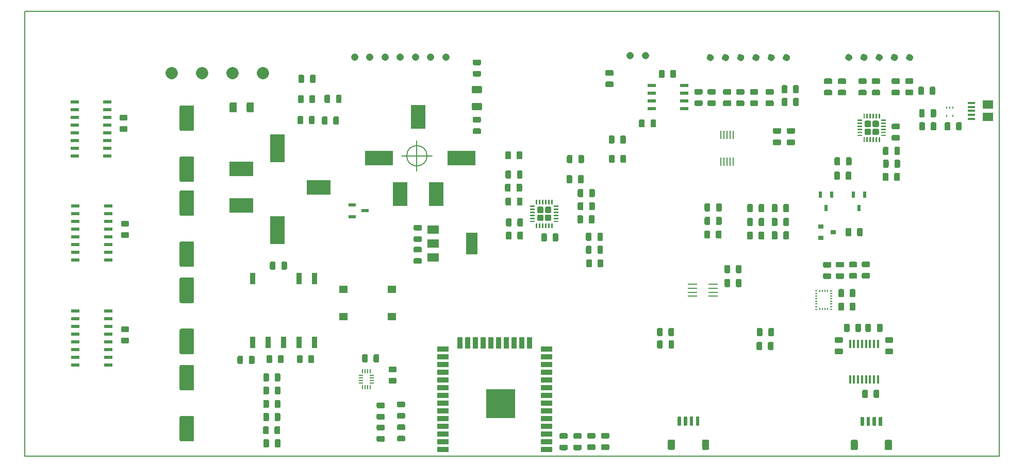
<source format=gtp>
G04 #@! TF.GenerationSoftware,KiCad,Pcbnew,(5.1.2)-2*
G04 #@! TF.CreationDate,2019-07-18T18:36:51+09:00*
G04 #@! TF.ProjectId,mainPCB,6d61696e-5043-4422-9e6b-696361645f70,rev?*
G04 #@! TF.SameCoordinates,PX10a2f70PY6979248*
G04 #@! TF.FileFunction,Paste,Top*
G04 #@! TF.FilePolarity,Positive*
%FSLAX46Y46*%
G04 Gerber Fmt 4.6, Leading zero omitted, Abs format (unit mm)*
G04 Created by KiCad (PCBNEW (5.1.2)-2) date 2019-07-18 18:36:51*
%MOMM*%
%LPD*%
G04 APERTURE LIST*
%ADD10C,0.150000*%
%ADD11C,1.000000*%
%ADD12C,1.200000*%
%ADD13C,2.000000*%
%ADD14C,0.100000*%
%ADD15C,0.926250*%
%ADD16C,1.187500*%
%ADD17R,1.805000X1.425000*%
%ADD18R,1.282500X0.380000*%
%ADD19R,0.285000X0.427500*%
%ADD20C,1.140000*%
%ADD21C,0.570000*%
%ADD22R,1.472500X1.235000*%
%ADD23C,2.375000*%
%ADD24R,0.760000X0.190000*%
%ADD25R,0.190000X0.760000*%
%ADD26R,1.425000X0.617500*%
%ADD27R,0.855000X1.876250*%
%ADD28R,0.427500X1.401250*%
%ADD29R,0.570000X0.997500*%
%ADD30R,1.187500X0.570000*%
%ADD31C,0.237500*%
%ADD32C,1.050000*%
%ADD33R,0.332500X0.218500*%
%ADD34R,0.218500X0.332500*%
%ADD35R,0.285000X1.330000*%
%ADD36R,1.425000X0.570000*%
%ADD37R,1.520000X0.285000*%
%ADD38R,1.900000X1.425000*%
%ADD39R,1.900000X3.610000*%
%ADD40R,0.855000X0.760000*%
%ADD41R,1.900000X0.855000*%
%ADD42R,0.855000X1.900000*%
%ADD43R,4.750000X4.750000*%
%ADD44R,2.375000X4.560000*%
%ADD45R,3.990000X2.375000*%
%ADD46R,4.560000X2.375000*%
%ADD47R,2.375000X3.990000*%
G04 APERTURE END LIST*
D10*
X66055666Y49418240D02*
G75*
G03X66055666Y49418240I-1666666J0D01*
G01*
X61889000Y49418240D02*
X66889000Y49418240D01*
X64389000Y51918240D02*
X64389000Y46918240D01*
X17780Y73131680D02*
X17780Y-20320D01*
X160037780Y73131680D02*
X17780Y73131680D01*
X160037780Y-20320D02*
X160037780Y73131680D01*
X17780Y-20320D02*
X160037780Y-20320D01*
D11*
X145399440Y65590680D02*
G75*
G03X145399440Y65590680I-100000J0D01*
G01*
X142899440Y65590680D02*
G75*
G03X142899440Y65590680I-100000J0D01*
G01*
X140399440Y65590680D02*
G75*
G03X140399440Y65590680I-100000J0D01*
G01*
X137899440Y65590680D02*
G75*
G03X137899440Y65590680I-100000J0D01*
G01*
X135399440Y65590680D02*
G75*
G03X135399440Y65590680I-100000J0D01*
G01*
X112661040Y65565520D02*
G75*
G03X112661040Y65565520I-100000J0D01*
G01*
X115161040Y65565520D02*
G75*
G03X115161040Y65565520I-100000J0D01*
G01*
X117661040Y65565520D02*
G75*
G03X117661040Y65565520I-100000J0D01*
G01*
X120161040Y65565520D02*
G75*
G03X120161040Y65565520I-100000J0D01*
G01*
X122661040Y65565520D02*
G75*
G03X122661040Y65565520I-100000J0D01*
G01*
X125161040Y65565520D02*
G75*
G03X125161040Y65565520I-100000J0D01*
G01*
D12*
X101900040Y65881840D02*
G75*
G03X101900040Y65881840I0J0D01*
G01*
X99400040Y65881840D02*
G75*
G03X99400040Y65881840I0J0D01*
G01*
X69172280Y65620640D02*
G75*
G03X69172280Y65620640I0J0D01*
G01*
X66672280Y65620640D02*
G75*
G03X66672280Y65620640I0J0D01*
G01*
X64172280Y65620640D02*
G75*
G03X64172280Y65620640I0J0D01*
G01*
X61672280Y65620640D02*
G75*
G03X61672280Y65620640I0J0D01*
G01*
X59172280Y65620640D02*
G75*
G03X59172280Y65620640I0J0D01*
G01*
X56672280Y65620640D02*
G75*
G03X56672280Y65620640I0J0D01*
G01*
X54172280Y65620640D02*
G75*
G03X54172280Y65620640I0J0D01*
G01*
D13*
X24117920Y63018280D02*
G75*
G03X24117920Y63018280I0J0D01*
G01*
X29117920Y63018280D02*
G75*
G03X29117920Y63018280I0J0D01*
G01*
X34117920Y63018280D02*
G75*
G03X34117920Y63018280I0J0D01*
G01*
X39117920Y63018280D02*
G75*
G03X39117920Y63018280I0J0D01*
G01*
D14*
G36*
X62246715Y5237690D02*
G01*
X62269194Y5234356D01*
X62291237Y5228834D01*
X62312633Y5221178D01*
X62333176Y5211462D01*
X62352667Y5199780D01*
X62370919Y5186243D01*
X62387757Y5170982D01*
X62403018Y5154144D01*
X62416555Y5135892D01*
X62428237Y5116401D01*
X62437953Y5095858D01*
X62445609Y5074462D01*
X62451131Y5052419D01*
X62454465Y5029940D01*
X62455580Y5007243D01*
X62455580Y4544117D01*
X62454465Y4521420D01*
X62451131Y4498941D01*
X62445609Y4476898D01*
X62437953Y4455502D01*
X62428237Y4434959D01*
X62416555Y4415468D01*
X62403018Y4397216D01*
X62387757Y4380378D01*
X62370919Y4365117D01*
X62352667Y4351580D01*
X62333176Y4339898D01*
X62312633Y4330182D01*
X62291237Y4322526D01*
X62269194Y4317004D01*
X62246715Y4313670D01*
X62224018Y4312555D01*
X61357142Y4312555D01*
X61334445Y4313670D01*
X61311966Y4317004D01*
X61289923Y4322526D01*
X61268527Y4330182D01*
X61247984Y4339898D01*
X61228493Y4351580D01*
X61210241Y4365117D01*
X61193403Y4380378D01*
X61178142Y4397216D01*
X61164605Y4415468D01*
X61152923Y4434959D01*
X61143207Y4455502D01*
X61135551Y4476898D01*
X61130029Y4498941D01*
X61126695Y4521420D01*
X61125580Y4544117D01*
X61125580Y5007243D01*
X61126695Y5029940D01*
X61130029Y5052419D01*
X61135551Y5074462D01*
X61143207Y5095858D01*
X61152923Y5116401D01*
X61164605Y5135892D01*
X61178142Y5154144D01*
X61193403Y5170982D01*
X61210241Y5186243D01*
X61228493Y5199780D01*
X61247984Y5211462D01*
X61268527Y5221178D01*
X61289923Y5228834D01*
X61311966Y5234356D01*
X61334445Y5237690D01*
X61357142Y5238805D01*
X62224018Y5238805D01*
X62246715Y5237690D01*
X62246715Y5237690D01*
G37*
D15*
X61790580Y4775680D03*
D14*
G36*
X62246715Y3362690D02*
G01*
X62269194Y3359356D01*
X62291237Y3353834D01*
X62312633Y3346178D01*
X62333176Y3336462D01*
X62352667Y3324780D01*
X62370919Y3311243D01*
X62387757Y3295982D01*
X62403018Y3279144D01*
X62416555Y3260892D01*
X62428237Y3241401D01*
X62437953Y3220858D01*
X62445609Y3199462D01*
X62451131Y3177419D01*
X62454465Y3154940D01*
X62455580Y3132243D01*
X62455580Y2669117D01*
X62454465Y2646420D01*
X62451131Y2623941D01*
X62445609Y2601898D01*
X62437953Y2580502D01*
X62428237Y2559959D01*
X62416555Y2540468D01*
X62403018Y2522216D01*
X62387757Y2505378D01*
X62370919Y2490117D01*
X62352667Y2476580D01*
X62333176Y2464898D01*
X62312633Y2455182D01*
X62291237Y2447526D01*
X62269194Y2442004D01*
X62246715Y2438670D01*
X62224018Y2437555D01*
X61357142Y2437555D01*
X61334445Y2438670D01*
X61311966Y2442004D01*
X61289923Y2447526D01*
X61268527Y2455182D01*
X61247984Y2464898D01*
X61228493Y2476580D01*
X61210241Y2490117D01*
X61193403Y2505378D01*
X61178142Y2522216D01*
X61164605Y2540468D01*
X61152923Y2559959D01*
X61143207Y2580502D01*
X61135551Y2601898D01*
X61130029Y2623941D01*
X61126695Y2646420D01*
X61125580Y2669117D01*
X61125580Y3132243D01*
X61126695Y3154940D01*
X61130029Y3177419D01*
X61135551Y3199462D01*
X61143207Y3220858D01*
X61152923Y3241401D01*
X61164605Y3260892D01*
X61178142Y3279144D01*
X61193403Y3295982D01*
X61210241Y3311243D01*
X61228493Y3324780D01*
X61247984Y3336462D01*
X61268527Y3346178D01*
X61289923Y3353834D01*
X61311966Y3359356D01*
X61334445Y3362690D01*
X61357142Y3363805D01*
X62224018Y3363805D01*
X62246715Y3362690D01*
X62246715Y3362690D01*
G37*
D15*
X61790580Y2900680D03*
D14*
G36*
X58906615Y5214590D02*
G01*
X58929094Y5211256D01*
X58951137Y5205734D01*
X58972533Y5198078D01*
X58993076Y5188362D01*
X59012567Y5176680D01*
X59030819Y5163143D01*
X59047657Y5147882D01*
X59062918Y5131044D01*
X59076455Y5112792D01*
X59088137Y5093301D01*
X59097853Y5072758D01*
X59105509Y5051362D01*
X59111031Y5029319D01*
X59114365Y5006840D01*
X59115480Y4984143D01*
X59115480Y4521017D01*
X59114365Y4498320D01*
X59111031Y4475841D01*
X59105509Y4453798D01*
X59097853Y4432402D01*
X59088137Y4411859D01*
X59076455Y4392368D01*
X59062918Y4374116D01*
X59047657Y4357278D01*
X59030819Y4342017D01*
X59012567Y4328480D01*
X58993076Y4316798D01*
X58972533Y4307082D01*
X58951137Y4299426D01*
X58929094Y4293904D01*
X58906615Y4290570D01*
X58883918Y4289455D01*
X58017042Y4289455D01*
X57994345Y4290570D01*
X57971866Y4293904D01*
X57949823Y4299426D01*
X57928427Y4307082D01*
X57907884Y4316798D01*
X57888393Y4328480D01*
X57870141Y4342017D01*
X57853303Y4357278D01*
X57838042Y4374116D01*
X57824505Y4392368D01*
X57812823Y4411859D01*
X57803107Y4432402D01*
X57795451Y4453798D01*
X57789929Y4475841D01*
X57786595Y4498320D01*
X57785480Y4521017D01*
X57785480Y4984143D01*
X57786595Y5006840D01*
X57789929Y5029319D01*
X57795451Y5051362D01*
X57803107Y5072758D01*
X57812823Y5093301D01*
X57824505Y5112792D01*
X57838042Y5131044D01*
X57853303Y5147882D01*
X57870141Y5163143D01*
X57888393Y5176680D01*
X57907884Y5188362D01*
X57928427Y5198078D01*
X57949823Y5205734D01*
X57971866Y5211256D01*
X57994345Y5214590D01*
X58017042Y5215705D01*
X58883918Y5215705D01*
X58906615Y5214590D01*
X58906615Y5214590D01*
G37*
D15*
X58450480Y4752580D03*
D14*
G36*
X58906615Y3339590D02*
G01*
X58929094Y3336256D01*
X58951137Y3330734D01*
X58972533Y3323078D01*
X58993076Y3313362D01*
X59012567Y3301680D01*
X59030819Y3288143D01*
X59047657Y3272882D01*
X59062918Y3256044D01*
X59076455Y3237792D01*
X59088137Y3218301D01*
X59097853Y3197758D01*
X59105509Y3176362D01*
X59111031Y3154319D01*
X59114365Y3131840D01*
X59115480Y3109143D01*
X59115480Y2646017D01*
X59114365Y2623320D01*
X59111031Y2600841D01*
X59105509Y2578798D01*
X59097853Y2557402D01*
X59088137Y2536859D01*
X59076455Y2517368D01*
X59062918Y2499116D01*
X59047657Y2482278D01*
X59030819Y2467017D01*
X59012567Y2453480D01*
X58993076Y2441798D01*
X58972533Y2432082D01*
X58951137Y2424426D01*
X58929094Y2418904D01*
X58906615Y2415570D01*
X58883918Y2414455D01*
X58017042Y2414455D01*
X57994345Y2415570D01*
X57971866Y2418904D01*
X57949823Y2424426D01*
X57928427Y2432082D01*
X57907884Y2441798D01*
X57888393Y2453480D01*
X57870141Y2467017D01*
X57853303Y2482278D01*
X57838042Y2499116D01*
X57824505Y2517368D01*
X57812823Y2536859D01*
X57803107Y2557402D01*
X57795451Y2578798D01*
X57789929Y2600841D01*
X57786595Y2623320D01*
X57785480Y2646017D01*
X57785480Y3109143D01*
X57786595Y3131840D01*
X57789929Y3154319D01*
X57795451Y3176362D01*
X57803107Y3197758D01*
X57812823Y3218301D01*
X57824505Y3237792D01*
X57838042Y3256044D01*
X57853303Y3272882D01*
X57870141Y3288143D01*
X57888393Y3301680D01*
X57907884Y3313362D01*
X57928427Y3323078D01*
X57949823Y3330734D01*
X57971866Y3336256D01*
X57994345Y3339590D01*
X58017042Y3340705D01*
X58883918Y3340705D01*
X58906615Y3339590D01*
X58906615Y3339590D01*
G37*
D15*
X58450480Y2877580D03*
D14*
G36*
X47549540Y62746565D02*
G01*
X47572019Y62743231D01*
X47594062Y62737709D01*
X47615458Y62730053D01*
X47636001Y62720337D01*
X47655492Y62708655D01*
X47673744Y62695118D01*
X47690582Y62679857D01*
X47705843Y62663019D01*
X47719380Y62644767D01*
X47731062Y62625276D01*
X47740778Y62604733D01*
X47748434Y62583337D01*
X47753956Y62561294D01*
X47757290Y62538815D01*
X47758405Y62516118D01*
X47758405Y61649242D01*
X47757290Y61626545D01*
X47753956Y61604066D01*
X47748434Y61582023D01*
X47740778Y61560627D01*
X47731062Y61540084D01*
X47719380Y61520593D01*
X47705843Y61502341D01*
X47690582Y61485503D01*
X47673744Y61470242D01*
X47655492Y61456705D01*
X47636001Y61445023D01*
X47615458Y61435307D01*
X47594062Y61427651D01*
X47572019Y61422129D01*
X47549540Y61418795D01*
X47526843Y61417680D01*
X47063717Y61417680D01*
X47041020Y61418795D01*
X47018541Y61422129D01*
X46996498Y61427651D01*
X46975102Y61435307D01*
X46954559Y61445023D01*
X46935068Y61456705D01*
X46916816Y61470242D01*
X46899978Y61485503D01*
X46884717Y61502341D01*
X46871180Y61520593D01*
X46859498Y61540084D01*
X46849782Y61560627D01*
X46842126Y61582023D01*
X46836604Y61604066D01*
X46833270Y61626545D01*
X46832155Y61649242D01*
X46832155Y62516118D01*
X46833270Y62538815D01*
X46836604Y62561294D01*
X46842126Y62583337D01*
X46849782Y62604733D01*
X46859498Y62625276D01*
X46871180Y62644767D01*
X46884717Y62663019D01*
X46899978Y62679857D01*
X46916816Y62695118D01*
X46935068Y62708655D01*
X46954559Y62720337D01*
X46975102Y62730053D01*
X46996498Y62737709D01*
X47018541Y62743231D01*
X47041020Y62746565D01*
X47063717Y62747680D01*
X47526843Y62747680D01*
X47549540Y62746565D01*
X47549540Y62746565D01*
G37*
D15*
X47295280Y62082680D03*
D14*
G36*
X45674540Y62746565D02*
G01*
X45697019Y62743231D01*
X45719062Y62737709D01*
X45740458Y62730053D01*
X45761001Y62720337D01*
X45780492Y62708655D01*
X45798744Y62695118D01*
X45815582Y62679857D01*
X45830843Y62663019D01*
X45844380Y62644767D01*
X45856062Y62625276D01*
X45865778Y62604733D01*
X45873434Y62583337D01*
X45878956Y62561294D01*
X45882290Y62538815D01*
X45883405Y62516118D01*
X45883405Y61649242D01*
X45882290Y61626545D01*
X45878956Y61604066D01*
X45873434Y61582023D01*
X45865778Y61560627D01*
X45856062Y61540084D01*
X45844380Y61520593D01*
X45830843Y61502341D01*
X45815582Y61485503D01*
X45798744Y61470242D01*
X45780492Y61456705D01*
X45761001Y61445023D01*
X45740458Y61435307D01*
X45719062Y61427651D01*
X45697019Y61422129D01*
X45674540Y61418795D01*
X45651843Y61417680D01*
X45188717Y61417680D01*
X45166020Y61418795D01*
X45143541Y61422129D01*
X45121498Y61427651D01*
X45100102Y61435307D01*
X45079559Y61445023D01*
X45060068Y61456705D01*
X45041816Y61470242D01*
X45024978Y61485503D01*
X45009717Y61502341D01*
X44996180Y61520593D01*
X44984498Y61540084D01*
X44974782Y61560627D01*
X44967126Y61582023D01*
X44961604Y61604066D01*
X44958270Y61626545D01*
X44957155Y61649242D01*
X44957155Y62516118D01*
X44958270Y62538815D01*
X44961604Y62561294D01*
X44967126Y62583337D01*
X44974782Y62604733D01*
X44984498Y62625276D01*
X44996180Y62644767D01*
X45009717Y62663019D01*
X45024978Y62679857D01*
X45041816Y62695118D01*
X45060068Y62708655D01*
X45079559Y62720337D01*
X45100102Y62730053D01*
X45121498Y62737709D01*
X45143541Y62743231D01*
X45166020Y62746565D01*
X45188717Y62747680D01*
X45651843Y62747680D01*
X45674540Y62746565D01*
X45674540Y62746565D01*
G37*
D15*
X45420280Y62082680D03*
D14*
G36*
X34617809Y58213786D02*
G01*
X34640864Y58210367D01*
X34663473Y58204703D01*
X34685417Y58196851D01*
X34706487Y58186886D01*
X34726478Y58174904D01*
X34745198Y58161020D01*
X34762468Y58145368D01*
X34778120Y58128098D01*
X34792004Y58109378D01*
X34803986Y58089387D01*
X34813951Y58068317D01*
X34821803Y58046373D01*
X34827467Y58023764D01*
X34830886Y58000709D01*
X34832030Y57977430D01*
X34832030Y56789930D01*
X34830886Y56766651D01*
X34827467Y56743596D01*
X34821803Y56720987D01*
X34813951Y56699043D01*
X34803986Y56677973D01*
X34792004Y56657982D01*
X34778120Y56639262D01*
X34762468Y56621992D01*
X34745198Y56606340D01*
X34726478Y56592456D01*
X34706487Y56580474D01*
X34685417Y56570509D01*
X34663473Y56562657D01*
X34640864Y56556993D01*
X34617809Y56553574D01*
X34594530Y56552430D01*
X33882030Y56552430D01*
X33858751Y56553574D01*
X33835696Y56556993D01*
X33813087Y56562657D01*
X33791143Y56570509D01*
X33770073Y56580474D01*
X33750082Y56592456D01*
X33731362Y56606340D01*
X33714092Y56621992D01*
X33698440Y56639262D01*
X33684556Y56657982D01*
X33672574Y56677973D01*
X33662609Y56699043D01*
X33654757Y56720987D01*
X33649093Y56743596D01*
X33645674Y56766651D01*
X33644530Y56789930D01*
X33644530Y57977430D01*
X33645674Y58000709D01*
X33649093Y58023764D01*
X33654757Y58046373D01*
X33662609Y58068317D01*
X33672574Y58089387D01*
X33684556Y58109378D01*
X33698440Y58128098D01*
X33714092Y58145368D01*
X33731362Y58161020D01*
X33750082Y58174904D01*
X33770073Y58186886D01*
X33791143Y58196851D01*
X33813087Y58204703D01*
X33835696Y58210367D01*
X33858751Y58213786D01*
X33882030Y58214930D01*
X34594530Y58214930D01*
X34617809Y58213786D01*
X34617809Y58213786D01*
G37*
D16*
X34238280Y57383680D03*
D14*
G36*
X37417809Y58213786D02*
G01*
X37440864Y58210367D01*
X37463473Y58204703D01*
X37485417Y58196851D01*
X37506487Y58186886D01*
X37526478Y58174904D01*
X37545198Y58161020D01*
X37562468Y58145368D01*
X37578120Y58128098D01*
X37592004Y58109378D01*
X37603986Y58089387D01*
X37613951Y58068317D01*
X37621803Y58046373D01*
X37627467Y58023764D01*
X37630886Y58000709D01*
X37632030Y57977430D01*
X37632030Y56789930D01*
X37630886Y56766651D01*
X37627467Y56743596D01*
X37621803Y56720987D01*
X37613951Y56699043D01*
X37603986Y56677973D01*
X37592004Y56657982D01*
X37578120Y56639262D01*
X37562468Y56621992D01*
X37545198Y56606340D01*
X37526478Y56592456D01*
X37506487Y56580474D01*
X37485417Y56570509D01*
X37463473Y56562657D01*
X37440864Y56556993D01*
X37417809Y56553574D01*
X37394530Y56552430D01*
X36682030Y56552430D01*
X36658751Y56553574D01*
X36635696Y56556993D01*
X36613087Y56562657D01*
X36591143Y56570509D01*
X36570073Y56580474D01*
X36550082Y56592456D01*
X36531362Y56606340D01*
X36514092Y56621992D01*
X36498440Y56639262D01*
X36484556Y56657982D01*
X36472574Y56677973D01*
X36462609Y56699043D01*
X36454757Y56720987D01*
X36449093Y56743596D01*
X36445674Y56766651D01*
X36444530Y56789930D01*
X36444530Y57977430D01*
X36445674Y58000709D01*
X36449093Y58023764D01*
X36454757Y58046373D01*
X36462609Y58068317D01*
X36472574Y58089387D01*
X36484556Y58109378D01*
X36498440Y58128098D01*
X36514092Y58145368D01*
X36531362Y58161020D01*
X36550082Y58174904D01*
X36570073Y58186886D01*
X36591143Y58196851D01*
X36613087Y58204703D01*
X36635696Y58210367D01*
X36658751Y58213786D01*
X36682030Y58214930D01*
X37394530Y58214930D01*
X37417809Y58213786D01*
X37417809Y58213786D01*
G37*
D16*
X37038280Y57383680D03*
D14*
G36*
X49514540Y55888565D02*
G01*
X49537019Y55885231D01*
X49559062Y55879709D01*
X49580458Y55872053D01*
X49601001Y55862337D01*
X49620492Y55850655D01*
X49638744Y55837118D01*
X49655582Y55821857D01*
X49670843Y55805019D01*
X49684380Y55786767D01*
X49696062Y55767276D01*
X49705778Y55746733D01*
X49713434Y55725337D01*
X49718956Y55703294D01*
X49722290Y55680815D01*
X49723405Y55658118D01*
X49723405Y54791242D01*
X49722290Y54768545D01*
X49718956Y54746066D01*
X49713434Y54724023D01*
X49705778Y54702627D01*
X49696062Y54682084D01*
X49684380Y54662593D01*
X49670843Y54644341D01*
X49655582Y54627503D01*
X49638744Y54612242D01*
X49620492Y54598705D01*
X49601001Y54587023D01*
X49580458Y54577307D01*
X49559062Y54569651D01*
X49537019Y54564129D01*
X49514540Y54560795D01*
X49491843Y54559680D01*
X49028717Y54559680D01*
X49006020Y54560795D01*
X48983541Y54564129D01*
X48961498Y54569651D01*
X48940102Y54577307D01*
X48919559Y54587023D01*
X48900068Y54598705D01*
X48881816Y54612242D01*
X48864978Y54627503D01*
X48849717Y54644341D01*
X48836180Y54662593D01*
X48824498Y54682084D01*
X48814782Y54702627D01*
X48807126Y54724023D01*
X48801604Y54746066D01*
X48798270Y54768545D01*
X48797155Y54791242D01*
X48797155Y55658118D01*
X48798270Y55680815D01*
X48801604Y55703294D01*
X48807126Y55725337D01*
X48814782Y55746733D01*
X48824498Y55767276D01*
X48836180Y55786767D01*
X48849717Y55805019D01*
X48864978Y55821857D01*
X48881816Y55837118D01*
X48900068Y55850655D01*
X48919559Y55862337D01*
X48940102Y55872053D01*
X48961498Y55879709D01*
X48983541Y55885231D01*
X49006020Y55888565D01*
X49028717Y55889680D01*
X49491843Y55889680D01*
X49514540Y55888565D01*
X49514540Y55888565D01*
G37*
D15*
X49260280Y55224680D03*
D14*
G36*
X51389540Y55888565D02*
G01*
X51412019Y55885231D01*
X51434062Y55879709D01*
X51455458Y55872053D01*
X51476001Y55862337D01*
X51495492Y55850655D01*
X51513744Y55837118D01*
X51530582Y55821857D01*
X51545843Y55805019D01*
X51559380Y55786767D01*
X51571062Y55767276D01*
X51580778Y55746733D01*
X51588434Y55725337D01*
X51593956Y55703294D01*
X51597290Y55680815D01*
X51598405Y55658118D01*
X51598405Y54791242D01*
X51597290Y54768545D01*
X51593956Y54746066D01*
X51588434Y54724023D01*
X51580778Y54702627D01*
X51571062Y54682084D01*
X51559380Y54662593D01*
X51545843Y54644341D01*
X51530582Y54627503D01*
X51513744Y54612242D01*
X51495492Y54598705D01*
X51476001Y54587023D01*
X51455458Y54577307D01*
X51434062Y54569651D01*
X51412019Y54564129D01*
X51389540Y54560795D01*
X51366843Y54559680D01*
X50903717Y54559680D01*
X50881020Y54560795D01*
X50858541Y54564129D01*
X50836498Y54569651D01*
X50815102Y54577307D01*
X50794559Y54587023D01*
X50775068Y54598705D01*
X50756816Y54612242D01*
X50739978Y54627503D01*
X50724717Y54644341D01*
X50711180Y54662593D01*
X50699498Y54682084D01*
X50689782Y54702627D01*
X50682126Y54724023D01*
X50676604Y54746066D01*
X50673270Y54768545D01*
X50672155Y54791242D01*
X50672155Y55658118D01*
X50673270Y55680815D01*
X50676604Y55703294D01*
X50682126Y55725337D01*
X50689782Y55746733D01*
X50699498Y55767276D01*
X50711180Y55786767D01*
X50724717Y55805019D01*
X50739978Y55821857D01*
X50756816Y55837118D01*
X50775068Y55850655D01*
X50794559Y55862337D01*
X50815102Y55872053D01*
X50836498Y55879709D01*
X50858541Y55885231D01*
X50881020Y55888565D01*
X50903717Y55889680D01*
X51366843Y55889680D01*
X51389540Y55888565D01*
X51389540Y55888565D01*
G37*
D15*
X51135280Y55224680D03*
D14*
G36*
X35641540Y16518565D02*
G01*
X35664019Y16515231D01*
X35686062Y16509709D01*
X35707458Y16502053D01*
X35728001Y16492337D01*
X35747492Y16480655D01*
X35765744Y16467118D01*
X35782582Y16451857D01*
X35797843Y16435019D01*
X35811380Y16416767D01*
X35823062Y16397276D01*
X35832778Y16376733D01*
X35840434Y16355337D01*
X35845956Y16333294D01*
X35849290Y16310815D01*
X35850405Y16288118D01*
X35850405Y15421242D01*
X35849290Y15398545D01*
X35845956Y15376066D01*
X35840434Y15354023D01*
X35832778Y15332627D01*
X35823062Y15312084D01*
X35811380Y15292593D01*
X35797843Y15274341D01*
X35782582Y15257503D01*
X35765744Y15242242D01*
X35747492Y15228705D01*
X35728001Y15217023D01*
X35707458Y15207307D01*
X35686062Y15199651D01*
X35664019Y15194129D01*
X35641540Y15190795D01*
X35618843Y15189680D01*
X35155717Y15189680D01*
X35133020Y15190795D01*
X35110541Y15194129D01*
X35088498Y15199651D01*
X35067102Y15207307D01*
X35046559Y15217023D01*
X35027068Y15228705D01*
X35008816Y15242242D01*
X34991978Y15257503D01*
X34976717Y15274341D01*
X34963180Y15292593D01*
X34951498Y15312084D01*
X34941782Y15332627D01*
X34934126Y15354023D01*
X34928604Y15376066D01*
X34925270Y15398545D01*
X34924155Y15421242D01*
X34924155Y16288118D01*
X34925270Y16310815D01*
X34928604Y16333294D01*
X34934126Y16355337D01*
X34941782Y16376733D01*
X34951498Y16397276D01*
X34963180Y16416767D01*
X34976717Y16435019D01*
X34991978Y16451857D01*
X35008816Y16467118D01*
X35027068Y16480655D01*
X35046559Y16492337D01*
X35067102Y16502053D01*
X35088498Y16509709D01*
X35110541Y16515231D01*
X35133020Y16518565D01*
X35155717Y16519680D01*
X35618843Y16519680D01*
X35641540Y16518565D01*
X35641540Y16518565D01*
G37*
D15*
X35387280Y15854680D03*
D14*
G36*
X37516540Y16518565D02*
G01*
X37539019Y16515231D01*
X37561062Y16509709D01*
X37582458Y16502053D01*
X37603001Y16492337D01*
X37622492Y16480655D01*
X37640744Y16467118D01*
X37657582Y16451857D01*
X37672843Y16435019D01*
X37686380Y16416767D01*
X37698062Y16397276D01*
X37707778Y16376733D01*
X37715434Y16355337D01*
X37720956Y16333294D01*
X37724290Y16310815D01*
X37725405Y16288118D01*
X37725405Y15421242D01*
X37724290Y15398545D01*
X37720956Y15376066D01*
X37715434Y15354023D01*
X37707778Y15332627D01*
X37698062Y15312084D01*
X37686380Y15292593D01*
X37672843Y15274341D01*
X37657582Y15257503D01*
X37640744Y15242242D01*
X37622492Y15228705D01*
X37603001Y15217023D01*
X37582458Y15207307D01*
X37561062Y15199651D01*
X37539019Y15194129D01*
X37516540Y15190795D01*
X37493843Y15189680D01*
X37030717Y15189680D01*
X37008020Y15190795D01*
X36985541Y15194129D01*
X36963498Y15199651D01*
X36942102Y15207307D01*
X36921559Y15217023D01*
X36902068Y15228705D01*
X36883816Y15242242D01*
X36866978Y15257503D01*
X36851717Y15274341D01*
X36838180Y15292593D01*
X36826498Y15312084D01*
X36816782Y15332627D01*
X36809126Y15354023D01*
X36803604Y15376066D01*
X36800270Y15398545D01*
X36799155Y15421242D01*
X36799155Y16288118D01*
X36800270Y16310815D01*
X36803604Y16333294D01*
X36809126Y16355337D01*
X36816782Y16376733D01*
X36826498Y16397276D01*
X36838180Y16416767D01*
X36851717Y16435019D01*
X36866978Y16451857D01*
X36883816Y16467118D01*
X36902068Y16480655D01*
X36921559Y16492337D01*
X36942102Y16502053D01*
X36963498Y16509709D01*
X36985541Y16515231D01*
X37008020Y16518565D01*
X37030717Y16519680D01*
X37493843Y16519680D01*
X37516540Y16518565D01*
X37516540Y16518565D01*
G37*
D15*
X37262280Y15854680D03*
D14*
G36*
X149321780Y60770445D02*
G01*
X149344259Y60767111D01*
X149366302Y60761589D01*
X149387698Y60753933D01*
X149408241Y60744217D01*
X149427732Y60732535D01*
X149445984Y60718998D01*
X149462822Y60703737D01*
X149478083Y60686899D01*
X149491620Y60668647D01*
X149503302Y60649156D01*
X149513018Y60628613D01*
X149520674Y60607217D01*
X149526196Y60585174D01*
X149529530Y60562695D01*
X149530645Y60539998D01*
X149530645Y59673122D01*
X149529530Y59650425D01*
X149526196Y59627946D01*
X149520674Y59605903D01*
X149513018Y59584507D01*
X149503302Y59563964D01*
X149491620Y59544473D01*
X149478083Y59526221D01*
X149462822Y59509383D01*
X149445984Y59494122D01*
X149427732Y59480585D01*
X149408241Y59468903D01*
X149387698Y59459187D01*
X149366302Y59451531D01*
X149344259Y59446009D01*
X149321780Y59442675D01*
X149299083Y59441560D01*
X148835957Y59441560D01*
X148813260Y59442675D01*
X148790781Y59446009D01*
X148768738Y59451531D01*
X148747342Y59459187D01*
X148726799Y59468903D01*
X148707308Y59480585D01*
X148689056Y59494122D01*
X148672218Y59509383D01*
X148656957Y59526221D01*
X148643420Y59544473D01*
X148631738Y59563964D01*
X148622022Y59584507D01*
X148614366Y59605903D01*
X148608844Y59627946D01*
X148605510Y59650425D01*
X148604395Y59673122D01*
X148604395Y60539998D01*
X148605510Y60562695D01*
X148608844Y60585174D01*
X148614366Y60607217D01*
X148622022Y60628613D01*
X148631738Y60649156D01*
X148643420Y60668647D01*
X148656957Y60686899D01*
X148672218Y60703737D01*
X148689056Y60718998D01*
X148707308Y60732535D01*
X148726799Y60744217D01*
X148747342Y60753933D01*
X148768738Y60761589D01*
X148790781Y60767111D01*
X148813260Y60770445D01*
X148835957Y60771560D01*
X149299083Y60771560D01*
X149321780Y60770445D01*
X149321780Y60770445D01*
G37*
D15*
X149067520Y60106560D03*
D14*
G36*
X147446780Y60770445D02*
G01*
X147469259Y60767111D01*
X147491302Y60761589D01*
X147512698Y60753933D01*
X147533241Y60744217D01*
X147552732Y60732535D01*
X147570984Y60718998D01*
X147587822Y60703737D01*
X147603083Y60686899D01*
X147616620Y60668647D01*
X147628302Y60649156D01*
X147638018Y60628613D01*
X147645674Y60607217D01*
X147651196Y60585174D01*
X147654530Y60562695D01*
X147655645Y60539998D01*
X147655645Y59673122D01*
X147654530Y59650425D01*
X147651196Y59627946D01*
X147645674Y59605903D01*
X147638018Y59584507D01*
X147628302Y59563964D01*
X147616620Y59544473D01*
X147603083Y59526221D01*
X147587822Y59509383D01*
X147570984Y59494122D01*
X147552732Y59480585D01*
X147533241Y59468903D01*
X147512698Y59459187D01*
X147491302Y59451531D01*
X147469259Y59446009D01*
X147446780Y59442675D01*
X147424083Y59441560D01*
X146960957Y59441560D01*
X146938260Y59442675D01*
X146915781Y59446009D01*
X146893738Y59451531D01*
X146872342Y59459187D01*
X146851799Y59468903D01*
X146832308Y59480585D01*
X146814056Y59494122D01*
X146797218Y59509383D01*
X146781957Y59526221D01*
X146768420Y59544473D01*
X146756738Y59563964D01*
X146747022Y59584507D01*
X146739366Y59605903D01*
X146733844Y59627946D01*
X146730510Y59650425D01*
X146729395Y59673122D01*
X146729395Y60539998D01*
X146730510Y60562695D01*
X146733844Y60585174D01*
X146739366Y60607217D01*
X146747022Y60628613D01*
X146756738Y60649156D01*
X146768420Y60668647D01*
X146781957Y60686899D01*
X146797218Y60703737D01*
X146814056Y60718998D01*
X146832308Y60732535D01*
X146851799Y60744217D01*
X146872342Y60753933D01*
X146893738Y60761589D01*
X146915781Y60767111D01*
X146938260Y60770445D01*
X146960957Y60771560D01*
X147424083Y60771560D01*
X147446780Y60770445D01*
X147446780Y60770445D01*
G37*
D15*
X147192520Y60106560D03*
D17*
X158146000Y55804560D03*
D18*
X155446000Y56804560D03*
X155446000Y57454560D03*
X155446000Y58104560D03*
X155446000Y55504560D03*
X155446000Y56154560D03*
D17*
X158146000Y57804560D03*
D19*
X151392000Y55977560D03*
X151892000Y57377560D03*
X152392000Y55977560D03*
X151392000Y57377560D03*
X152392000Y57377560D03*
D14*
G36*
X142175060Y2705036D02*
G01*
X142198115Y2701617D01*
X142220723Y2695953D01*
X142242668Y2688101D01*
X142263737Y2678136D01*
X142283728Y2666154D01*
X142302449Y2652270D01*
X142319718Y2636618D01*
X142335370Y2619349D01*
X142349254Y2600628D01*
X142361236Y2580637D01*
X142371201Y2559568D01*
X142379053Y2537623D01*
X142384717Y2515015D01*
X142388136Y2491960D01*
X142389280Y2468681D01*
X142389280Y1233679D01*
X142388136Y1210400D01*
X142384717Y1187345D01*
X142379053Y1164737D01*
X142371201Y1142792D01*
X142361236Y1121723D01*
X142349254Y1101732D01*
X142335370Y1083011D01*
X142319718Y1065742D01*
X142302449Y1050090D01*
X142283728Y1036206D01*
X142263737Y1024224D01*
X142242668Y1014259D01*
X142220723Y1006407D01*
X142198115Y1000743D01*
X142175060Y997324D01*
X142151781Y996180D01*
X141486779Y996180D01*
X141463500Y997324D01*
X141440445Y1000743D01*
X141417837Y1006407D01*
X141395892Y1014259D01*
X141374823Y1024224D01*
X141354832Y1036206D01*
X141336111Y1050090D01*
X141318842Y1065742D01*
X141303190Y1083011D01*
X141289306Y1101732D01*
X141277324Y1121723D01*
X141267359Y1142792D01*
X141259507Y1164737D01*
X141253843Y1187345D01*
X141250424Y1210400D01*
X141249280Y1233679D01*
X141249280Y2468681D01*
X141250424Y2491960D01*
X141253843Y2515015D01*
X141259507Y2537623D01*
X141267359Y2559568D01*
X141277324Y2580637D01*
X141289306Y2600628D01*
X141303190Y2619349D01*
X141318842Y2636618D01*
X141336111Y2652270D01*
X141354832Y2666154D01*
X141374823Y2678136D01*
X141395892Y2688101D01*
X141417837Y2695953D01*
X141440445Y2701617D01*
X141463500Y2705036D01*
X141486779Y2706180D01*
X142151781Y2706180D01*
X142175060Y2705036D01*
X142175060Y2705036D01*
G37*
D20*
X141819280Y1851180D03*
D14*
G36*
X136575060Y2705036D02*
G01*
X136598115Y2701617D01*
X136620723Y2695953D01*
X136642668Y2688101D01*
X136663737Y2678136D01*
X136683728Y2666154D01*
X136702449Y2652270D01*
X136719718Y2636618D01*
X136735370Y2619349D01*
X136749254Y2600628D01*
X136761236Y2580637D01*
X136771201Y2559568D01*
X136779053Y2537623D01*
X136784717Y2515015D01*
X136788136Y2491960D01*
X136789280Y2468681D01*
X136789280Y1233679D01*
X136788136Y1210400D01*
X136784717Y1187345D01*
X136779053Y1164737D01*
X136771201Y1142792D01*
X136761236Y1121723D01*
X136749254Y1101732D01*
X136735370Y1083011D01*
X136719718Y1065742D01*
X136702449Y1050090D01*
X136683728Y1036206D01*
X136663737Y1024224D01*
X136642668Y1014259D01*
X136620723Y1006407D01*
X136598115Y1000743D01*
X136575060Y997324D01*
X136551781Y996180D01*
X135886779Y996180D01*
X135863500Y997324D01*
X135840445Y1000743D01*
X135817837Y1006407D01*
X135795892Y1014259D01*
X135774823Y1024224D01*
X135754832Y1036206D01*
X135736111Y1050090D01*
X135718842Y1065742D01*
X135703190Y1083011D01*
X135689306Y1101732D01*
X135677324Y1121723D01*
X135667359Y1142792D01*
X135659507Y1164737D01*
X135653843Y1187345D01*
X135650424Y1210400D01*
X135649280Y1233679D01*
X135649280Y2468681D01*
X135650424Y2491960D01*
X135653843Y2515015D01*
X135659507Y2537623D01*
X135667359Y2559568D01*
X135677324Y2580637D01*
X135689306Y2600628D01*
X135703190Y2619349D01*
X135718842Y2636618D01*
X135736111Y2652270D01*
X135754832Y2666154D01*
X135774823Y2678136D01*
X135795892Y2688101D01*
X135817837Y2695953D01*
X135840445Y2701617D01*
X135863500Y2705036D01*
X135886779Y2706180D01*
X136551781Y2706180D01*
X136575060Y2705036D01*
X136575060Y2705036D01*
G37*
D20*
X136219280Y1851180D03*
D14*
G36*
X140675747Y6461744D02*
G01*
X140689580Y6459692D01*
X140703146Y6456294D01*
X140716312Y6451583D01*
X140728954Y6445604D01*
X140740949Y6438414D01*
X140752181Y6430084D01*
X140762543Y6420693D01*
X140771934Y6410331D01*
X140780264Y6399099D01*
X140787454Y6387104D01*
X140793433Y6374462D01*
X140798144Y6361296D01*
X140801542Y6347730D01*
X140803594Y6333897D01*
X140804280Y6319930D01*
X140804280Y5132430D01*
X140803594Y5118463D01*
X140801542Y5104630D01*
X140798144Y5091064D01*
X140793433Y5077898D01*
X140787454Y5065256D01*
X140780264Y5053261D01*
X140771934Y5042029D01*
X140762543Y5031667D01*
X140752181Y5022276D01*
X140740949Y5013946D01*
X140728954Y5006756D01*
X140716312Y5000777D01*
X140703146Y4996066D01*
X140689580Y4992668D01*
X140675747Y4990616D01*
X140661780Y4989930D01*
X140376780Y4989930D01*
X140362813Y4990616D01*
X140348980Y4992668D01*
X140335414Y4996066D01*
X140322248Y5000777D01*
X140309606Y5006756D01*
X140297611Y5013946D01*
X140286379Y5022276D01*
X140276017Y5031667D01*
X140266626Y5042029D01*
X140258296Y5053261D01*
X140251106Y5065256D01*
X140245127Y5077898D01*
X140240416Y5091064D01*
X140237018Y5104630D01*
X140234966Y5118463D01*
X140234280Y5132430D01*
X140234280Y6319930D01*
X140234966Y6333897D01*
X140237018Y6347730D01*
X140240416Y6361296D01*
X140245127Y6374462D01*
X140251106Y6387104D01*
X140258296Y6399099D01*
X140266626Y6410331D01*
X140276017Y6420693D01*
X140286379Y6430084D01*
X140297611Y6438414D01*
X140309606Y6445604D01*
X140322248Y6451583D01*
X140335414Y6456294D01*
X140348980Y6459692D01*
X140362813Y6461744D01*
X140376780Y6462430D01*
X140661780Y6462430D01*
X140675747Y6461744D01*
X140675747Y6461744D01*
G37*
D21*
X140519280Y5726180D03*
D14*
G36*
X139675747Y6461744D02*
G01*
X139689580Y6459692D01*
X139703146Y6456294D01*
X139716312Y6451583D01*
X139728954Y6445604D01*
X139740949Y6438414D01*
X139752181Y6430084D01*
X139762543Y6420693D01*
X139771934Y6410331D01*
X139780264Y6399099D01*
X139787454Y6387104D01*
X139793433Y6374462D01*
X139798144Y6361296D01*
X139801542Y6347730D01*
X139803594Y6333897D01*
X139804280Y6319930D01*
X139804280Y5132430D01*
X139803594Y5118463D01*
X139801542Y5104630D01*
X139798144Y5091064D01*
X139793433Y5077898D01*
X139787454Y5065256D01*
X139780264Y5053261D01*
X139771934Y5042029D01*
X139762543Y5031667D01*
X139752181Y5022276D01*
X139740949Y5013946D01*
X139728954Y5006756D01*
X139716312Y5000777D01*
X139703146Y4996066D01*
X139689580Y4992668D01*
X139675747Y4990616D01*
X139661780Y4989930D01*
X139376780Y4989930D01*
X139362813Y4990616D01*
X139348980Y4992668D01*
X139335414Y4996066D01*
X139322248Y5000777D01*
X139309606Y5006756D01*
X139297611Y5013946D01*
X139286379Y5022276D01*
X139276017Y5031667D01*
X139266626Y5042029D01*
X139258296Y5053261D01*
X139251106Y5065256D01*
X139245127Y5077898D01*
X139240416Y5091064D01*
X139237018Y5104630D01*
X139234966Y5118463D01*
X139234280Y5132430D01*
X139234280Y6319930D01*
X139234966Y6333897D01*
X139237018Y6347730D01*
X139240416Y6361296D01*
X139245127Y6374462D01*
X139251106Y6387104D01*
X139258296Y6399099D01*
X139266626Y6410331D01*
X139276017Y6420693D01*
X139286379Y6430084D01*
X139297611Y6438414D01*
X139309606Y6445604D01*
X139322248Y6451583D01*
X139335414Y6456294D01*
X139348980Y6459692D01*
X139362813Y6461744D01*
X139376780Y6462430D01*
X139661780Y6462430D01*
X139675747Y6461744D01*
X139675747Y6461744D01*
G37*
D21*
X139519280Y5726180D03*
D14*
G36*
X138675747Y6461744D02*
G01*
X138689580Y6459692D01*
X138703146Y6456294D01*
X138716312Y6451583D01*
X138728954Y6445604D01*
X138740949Y6438414D01*
X138752181Y6430084D01*
X138762543Y6420693D01*
X138771934Y6410331D01*
X138780264Y6399099D01*
X138787454Y6387104D01*
X138793433Y6374462D01*
X138798144Y6361296D01*
X138801542Y6347730D01*
X138803594Y6333897D01*
X138804280Y6319930D01*
X138804280Y5132430D01*
X138803594Y5118463D01*
X138801542Y5104630D01*
X138798144Y5091064D01*
X138793433Y5077898D01*
X138787454Y5065256D01*
X138780264Y5053261D01*
X138771934Y5042029D01*
X138762543Y5031667D01*
X138752181Y5022276D01*
X138740949Y5013946D01*
X138728954Y5006756D01*
X138716312Y5000777D01*
X138703146Y4996066D01*
X138689580Y4992668D01*
X138675747Y4990616D01*
X138661780Y4989930D01*
X138376780Y4989930D01*
X138362813Y4990616D01*
X138348980Y4992668D01*
X138335414Y4996066D01*
X138322248Y5000777D01*
X138309606Y5006756D01*
X138297611Y5013946D01*
X138286379Y5022276D01*
X138276017Y5031667D01*
X138266626Y5042029D01*
X138258296Y5053261D01*
X138251106Y5065256D01*
X138245127Y5077898D01*
X138240416Y5091064D01*
X138237018Y5104630D01*
X138234966Y5118463D01*
X138234280Y5132430D01*
X138234280Y6319930D01*
X138234966Y6333897D01*
X138237018Y6347730D01*
X138240416Y6361296D01*
X138245127Y6374462D01*
X138251106Y6387104D01*
X138258296Y6399099D01*
X138266626Y6410331D01*
X138276017Y6420693D01*
X138286379Y6430084D01*
X138297611Y6438414D01*
X138309606Y6445604D01*
X138322248Y6451583D01*
X138335414Y6456294D01*
X138348980Y6459692D01*
X138362813Y6461744D01*
X138376780Y6462430D01*
X138661780Y6462430D01*
X138675747Y6461744D01*
X138675747Y6461744D01*
G37*
D21*
X138519280Y5726180D03*
D14*
G36*
X137675747Y6461744D02*
G01*
X137689580Y6459692D01*
X137703146Y6456294D01*
X137716312Y6451583D01*
X137728954Y6445604D01*
X137740949Y6438414D01*
X137752181Y6430084D01*
X137762543Y6420693D01*
X137771934Y6410331D01*
X137780264Y6399099D01*
X137787454Y6387104D01*
X137793433Y6374462D01*
X137798144Y6361296D01*
X137801542Y6347730D01*
X137803594Y6333897D01*
X137804280Y6319930D01*
X137804280Y5132430D01*
X137803594Y5118463D01*
X137801542Y5104630D01*
X137798144Y5091064D01*
X137793433Y5077898D01*
X137787454Y5065256D01*
X137780264Y5053261D01*
X137771934Y5042029D01*
X137762543Y5031667D01*
X137752181Y5022276D01*
X137740949Y5013946D01*
X137728954Y5006756D01*
X137716312Y5000777D01*
X137703146Y4996066D01*
X137689580Y4992668D01*
X137675747Y4990616D01*
X137661780Y4989930D01*
X137376780Y4989930D01*
X137362813Y4990616D01*
X137348980Y4992668D01*
X137335414Y4996066D01*
X137322248Y5000777D01*
X137309606Y5006756D01*
X137297611Y5013946D01*
X137286379Y5022276D01*
X137276017Y5031667D01*
X137266626Y5042029D01*
X137258296Y5053261D01*
X137251106Y5065256D01*
X137245127Y5077898D01*
X137240416Y5091064D01*
X137237018Y5104630D01*
X137234966Y5118463D01*
X137234280Y5132430D01*
X137234280Y6319930D01*
X137234966Y6333897D01*
X137237018Y6347730D01*
X137240416Y6361296D01*
X137245127Y6374462D01*
X137251106Y6387104D01*
X137258296Y6399099D01*
X137266626Y6410331D01*
X137276017Y6420693D01*
X137286379Y6430084D01*
X137297611Y6438414D01*
X137309606Y6445604D01*
X137322248Y6451583D01*
X137335414Y6456294D01*
X137348980Y6459692D01*
X137362813Y6461744D01*
X137376780Y6462430D01*
X137661780Y6462430D01*
X137675747Y6461744D01*
X137675747Y6461744D01*
G37*
D21*
X137519280Y5726180D03*
D14*
G36*
X112139560Y2768536D02*
G01*
X112162615Y2765117D01*
X112185223Y2759453D01*
X112207168Y2751601D01*
X112228237Y2741636D01*
X112248228Y2729654D01*
X112266949Y2715770D01*
X112284218Y2700118D01*
X112299870Y2682849D01*
X112313754Y2664128D01*
X112325736Y2644137D01*
X112335701Y2623068D01*
X112343553Y2601123D01*
X112349217Y2578515D01*
X112352636Y2555460D01*
X112353780Y2532181D01*
X112353780Y1297179D01*
X112352636Y1273900D01*
X112349217Y1250845D01*
X112343553Y1228237D01*
X112335701Y1206292D01*
X112325736Y1185223D01*
X112313754Y1165232D01*
X112299870Y1146511D01*
X112284218Y1129242D01*
X112266949Y1113590D01*
X112248228Y1099706D01*
X112228237Y1087724D01*
X112207168Y1077759D01*
X112185223Y1069907D01*
X112162615Y1064243D01*
X112139560Y1060824D01*
X112116281Y1059680D01*
X111451279Y1059680D01*
X111428000Y1060824D01*
X111404945Y1064243D01*
X111382337Y1069907D01*
X111360392Y1077759D01*
X111339323Y1087724D01*
X111319332Y1099706D01*
X111300611Y1113590D01*
X111283342Y1129242D01*
X111267690Y1146511D01*
X111253806Y1165232D01*
X111241824Y1185223D01*
X111231859Y1206292D01*
X111224007Y1228237D01*
X111218343Y1250845D01*
X111214924Y1273900D01*
X111213780Y1297179D01*
X111213780Y2532181D01*
X111214924Y2555460D01*
X111218343Y2578515D01*
X111224007Y2601123D01*
X111231859Y2623068D01*
X111241824Y2644137D01*
X111253806Y2664128D01*
X111267690Y2682849D01*
X111283342Y2700118D01*
X111300611Y2715770D01*
X111319332Y2729654D01*
X111339323Y2741636D01*
X111360392Y2751601D01*
X111382337Y2759453D01*
X111404945Y2765117D01*
X111428000Y2768536D01*
X111451279Y2769680D01*
X112116281Y2769680D01*
X112139560Y2768536D01*
X112139560Y2768536D01*
G37*
D20*
X111783780Y1914680D03*
D14*
G36*
X106539560Y2768536D02*
G01*
X106562615Y2765117D01*
X106585223Y2759453D01*
X106607168Y2751601D01*
X106628237Y2741636D01*
X106648228Y2729654D01*
X106666949Y2715770D01*
X106684218Y2700118D01*
X106699870Y2682849D01*
X106713754Y2664128D01*
X106725736Y2644137D01*
X106735701Y2623068D01*
X106743553Y2601123D01*
X106749217Y2578515D01*
X106752636Y2555460D01*
X106753780Y2532181D01*
X106753780Y1297179D01*
X106752636Y1273900D01*
X106749217Y1250845D01*
X106743553Y1228237D01*
X106735701Y1206292D01*
X106725736Y1185223D01*
X106713754Y1165232D01*
X106699870Y1146511D01*
X106684218Y1129242D01*
X106666949Y1113590D01*
X106648228Y1099706D01*
X106628237Y1087724D01*
X106607168Y1077759D01*
X106585223Y1069907D01*
X106562615Y1064243D01*
X106539560Y1060824D01*
X106516281Y1059680D01*
X105851279Y1059680D01*
X105828000Y1060824D01*
X105804945Y1064243D01*
X105782337Y1069907D01*
X105760392Y1077759D01*
X105739323Y1087724D01*
X105719332Y1099706D01*
X105700611Y1113590D01*
X105683342Y1129242D01*
X105667690Y1146511D01*
X105653806Y1165232D01*
X105641824Y1185223D01*
X105631859Y1206292D01*
X105624007Y1228237D01*
X105618343Y1250845D01*
X105614924Y1273900D01*
X105613780Y1297179D01*
X105613780Y2532181D01*
X105614924Y2555460D01*
X105618343Y2578515D01*
X105624007Y2601123D01*
X105631859Y2623068D01*
X105641824Y2644137D01*
X105653806Y2664128D01*
X105667690Y2682849D01*
X105683342Y2700118D01*
X105700611Y2715770D01*
X105719332Y2729654D01*
X105739323Y2741636D01*
X105760392Y2751601D01*
X105782337Y2759453D01*
X105804945Y2765117D01*
X105828000Y2768536D01*
X105851279Y2769680D01*
X106516281Y2769680D01*
X106539560Y2768536D01*
X106539560Y2768536D01*
G37*
D20*
X106183780Y1914680D03*
D14*
G36*
X110640247Y6525244D02*
G01*
X110654080Y6523192D01*
X110667646Y6519794D01*
X110680812Y6515083D01*
X110693454Y6509104D01*
X110705449Y6501914D01*
X110716681Y6493584D01*
X110727043Y6484193D01*
X110736434Y6473831D01*
X110744764Y6462599D01*
X110751954Y6450604D01*
X110757933Y6437962D01*
X110762644Y6424796D01*
X110766042Y6411230D01*
X110768094Y6397397D01*
X110768780Y6383430D01*
X110768780Y5195930D01*
X110768094Y5181963D01*
X110766042Y5168130D01*
X110762644Y5154564D01*
X110757933Y5141398D01*
X110751954Y5128756D01*
X110744764Y5116761D01*
X110736434Y5105529D01*
X110727043Y5095167D01*
X110716681Y5085776D01*
X110705449Y5077446D01*
X110693454Y5070256D01*
X110680812Y5064277D01*
X110667646Y5059566D01*
X110654080Y5056168D01*
X110640247Y5054116D01*
X110626280Y5053430D01*
X110341280Y5053430D01*
X110327313Y5054116D01*
X110313480Y5056168D01*
X110299914Y5059566D01*
X110286748Y5064277D01*
X110274106Y5070256D01*
X110262111Y5077446D01*
X110250879Y5085776D01*
X110240517Y5095167D01*
X110231126Y5105529D01*
X110222796Y5116761D01*
X110215606Y5128756D01*
X110209627Y5141398D01*
X110204916Y5154564D01*
X110201518Y5168130D01*
X110199466Y5181963D01*
X110198780Y5195930D01*
X110198780Y6383430D01*
X110199466Y6397397D01*
X110201518Y6411230D01*
X110204916Y6424796D01*
X110209627Y6437962D01*
X110215606Y6450604D01*
X110222796Y6462599D01*
X110231126Y6473831D01*
X110240517Y6484193D01*
X110250879Y6493584D01*
X110262111Y6501914D01*
X110274106Y6509104D01*
X110286748Y6515083D01*
X110299914Y6519794D01*
X110313480Y6523192D01*
X110327313Y6525244D01*
X110341280Y6525930D01*
X110626280Y6525930D01*
X110640247Y6525244D01*
X110640247Y6525244D01*
G37*
D21*
X110483780Y5789680D03*
D14*
G36*
X109640247Y6525244D02*
G01*
X109654080Y6523192D01*
X109667646Y6519794D01*
X109680812Y6515083D01*
X109693454Y6509104D01*
X109705449Y6501914D01*
X109716681Y6493584D01*
X109727043Y6484193D01*
X109736434Y6473831D01*
X109744764Y6462599D01*
X109751954Y6450604D01*
X109757933Y6437962D01*
X109762644Y6424796D01*
X109766042Y6411230D01*
X109768094Y6397397D01*
X109768780Y6383430D01*
X109768780Y5195930D01*
X109768094Y5181963D01*
X109766042Y5168130D01*
X109762644Y5154564D01*
X109757933Y5141398D01*
X109751954Y5128756D01*
X109744764Y5116761D01*
X109736434Y5105529D01*
X109727043Y5095167D01*
X109716681Y5085776D01*
X109705449Y5077446D01*
X109693454Y5070256D01*
X109680812Y5064277D01*
X109667646Y5059566D01*
X109654080Y5056168D01*
X109640247Y5054116D01*
X109626280Y5053430D01*
X109341280Y5053430D01*
X109327313Y5054116D01*
X109313480Y5056168D01*
X109299914Y5059566D01*
X109286748Y5064277D01*
X109274106Y5070256D01*
X109262111Y5077446D01*
X109250879Y5085776D01*
X109240517Y5095167D01*
X109231126Y5105529D01*
X109222796Y5116761D01*
X109215606Y5128756D01*
X109209627Y5141398D01*
X109204916Y5154564D01*
X109201518Y5168130D01*
X109199466Y5181963D01*
X109198780Y5195930D01*
X109198780Y6383430D01*
X109199466Y6397397D01*
X109201518Y6411230D01*
X109204916Y6424796D01*
X109209627Y6437962D01*
X109215606Y6450604D01*
X109222796Y6462599D01*
X109231126Y6473831D01*
X109240517Y6484193D01*
X109250879Y6493584D01*
X109262111Y6501914D01*
X109274106Y6509104D01*
X109286748Y6515083D01*
X109299914Y6519794D01*
X109313480Y6523192D01*
X109327313Y6525244D01*
X109341280Y6525930D01*
X109626280Y6525930D01*
X109640247Y6525244D01*
X109640247Y6525244D01*
G37*
D21*
X109483780Y5789680D03*
D14*
G36*
X108640247Y6525244D02*
G01*
X108654080Y6523192D01*
X108667646Y6519794D01*
X108680812Y6515083D01*
X108693454Y6509104D01*
X108705449Y6501914D01*
X108716681Y6493584D01*
X108727043Y6484193D01*
X108736434Y6473831D01*
X108744764Y6462599D01*
X108751954Y6450604D01*
X108757933Y6437962D01*
X108762644Y6424796D01*
X108766042Y6411230D01*
X108768094Y6397397D01*
X108768780Y6383430D01*
X108768780Y5195930D01*
X108768094Y5181963D01*
X108766042Y5168130D01*
X108762644Y5154564D01*
X108757933Y5141398D01*
X108751954Y5128756D01*
X108744764Y5116761D01*
X108736434Y5105529D01*
X108727043Y5095167D01*
X108716681Y5085776D01*
X108705449Y5077446D01*
X108693454Y5070256D01*
X108680812Y5064277D01*
X108667646Y5059566D01*
X108654080Y5056168D01*
X108640247Y5054116D01*
X108626280Y5053430D01*
X108341280Y5053430D01*
X108327313Y5054116D01*
X108313480Y5056168D01*
X108299914Y5059566D01*
X108286748Y5064277D01*
X108274106Y5070256D01*
X108262111Y5077446D01*
X108250879Y5085776D01*
X108240517Y5095167D01*
X108231126Y5105529D01*
X108222796Y5116761D01*
X108215606Y5128756D01*
X108209627Y5141398D01*
X108204916Y5154564D01*
X108201518Y5168130D01*
X108199466Y5181963D01*
X108198780Y5195930D01*
X108198780Y6383430D01*
X108199466Y6397397D01*
X108201518Y6411230D01*
X108204916Y6424796D01*
X108209627Y6437962D01*
X108215606Y6450604D01*
X108222796Y6462599D01*
X108231126Y6473831D01*
X108240517Y6484193D01*
X108250879Y6493584D01*
X108262111Y6501914D01*
X108274106Y6509104D01*
X108286748Y6515083D01*
X108299914Y6519794D01*
X108313480Y6523192D01*
X108327313Y6525244D01*
X108341280Y6525930D01*
X108626280Y6525930D01*
X108640247Y6525244D01*
X108640247Y6525244D01*
G37*
D21*
X108483780Y5789680D03*
D14*
G36*
X107640247Y6525244D02*
G01*
X107654080Y6523192D01*
X107667646Y6519794D01*
X107680812Y6515083D01*
X107693454Y6509104D01*
X107705449Y6501914D01*
X107716681Y6493584D01*
X107727043Y6484193D01*
X107736434Y6473831D01*
X107744764Y6462599D01*
X107751954Y6450604D01*
X107757933Y6437962D01*
X107762644Y6424796D01*
X107766042Y6411230D01*
X107768094Y6397397D01*
X107768780Y6383430D01*
X107768780Y5195930D01*
X107768094Y5181963D01*
X107766042Y5168130D01*
X107762644Y5154564D01*
X107757933Y5141398D01*
X107751954Y5128756D01*
X107744764Y5116761D01*
X107736434Y5105529D01*
X107727043Y5095167D01*
X107716681Y5085776D01*
X107705449Y5077446D01*
X107693454Y5070256D01*
X107680812Y5064277D01*
X107667646Y5059566D01*
X107654080Y5056168D01*
X107640247Y5054116D01*
X107626280Y5053430D01*
X107341280Y5053430D01*
X107327313Y5054116D01*
X107313480Y5056168D01*
X107299914Y5059566D01*
X107286748Y5064277D01*
X107274106Y5070256D01*
X107262111Y5077446D01*
X107250879Y5085776D01*
X107240517Y5095167D01*
X107231126Y5105529D01*
X107222796Y5116761D01*
X107215606Y5128756D01*
X107209627Y5141398D01*
X107204916Y5154564D01*
X107201518Y5168130D01*
X107199466Y5181963D01*
X107198780Y5195930D01*
X107198780Y6383430D01*
X107199466Y6397397D01*
X107201518Y6411230D01*
X107204916Y6424796D01*
X107209627Y6437962D01*
X107215606Y6450604D01*
X107222796Y6462599D01*
X107231126Y6473831D01*
X107240517Y6484193D01*
X107250879Y6493584D01*
X107262111Y6501914D01*
X107274106Y6509104D01*
X107286748Y6515083D01*
X107299914Y6519794D01*
X107313480Y6523192D01*
X107327313Y6525244D01*
X107341280Y6525930D01*
X107626280Y6525930D01*
X107640247Y6525244D01*
X107640247Y6525244D01*
G37*
D21*
X107483780Y5789680D03*
D22*
X52291160Y27489980D03*
X52291160Y22989980D03*
X60251160Y22989980D03*
X60251160Y27489980D03*
D14*
G36*
X27597559Y20982536D02*
G01*
X27620614Y20979117D01*
X27643223Y20973453D01*
X27665167Y20965601D01*
X27686237Y20955636D01*
X27706228Y20943654D01*
X27724948Y20929770D01*
X27742218Y20914118D01*
X27757870Y20896848D01*
X27771754Y20878128D01*
X27783736Y20858137D01*
X27793701Y20837067D01*
X27801553Y20815123D01*
X27807217Y20792514D01*
X27810636Y20769459D01*
X27811780Y20746180D01*
X27811780Y17041180D01*
X27810636Y17017901D01*
X27807217Y16994846D01*
X27801553Y16972237D01*
X27793701Y16950293D01*
X27783736Y16929223D01*
X27771754Y16909232D01*
X27757870Y16890512D01*
X27742218Y16873242D01*
X27724948Y16857590D01*
X27706228Y16843706D01*
X27686237Y16831724D01*
X27665167Y16821759D01*
X27643223Y16813907D01*
X27620614Y16808243D01*
X27597559Y16804824D01*
X27574280Y16803680D01*
X25674280Y16803680D01*
X25651001Y16804824D01*
X25627946Y16808243D01*
X25605337Y16813907D01*
X25583393Y16821759D01*
X25562323Y16831724D01*
X25542332Y16843706D01*
X25523612Y16857590D01*
X25506342Y16873242D01*
X25490690Y16890512D01*
X25476806Y16909232D01*
X25464824Y16929223D01*
X25454859Y16950293D01*
X25447007Y16972237D01*
X25441343Y16994846D01*
X25437924Y17017901D01*
X25436780Y17041180D01*
X25436780Y20746180D01*
X25437924Y20769459D01*
X25441343Y20792514D01*
X25447007Y20815123D01*
X25454859Y20837067D01*
X25464824Y20858137D01*
X25476806Y20878128D01*
X25490690Y20896848D01*
X25506342Y20914118D01*
X25523612Y20929770D01*
X25542332Y20943654D01*
X25562323Y20955636D01*
X25583393Y20965601D01*
X25605337Y20973453D01*
X25627946Y20979117D01*
X25651001Y20982536D01*
X25674280Y20983680D01*
X27574280Y20983680D01*
X27597559Y20982536D01*
X27597559Y20982536D01*
G37*
D23*
X26624280Y18893680D03*
D14*
G36*
X27597559Y29382536D02*
G01*
X27620614Y29379117D01*
X27643223Y29373453D01*
X27665167Y29365601D01*
X27686237Y29355636D01*
X27706228Y29343654D01*
X27724948Y29329770D01*
X27742218Y29314118D01*
X27757870Y29296848D01*
X27771754Y29278128D01*
X27783736Y29258137D01*
X27793701Y29237067D01*
X27801553Y29215123D01*
X27807217Y29192514D01*
X27810636Y29169459D01*
X27811780Y29146180D01*
X27811780Y25441180D01*
X27810636Y25417901D01*
X27807217Y25394846D01*
X27801553Y25372237D01*
X27793701Y25350293D01*
X27783736Y25329223D01*
X27771754Y25309232D01*
X27757870Y25290512D01*
X27742218Y25273242D01*
X27724948Y25257590D01*
X27706228Y25243706D01*
X27686237Y25231724D01*
X27665167Y25221759D01*
X27643223Y25213907D01*
X27620614Y25208243D01*
X27597559Y25204824D01*
X27574280Y25203680D01*
X25674280Y25203680D01*
X25651001Y25204824D01*
X25627946Y25208243D01*
X25605337Y25213907D01*
X25583393Y25221759D01*
X25562323Y25231724D01*
X25542332Y25243706D01*
X25523612Y25257590D01*
X25506342Y25273242D01*
X25490690Y25290512D01*
X25476806Y25309232D01*
X25464824Y25329223D01*
X25454859Y25350293D01*
X25447007Y25372237D01*
X25441343Y25394846D01*
X25437924Y25417901D01*
X25436780Y25441180D01*
X25436780Y29146180D01*
X25437924Y29169459D01*
X25441343Y29192514D01*
X25447007Y29215123D01*
X25454859Y29237067D01*
X25464824Y29258137D01*
X25476806Y29278128D01*
X25490690Y29296848D01*
X25506342Y29314118D01*
X25523612Y29329770D01*
X25542332Y29343654D01*
X25562323Y29355636D01*
X25583393Y29365601D01*
X25605337Y29373453D01*
X25627946Y29379117D01*
X25651001Y29382536D01*
X25674280Y29383680D01*
X27574280Y29383680D01*
X27597559Y29382536D01*
X27597559Y29382536D01*
G37*
D23*
X26624280Y27293680D03*
D14*
G36*
X27597559Y15022536D02*
G01*
X27620614Y15019117D01*
X27643223Y15013453D01*
X27665167Y15005601D01*
X27686237Y14995636D01*
X27706228Y14983654D01*
X27724948Y14969770D01*
X27742218Y14954118D01*
X27757870Y14936848D01*
X27771754Y14918128D01*
X27783736Y14898137D01*
X27793701Y14877067D01*
X27801553Y14855123D01*
X27807217Y14832514D01*
X27810636Y14809459D01*
X27811780Y14786180D01*
X27811780Y11081180D01*
X27810636Y11057901D01*
X27807217Y11034846D01*
X27801553Y11012237D01*
X27793701Y10990293D01*
X27783736Y10969223D01*
X27771754Y10949232D01*
X27757870Y10930512D01*
X27742218Y10913242D01*
X27724948Y10897590D01*
X27706228Y10883706D01*
X27686237Y10871724D01*
X27665167Y10861759D01*
X27643223Y10853907D01*
X27620614Y10848243D01*
X27597559Y10844824D01*
X27574280Y10843680D01*
X25674280Y10843680D01*
X25651001Y10844824D01*
X25627946Y10848243D01*
X25605337Y10853907D01*
X25583393Y10861759D01*
X25562323Y10871724D01*
X25542332Y10883706D01*
X25523612Y10897590D01*
X25506342Y10913242D01*
X25490690Y10930512D01*
X25476806Y10949232D01*
X25464824Y10969223D01*
X25454859Y10990293D01*
X25447007Y11012237D01*
X25441343Y11034846D01*
X25437924Y11057901D01*
X25436780Y11081180D01*
X25436780Y14786180D01*
X25437924Y14809459D01*
X25441343Y14832514D01*
X25447007Y14855123D01*
X25454859Y14877067D01*
X25464824Y14898137D01*
X25476806Y14918128D01*
X25490690Y14936848D01*
X25506342Y14954118D01*
X25523612Y14969770D01*
X25542332Y14983654D01*
X25562323Y14995636D01*
X25583393Y15005601D01*
X25605337Y15013453D01*
X25627946Y15019117D01*
X25651001Y15022536D01*
X25674280Y15023680D01*
X27574280Y15023680D01*
X27597559Y15022536D01*
X27597559Y15022536D01*
G37*
D23*
X26624280Y12933680D03*
D14*
G36*
X27597559Y6622536D02*
G01*
X27620614Y6619117D01*
X27643223Y6613453D01*
X27665167Y6605601D01*
X27686237Y6595636D01*
X27706228Y6583654D01*
X27724948Y6569770D01*
X27742218Y6554118D01*
X27757870Y6536848D01*
X27771754Y6518128D01*
X27783736Y6498137D01*
X27793701Y6477067D01*
X27801553Y6455123D01*
X27807217Y6432514D01*
X27810636Y6409459D01*
X27811780Y6386180D01*
X27811780Y2681180D01*
X27810636Y2657901D01*
X27807217Y2634846D01*
X27801553Y2612237D01*
X27793701Y2590293D01*
X27783736Y2569223D01*
X27771754Y2549232D01*
X27757870Y2530512D01*
X27742218Y2513242D01*
X27724948Y2497590D01*
X27706228Y2483706D01*
X27686237Y2471724D01*
X27665167Y2461759D01*
X27643223Y2453907D01*
X27620614Y2448243D01*
X27597559Y2444824D01*
X27574280Y2443680D01*
X25674280Y2443680D01*
X25651001Y2444824D01*
X25627946Y2448243D01*
X25605337Y2453907D01*
X25583393Y2461759D01*
X25562323Y2471724D01*
X25542332Y2483706D01*
X25523612Y2497590D01*
X25506342Y2513242D01*
X25490690Y2530512D01*
X25476806Y2549232D01*
X25464824Y2569223D01*
X25454859Y2590293D01*
X25447007Y2612237D01*
X25441343Y2634846D01*
X25437924Y2657901D01*
X25436780Y2681180D01*
X25436780Y6386180D01*
X25437924Y6409459D01*
X25441343Y6432514D01*
X25447007Y6455123D01*
X25454859Y6477067D01*
X25464824Y6498137D01*
X25476806Y6518128D01*
X25490690Y6536848D01*
X25506342Y6554118D01*
X25523612Y6569770D01*
X25542332Y6583654D01*
X25562323Y6595636D01*
X25583393Y6605601D01*
X25605337Y6613453D01*
X25627946Y6619117D01*
X25651001Y6622536D01*
X25674280Y6623680D01*
X27574280Y6623680D01*
X27597559Y6622536D01*
X27597559Y6622536D01*
G37*
D23*
X26624280Y4533680D03*
D14*
G36*
X27597559Y49303536D02*
G01*
X27620614Y49300117D01*
X27643223Y49294453D01*
X27665167Y49286601D01*
X27686237Y49276636D01*
X27706228Y49264654D01*
X27724948Y49250770D01*
X27742218Y49235118D01*
X27757870Y49217848D01*
X27771754Y49199128D01*
X27783736Y49179137D01*
X27793701Y49158067D01*
X27801553Y49136123D01*
X27807217Y49113514D01*
X27810636Y49090459D01*
X27811780Y49067180D01*
X27811780Y45362180D01*
X27810636Y45338901D01*
X27807217Y45315846D01*
X27801553Y45293237D01*
X27793701Y45271293D01*
X27783736Y45250223D01*
X27771754Y45230232D01*
X27757870Y45211512D01*
X27742218Y45194242D01*
X27724948Y45178590D01*
X27706228Y45164706D01*
X27686237Y45152724D01*
X27665167Y45142759D01*
X27643223Y45134907D01*
X27620614Y45129243D01*
X27597559Y45125824D01*
X27574280Y45124680D01*
X25674280Y45124680D01*
X25651001Y45125824D01*
X25627946Y45129243D01*
X25605337Y45134907D01*
X25583393Y45142759D01*
X25562323Y45152724D01*
X25542332Y45164706D01*
X25523612Y45178590D01*
X25506342Y45194242D01*
X25490690Y45211512D01*
X25476806Y45230232D01*
X25464824Y45250223D01*
X25454859Y45271293D01*
X25447007Y45293237D01*
X25441343Y45315846D01*
X25437924Y45338901D01*
X25436780Y45362180D01*
X25436780Y49067180D01*
X25437924Y49090459D01*
X25441343Y49113514D01*
X25447007Y49136123D01*
X25454859Y49158067D01*
X25464824Y49179137D01*
X25476806Y49199128D01*
X25490690Y49217848D01*
X25506342Y49235118D01*
X25523612Y49250770D01*
X25542332Y49264654D01*
X25562323Y49276636D01*
X25583393Y49286601D01*
X25605337Y49294453D01*
X25627946Y49300117D01*
X25651001Y49303536D01*
X25674280Y49304680D01*
X27574280Y49304680D01*
X27597559Y49303536D01*
X27597559Y49303536D01*
G37*
D23*
X26624280Y47214680D03*
D14*
G36*
X27597559Y57703536D02*
G01*
X27620614Y57700117D01*
X27643223Y57694453D01*
X27665167Y57686601D01*
X27686237Y57676636D01*
X27706228Y57664654D01*
X27724948Y57650770D01*
X27742218Y57635118D01*
X27757870Y57617848D01*
X27771754Y57599128D01*
X27783736Y57579137D01*
X27793701Y57558067D01*
X27801553Y57536123D01*
X27807217Y57513514D01*
X27810636Y57490459D01*
X27811780Y57467180D01*
X27811780Y53762180D01*
X27810636Y53738901D01*
X27807217Y53715846D01*
X27801553Y53693237D01*
X27793701Y53671293D01*
X27783736Y53650223D01*
X27771754Y53630232D01*
X27757870Y53611512D01*
X27742218Y53594242D01*
X27724948Y53578590D01*
X27706228Y53564706D01*
X27686237Y53552724D01*
X27665167Y53542759D01*
X27643223Y53534907D01*
X27620614Y53529243D01*
X27597559Y53525824D01*
X27574280Y53524680D01*
X25674280Y53524680D01*
X25651001Y53525824D01*
X25627946Y53529243D01*
X25605337Y53534907D01*
X25583393Y53542759D01*
X25562323Y53552724D01*
X25542332Y53564706D01*
X25523612Y53578590D01*
X25506342Y53594242D01*
X25490690Y53611512D01*
X25476806Y53630232D01*
X25464824Y53650223D01*
X25454859Y53671293D01*
X25447007Y53693237D01*
X25441343Y53715846D01*
X25437924Y53738901D01*
X25436780Y53762180D01*
X25436780Y57467180D01*
X25437924Y57490459D01*
X25441343Y57513514D01*
X25447007Y57536123D01*
X25454859Y57558067D01*
X25464824Y57579137D01*
X25476806Y57599128D01*
X25490690Y57617848D01*
X25506342Y57635118D01*
X25523612Y57650770D01*
X25542332Y57664654D01*
X25562323Y57676636D01*
X25583393Y57686601D01*
X25605337Y57694453D01*
X25627946Y57700117D01*
X25651001Y57703536D01*
X25674280Y57704680D01*
X27574280Y57704680D01*
X27597559Y57703536D01*
X27597559Y57703536D01*
G37*
D23*
X26624280Y55614680D03*
D14*
G36*
X27597559Y43733536D02*
G01*
X27620614Y43730117D01*
X27643223Y43724453D01*
X27665167Y43716601D01*
X27686237Y43706636D01*
X27706228Y43694654D01*
X27724948Y43680770D01*
X27742218Y43665118D01*
X27757870Y43647848D01*
X27771754Y43629128D01*
X27783736Y43609137D01*
X27793701Y43588067D01*
X27801553Y43566123D01*
X27807217Y43543514D01*
X27810636Y43520459D01*
X27811780Y43497180D01*
X27811780Y39792180D01*
X27810636Y39768901D01*
X27807217Y39745846D01*
X27801553Y39723237D01*
X27793701Y39701293D01*
X27783736Y39680223D01*
X27771754Y39660232D01*
X27757870Y39641512D01*
X27742218Y39624242D01*
X27724948Y39608590D01*
X27706228Y39594706D01*
X27686237Y39582724D01*
X27665167Y39572759D01*
X27643223Y39564907D01*
X27620614Y39559243D01*
X27597559Y39555824D01*
X27574280Y39554680D01*
X25674280Y39554680D01*
X25651001Y39555824D01*
X25627946Y39559243D01*
X25605337Y39564907D01*
X25583393Y39572759D01*
X25562323Y39582724D01*
X25542332Y39594706D01*
X25523612Y39608590D01*
X25506342Y39624242D01*
X25490690Y39641512D01*
X25476806Y39660232D01*
X25464824Y39680223D01*
X25454859Y39701293D01*
X25447007Y39723237D01*
X25441343Y39745846D01*
X25437924Y39768901D01*
X25436780Y39792180D01*
X25436780Y43497180D01*
X25437924Y43520459D01*
X25441343Y43543514D01*
X25447007Y43566123D01*
X25454859Y43588067D01*
X25464824Y43609137D01*
X25476806Y43629128D01*
X25490690Y43647848D01*
X25506342Y43665118D01*
X25523612Y43680770D01*
X25542332Y43694654D01*
X25562323Y43706636D01*
X25583393Y43716601D01*
X25605337Y43724453D01*
X25627946Y43730117D01*
X25651001Y43733536D01*
X25674280Y43734680D01*
X27574280Y43734680D01*
X27597559Y43733536D01*
X27597559Y43733536D01*
G37*
D23*
X26624280Y41644680D03*
D14*
G36*
X27597559Y35333536D02*
G01*
X27620614Y35330117D01*
X27643223Y35324453D01*
X27665167Y35316601D01*
X27686237Y35306636D01*
X27706228Y35294654D01*
X27724948Y35280770D01*
X27742218Y35265118D01*
X27757870Y35247848D01*
X27771754Y35229128D01*
X27783736Y35209137D01*
X27793701Y35188067D01*
X27801553Y35166123D01*
X27807217Y35143514D01*
X27810636Y35120459D01*
X27811780Y35097180D01*
X27811780Y31392180D01*
X27810636Y31368901D01*
X27807217Y31345846D01*
X27801553Y31323237D01*
X27793701Y31301293D01*
X27783736Y31280223D01*
X27771754Y31260232D01*
X27757870Y31241512D01*
X27742218Y31224242D01*
X27724948Y31208590D01*
X27706228Y31194706D01*
X27686237Y31182724D01*
X27665167Y31172759D01*
X27643223Y31164907D01*
X27620614Y31159243D01*
X27597559Y31155824D01*
X27574280Y31154680D01*
X25674280Y31154680D01*
X25651001Y31155824D01*
X25627946Y31159243D01*
X25605337Y31164907D01*
X25583393Y31172759D01*
X25562323Y31182724D01*
X25542332Y31194706D01*
X25523612Y31208590D01*
X25506342Y31224242D01*
X25490690Y31241512D01*
X25476806Y31260232D01*
X25464824Y31280223D01*
X25454859Y31301293D01*
X25447007Y31323237D01*
X25441343Y31345846D01*
X25437924Y31368901D01*
X25436780Y31392180D01*
X25436780Y35097180D01*
X25437924Y35120459D01*
X25441343Y35143514D01*
X25447007Y35166123D01*
X25454859Y35188067D01*
X25464824Y35209137D01*
X25476806Y35229128D01*
X25490690Y35247848D01*
X25506342Y35265118D01*
X25523612Y35280770D01*
X25542332Y35294654D01*
X25562323Y35306636D01*
X25583393Y35316601D01*
X25605337Y35324453D01*
X25627946Y35330117D01*
X25651001Y35333536D01*
X25674280Y35334680D01*
X27574280Y35334680D01*
X27597559Y35333536D01*
X27597559Y35333536D01*
G37*
D23*
X26624280Y33244680D03*
D14*
G36*
X120223393Y60399628D02*
G01*
X120245872Y60396294D01*
X120267915Y60390772D01*
X120289311Y60383116D01*
X120309854Y60373400D01*
X120329345Y60361718D01*
X120347597Y60348181D01*
X120364435Y60332920D01*
X120379696Y60316082D01*
X120393233Y60297830D01*
X120404915Y60278339D01*
X120414631Y60257796D01*
X120422287Y60236400D01*
X120427809Y60214357D01*
X120431143Y60191878D01*
X120432258Y60169181D01*
X120432258Y59706055D01*
X120431143Y59683358D01*
X120427809Y59660879D01*
X120422287Y59638836D01*
X120414631Y59617440D01*
X120404915Y59596897D01*
X120393233Y59577406D01*
X120379696Y59559154D01*
X120364435Y59542316D01*
X120347597Y59527055D01*
X120329345Y59513518D01*
X120309854Y59501836D01*
X120289311Y59492120D01*
X120267915Y59484464D01*
X120245872Y59478942D01*
X120223393Y59475608D01*
X120200696Y59474493D01*
X119333820Y59474493D01*
X119311123Y59475608D01*
X119288644Y59478942D01*
X119266601Y59484464D01*
X119245205Y59492120D01*
X119224662Y59501836D01*
X119205171Y59513518D01*
X119186919Y59527055D01*
X119170081Y59542316D01*
X119154820Y59559154D01*
X119141283Y59577406D01*
X119129601Y59596897D01*
X119119885Y59617440D01*
X119112229Y59638836D01*
X119106707Y59660879D01*
X119103373Y59683358D01*
X119102258Y59706055D01*
X119102258Y60169181D01*
X119103373Y60191878D01*
X119106707Y60214357D01*
X119112229Y60236400D01*
X119119885Y60257796D01*
X119129601Y60278339D01*
X119141283Y60297830D01*
X119154820Y60316082D01*
X119170081Y60332920D01*
X119186919Y60348181D01*
X119205171Y60361718D01*
X119224662Y60373400D01*
X119245205Y60383116D01*
X119266601Y60390772D01*
X119288644Y60396294D01*
X119311123Y60399628D01*
X119333820Y60400743D01*
X120200696Y60400743D01*
X120223393Y60399628D01*
X120223393Y60399628D01*
G37*
D15*
X119767258Y59937618D03*
D14*
G36*
X120223393Y58524628D02*
G01*
X120245872Y58521294D01*
X120267915Y58515772D01*
X120289311Y58508116D01*
X120309854Y58498400D01*
X120329345Y58486718D01*
X120347597Y58473181D01*
X120364435Y58457920D01*
X120379696Y58441082D01*
X120393233Y58422830D01*
X120404915Y58403339D01*
X120414631Y58382796D01*
X120422287Y58361400D01*
X120427809Y58339357D01*
X120431143Y58316878D01*
X120432258Y58294181D01*
X120432258Y57831055D01*
X120431143Y57808358D01*
X120427809Y57785879D01*
X120422287Y57763836D01*
X120414631Y57742440D01*
X120404915Y57721897D01*
X120393233Y57702406D01*
X120379696Y57684154D01*
X120364435Y57667316D01*
X120347597Y57652055D01*
X120329345Y57638518D01*
X120309854Y57626836D01*
X120289311Y57617120D01*
X120267915Y57609464D01*
X120245872Y57603942D01*
X120223393Y57600608D01*
X120200696Y57599493D01*
X119333820Y57599493D01*
X119311123Y57600608D01*
X119288644Y57603942D01*
X119266601Y57609464D01*
X119245205Y57617120D01*
X119224662Y57626836D01*
X119205171Y57638518D01*
X119186919Y57652055D01*
X119170081Y57667316D01*
X119154820Y57684154D01*
X119141283Y57702406D01*
X119129601Y57721897D01*
X119119885Y57742440D01*
X119112229Y57763836D01*
X119106707Y57785879D01*
X119103373Y57808358D01*
X119102258Y57831055D01*
X119102258Y58294181D01*
X119103373Y58316878D01*
X119106707Y58339357D01*
X119112229Y58361400D01*
X119119885Y58382796D01*
X119129601Y58403339D01*
X119141283Y58422830D01*
X119154820Y58441082D01*
X119170081Y58457920D01*
X119186919Y58473181D01*
X119205171Y58486718D01*
X119224662Y58498400D01*
X119245205Y58508116D01*
X119266601Y58515772D01*
X119288644Y58521294D01*
X119311123Y58524628D01*
X119333820Y58525743D01*
X120200696Y58525743D01*
X120223393Y58524628D01*
X120223393Y58524628D01*
G37*
D15*
X119767258Y58062618D03*
D14*
G36*
X138014915Y62133690D02*
G01*
X138037394Y62130356D01*
X138059437Y62124834D01*
X138080833Y62117178D01*
X138101376Y62107462D01*
X138120867Y62095780D01*
X138139119Y62082243D01*
X138155957Y62066982D01*
X138171218Y62050144D01*
X138184755Y62031892D01*
X138196437Y62012401D01*
X138206153Y61991858D01*
X138213809Y61970462D01*
X138219331Y61948419D01*
X138222665Y61925940D01*
X138223780Y61903243D01*
X138223780Y61440117D01*
X138222665Y61417420D01*
X138219331Y61394941D01*
X138213809Y61372898D01*
X138206153Y61351502D01*
X138196437Y61330959D01*
X138184755Y61311468D01*
X138171218Y61293216D01*
X138155957Y61276378D01*
X138139119Y61261117D01*
X138120867Y61247580D01*
X138101376Y61235898D01*
X138080833Y61226182D01*
X138059437Y61218526D01*
X138037394Y61213004D01*
X138014915Y61209670D01*
X137992218Y61208555D01*
X137125342Y61208555D01*
X137102645Y61209670D01*
X137080166Y61213004D01*
X137058123Y61218526D01*
X137036727Y61226182D01*
X137016184Y61235898D01*
X136996693Y61247580D01*
X136978441Y61261117D01*
X136961603Y61276378D01*
X136946342Y61293216D01*
X136932805Y61311468D01*
X136921123Y61330959D01*
X136911407Y61351502D01*
X136903751Y61372898D01*
X136898229Y61394941D01*
X136894895Y61417420D01*
X136893780Y61440117D01*
X136893780Y61903243D01*
X136894895Y61925940D01*
X136898229Y61948419D01*
X136903751Y61970462D01*
X136911407Y61991858D01*
X136921123Y62012401D01*
X136932805Y62031892D01*
X136946342Y62050144D01*
X136961603Y62066982D01*
X136978441Y62082243D01*
X136996693Y62095780D01*
X137016184Y62107462D01*
X137036727Y62117178D01*
X137058123Y62124834D01*
X137080166Y62130356D01*
X137102645Y62133690D01*
X137125342Y62134805D01*
X137992218Y62134805D01*
X138014915Y62133690D01*
X138014915Y62133690D01*
G37*
D15*
X137558780Y61671680D03*
D14*
G36*
X138014915Y60258690D02*
G01*
X138037394Y60255356D01*
X138059437Y60249834D01*
X138080833Y60242178D01*
X138101376Y60232462D01*
X138120867Y60220780D01*
X138139119Y60207243D01*
X138155957Y60191982D01*
X138171218Y60175144D01*
X138184755Y60156892D01*
X138196437Y60137401D01*
X138206153Y60116858D01*
X138213809Y60095462D01*
X138219331Y60073419D01*
X138222665Y60050940D01*
X138223780Y60028243D01*
X138223780Y59565117D01*
X138222665Y59542420D01*
X138219331Y59519941D01*
X138213809Y59497898D01*
X138206153Y59476502D01*
X138196437Y59455959D01*
X138184755Y59436468D01*
X138171218Y59418216D01*
X138155957Y59401378D01*
X138139119Y59386117D01*
X138120867Y59372580D01*
X138101376Y59360898D01*
X138080833Y59351182D01*
X138059437Y59343526D01*
X138037394Y59338004D01*
X138014915Y59334670D01*
X137992218Y59333555D01*
X137125342Y59333555D01*
X137102645Y59334670D01*
X137080166Y59338004D01*
X137058123Y59343526D01*
X137036727Y59351182D01*
X137016184Y59360898D01*
X136996693Y59372580D01*
X136978441Y59386117D01*
X136961603Y59401378D01*
X136946342Y59418216D01*
X136932805Y59436468D01*
X136921123Y59455959D01*
X136911407Y59476502D01*
X136903751Y59497898D01*
X136898229Y59519941D01*
X136894895Y59542420D01*
X136893780Y59565117D01*
X136893780Y60028243D01*
X136894895Y60050940D01*
X136898229Y60073419D01*
X136903751Y60095462D01*
X136911407Y60116858D01*
X136921123Y60137401D01*
X136932805Y60156892D01*
X136946342Y60175144D01*
X136961603Y60191982D01*
X136978441Y60207243D01*
X136996693Y60220780D01*
X137016184Y60232462D01*
X137036727Y60242178D01*
X137058123Y60249834D01*
X137080166Y60255356D01*
X137102645Y60258690D01*
X137125342Y60259805D01*
X137992218Y60259805D01*
X138014915Y60258690D01*
X138014915Y60258690D01*
G37*
D15*
X137558780Y59796680D03*
D14*
G36*
X132363415Y62133690D02*
G01*
X132385894Y62130356D01*
X132407937Y62124834D01*
X132429333Y62117178D01*
X132449876Y62107462D01*
X132469367Y62095780D01*
X132487619Y62082243D01*
X132504457Y62066982D01*
X132519718Y62050144D01*
X132533255Y62031892D01*
X132544937Y62012401D01*
X132554653Y61991858D01*
X132562309Y61970462D01*
X132567831Y61948419D01*
X132571165Y61925940D01*
X132572280Y61903243D01*
X132572280Y61440117D01*
X132571165Y61417420D01*
X132567831Y61394941D01*
X132562309Y61372898D01*
X132554653Y61351502D01*
X132544937Y61330959D01*
X132533255Y61311468D01*
X132519718Y61293216D01*
X132504457Y61276378D01*
X132487619Y61261117D01*
X132469367Y61247580D01*
X132449876Y61235898D01*
X132429333Y61226182D01*
X132407937Y61218526D01*
X132385894Y61213004D01*
X132363415Y61209670D01*
X132340718Y61208555D01*
X131473842Y61208555D01*
X131451145Y61209670D01*
X131428666Y61213004D01*
X131406623Y61218526D01*
X131385227Y61226182D01*
X131364684Y61235898D01*
X131345193Y61247580D01*
X131326941Y61261117D01*
X131310103Y61276378D01*
X131294842Y61293216D01*
X131281305Y61311468D01*
X131269623Y61330959D01*
X131259907Y61351502D01*
X131252251Y61372898D01*
X131246729Y61394941D01*
X131243395Y61417420D01*
X131242280Y61440117D01*
X131242280Y61903243D01*
X131243395Y61925940D01*
X131246729Y61948419D01*
X131252251Y61970462D01*
X131259907Y61991858D01*
X131269623Y62012401D01*
X131281305Y62031892D01*
X131294842Y62050144D01*
X131310103Y62066982D01*
X131326941Y62082243D01*
X131345193Y62095780D01*
X131364684Y62107462D01*
X131385227Y62117178D01*
X131406623Y62124834D01*
X131428666Y62130356D01*
X131451145Y62133690D01*
X131473842Y62134805D01*
X132340718Y62134805D01*
X132363415Y62133690D01*
X132363415Y62133690D01*
G37*
D15*
X131907280Y61671680D03*
D14*
G36*
X132363415Y60258690D02*
G01*
X132385894Y60255356D01*
X132407937Y60249834D01*
X132429333Y60242178D01*
X132449876Y60232462D01*
X132469367Y60220780D01*
X132487619Y60207243D01*
X132504457Y60191982D01*
X132519718Y60175144D01*
X132533255Y60156892D01*
X132544937Y60137401D01*
X132554653Y60116858D01*
X132562309Y60095462D01*
X132567831Y60073419D01*
X132571165Y60050940D01*
X132572280Y60028243D01*
X132572280Y59565117D01*
X132571165Y59542420D01*
X132567831Y59519941D01*
X132562309Y59497898D01*
X132554653Y59476502D01*
X132544937Y59455959D01*
X132533255Y59436468D01*
X132519718Y59418216D01*
X132504457Y59401378D01*
X132487619Y59386117D01*
X132469367Y59372580D01*
X132449876Y59360898D01*
X132429333Y59351182D01*
X132407937Y59343526D01*
X132385894Y59338004D01*
X132363415Y59334670D01*
X132340718Y59333555D01*
X131473842Y59333555D01*
X131451145Y59334670D01*
X131428666Y59338004D01*
X131406623Y59343526D01*
X131385227Y59351182D01*
X131364684Y59360898D01*
X131345193Y59372580D01*
X131326941Y59386117D01*
X131310103Y59401378D01*
X131294842Y59418216D01*
X131281305Y59436468D01*
X131269623Y59455959D01*
X131259907Y59476502D01*
X131252251Y59497898D01*
X131246729Y59519941D01*
X131243395Y59542420D01*
X131242280Y59565117D01*
X131242280Y60028243D01*
X131243395Y60050940D01*
X131246729Y60073419D01*
X131252251Y60095462D01*
X131259907Y60116858D01*
X131269623Y60137401D01*
X131281305Y60156892D01*
X131294842Y60175144D01*
X131310103Y60191982D01*
X131326941Y60207243D01*
X131345193Y60220780D01*
X131364684Y60232462D01*
X131385227Y60242178D01*
X131406623Y60249834D01*
X131428666Y60255356D01*
X131451145Y60258690D01*
X131473842Y60259805D01*
X132340718Y60259805D01*
X132363415Y60258690D01*
X132363415Y60258690D01*
G37*
D15*
X131907280Y59796680D03*
D14*
G36*
X119349540Y36965565D02*
G01*
X119372019Y36962231D01*
X119394062Y36956709D01*
X119415458Y36949053D01*
X119436001Y36939337D01*
X119455492Y36927655D01*
X119473744Y36914118D01*
X119490582Y36898857D01*
X119505843Y36882019D01*
X119519380Y36863767D01*
X119531062Y36844276D01*
X119540778Y36823733D01*
X119548434Y36802337D01*
X119553956Y36780294D01*
X119557290Y36757815D01*
X119558405Y36735118D01*
X119558405Y35868242D01*
X119557290Y35845545D01*
X119553956Y35823066D01*
X119548434Y35801023D01*
X119540778Y35779627D01*
X119531062Y35759084D01*
X119519380Y35739593D01*
X119505843Y35721341D01*
X119490582Y35704503D01*
X119473744Y35689242D01*
X119455492Y35675705D01*
X119436001Y35664023D01*
X119415458Y35654307D01*
X119394062Y35646651D01*
X119372019Y35641129D01*
X119349540Y35637795D01*
X119326843Y35636680D01*
X118863717Y35636680D01*
X118841020Y35637795D01*
X118818541Y35641129D01*
X118796498Y35646651D01*
X118775102Y35654307D01*
X118754559Y35664023D01*
X118735068Y35675705D01*
X118716816Y35689242D01*
X118699978Y35704503D01*
X118684717Y35721341D01*
X118671180Y35739593D01*
X118659498Y35759084D01*
X118649782Y35779627D01*
X118642126Y35801023D01*
X118636604Y35823066D01*
X118633270Y35845545D01*
X118632155Y35868242D01*
X118632155Y36735118D01*
X118633270Y36757815D01*
X118636604Y36780294D01*
X118642126Y36802337D01*
X118649782Y36823733D01*
X118659498Y36844276D01*
X118671180Y36863767D01*
X118684717Y36882019D01*
X118699978Y36898857D01*
X118716816Y36914118D01*
X118735068Y36927655D01*
X118754559Y36939337D01*
X118775102Y36949053D01*
X118796498Y36956709D01*
X118818541Y36962231D01*
X118841020Y36965565D01*
X118863717Y36966680D01*
X119326843Y36966680D01*
X119349540Y36965565D01*
X119349540Y36965565D01*
G37*
D15*
X119095280Y36301680D03*
D14*
G36*
X121224540Y36965565D02*
G01*
X121247019Y36962231D01*
X121269062Y36956709D01*
X121290458Y36949053D01*
X121311001Y36939337D01*
X121330492Y36927655D01*
X121348744Y36914118D01*
X121365582Y36898857D01*
X121380843Y36882019D01*
X121394380Y36863767D01*
X121406062Y36844276D01*
X121415778Y36823733D01*
X121423434Y36802337D01*
X121428956Y36780294D01*
X121432290Y36757815D01*
X121433405Y36735118D01*
X121433405Y35868242D01*
X121432290Y35845545D01*
X121428956Y35823066D01*
X121423434Y35801023D01*
X121415778Y35779627D01*
X121406062Y35759084D01*
X121394380Y35739593D01*
X121380843Y35721341D01*
X121365582Y35704503D01*
X121348744Y35689242D01*
X121330492Y35675705D01*
X121311001Y35664023D01*
X121290458Y35654307D01*
X121269062Y35646651D01*
X121247019Y35641129D01*
X121224540Y35637795D01*
X121201843Y35636680D01*
X120738717Y35636680D01*
X120716020Y35637795D01*
X120693541Y35641129D01*
X120671498Y35646651D01*
X120650102Y35654307D01*
X120629559Y35664023D01*
X120610068Y35675705D01*
X120591816Y35689242D01*
X120574978Y35704503D01*
X120559717Y35721341D01*
X120546180Y35739593D01*
X120534498Y35759084D01*
X120524782Y35779627D01*
X120517126Y35801023D01*
X120511604Y35823066D01*
X120508270Y35845545D01*
X120507155Y35868242D01*
X120507155Y36735118D01*
X120508270Y36757815D01*
X120511604Y36780294D01*
X120517126Y36802337D01*
X120524782Y36823733D01*
X120534498Y36844276D01*
X120546180Y36863767D01*
X120559717Y36882019D01*
X120574978Y36898857D01*
X120591816Y36914118D01*
X120610068Y36927655D01*
X120629559Y36939337D01*
X120650102Y36949053D01*
X120671498Y36956709D01*
X120693541Y36962231D01*
X120716020Y36965565D01*
X120738717Y36966680D01*
X121201843Y36966680D01*
X121224540Y36965565D01*
X121224540Y36965565D01*
G37*
D15*
X120970280Y36301680D03*
D14*
G36*
X125275038Y37002447D02*
G01*
X125297517Y36999113D01*
X125319560Y36993591D01*
X125340956Y36985935D01*
X125361499Y36976219D01*
X125380990Y36964537D01*
X125399242Y36951000D01*
X125416080Y36935739D01*
X125431341Y36918901D01*
X125444878Y36900649D01*
X125456560Y36881158D01*
X125466276Y36860615D01*
X125473932Y36839219D01*
X125479454Y36817176D01*
X125482788Y36794697D01*
X125483903Y36772000D01*
X125483903Y35905124D01*
X125482788Y35882427D01*
X125479454Y35859948D01*
X125473932Y35837905D01*
X125466276Y35816509D01*
X125456560Y35795966D01*
X125444878Y35776475D01*
X125431341Y35758223D01*
X125416080Y35741385D01*
X125399242Y35726124D01*
X125380990Y35712587D01*
X125361499Y35700905D01*
X125340956Y35691189D01*
X125319560Y35683533D01*
X125297517Y35678011D01*
X125275038Y35674677D01*
X125252341Y35673562D01*
X124789215Y35673562D01*
X124766518Y35674677D01*
X124744039Y35678011D01*
X124721996Y35683533D01*
X124700600Y35691189D01*
X124680057Y35700905D01*
X124660566Y35712587D01*
X124642314Y35726124D01*
X124625476Y35741385D01*
X124610215Y35758223D01*
X124596678Y35776475D01*
X124584996Y35795966D01*
X124575280Y35816509D01*
X124567624Y35837905D01*
X124562102Y35859948D01*
X124558768Y35882427D01*
X124557653Y35905124D01*
X124557653Y36772000D01*
X124558768Y36794697D01*
X124562102Y36817176D01*
X124567624Y36839219D01*
X124575280Y36860615D01*
X124584996Y36881158D01*
X124596678Y36900649D01*
X124610215Y36918901D01*
X124625476Y36935739D01*
X124642314Y36951000D01*
X124660566Y36964537D01*
X124680057Y36976219D01*
X124700600Y36985935D01*
X124721996Y36993591D01*
X124744039Y36999113D01*
X124766518Y37002447D01*
X124789215Y37003562D01*
X125252341Y37003562D01*
X125275038Y37002447D01*
X125275038Y37002447D01*
G37*
D15*
X125020778Y36338562D03*
D14*
G36*
X123400038Y37002447D02*
G01*
X123422517Y36999113D01*
X123444560Y36993591D01*
X123465956Y36985935D01*
X123486499Y36976219D01*
X123505990Y36964537D01*
X123524242Y36951000D01*
X123541080Y36935739D01*
X123556341Y36918901D01*
X123569878Y36900649D01*
X123581560Y36881158D01*
X123591276Y36860615D01*
X123598932Y36839219D01*
X123604454Y36817176D01*
X123607788Y36794697D01*
X123608903Y36772000D01*
X123608903Y35905124D01*
X123607788Y35882427D01*
X123604454Y35859948D01*
X123598932Y35837905D01*
X123591276Y35816509D01*
X123581560Y35795966D01*
X123569878Y35776475D01*
X123556341Y35758223D01*
X123541080Y35741385D01*
X123524242Y35726124D01*
X123505990Y35712587D01*
X123486499Y35700905D01*
X123465956Y35691189D01*
X123444560Y35683533D01*
X123422517Y35678011D01*
X123400038Y35674677D01*
X123377341Y35673562D01*
X122914215Y35673562D01*
X122891518Y35674677D01*
X122869039Y35678011D01*
X122846996Y35683533D01*
X122825600Y35691189D01*
X122805057Y35700905D01*
X122785566Y35712587D01*
X122767314Y35726124D01*
X122750476Y35741385D01*
X122735215Y35758223D01*
X122721678Y35776475D01*
X122709996Y35795966D01*
X122700280Y35816509D01*
X122692624Y35837905D01*
X122687102Y35859948D01*
X122683768Y35882427D01*
X122682653Y35905124D01*
X122682653Y36772000D01*
X122683768Y36794697D01*
X122687102Y36817176D01*
X122692624Y36839219D01*
X122700280Y36860615D01*
X122709996Y36881158D01*
X122721678Y36900649D01*
X122735215Y36918901D01*
X122750476Y36935739D01*
X122767314Y36951000D01*
X122785566Y36964537D01*
X122805057Y36976219D01*
X122825600Y36985935D01*
X122846996Y36993591D01*
X122869039Y36999113D01*
X122891518Y37002447D01*
X122914215Y37003562D01*
X123377341Y37003562D01*
X123400038Y37002447D01*
X123400038Y37002447D01*
G37*
D15*
X123145778Y36338562D03*
D14*
G36*
X64989915Y38067190D02*
G01*
X65012394Y38063856D01*
X65034437Y38058334D01*
X65055833Y38050678D01*
X65076376Y38040962D01*
X65095867Y38029280D01*
X65114119Y38015743D01*
X65130957Y38000482D01*
X65146218Y37983644D01*
X65159755Y37965392D01*
X65171437Y37945901D01*
X65181153Y37925358D01*
X65188809Y37903962D01*
X65194331Y37881919D01*
X65197665Y37859440D01*
X65198780Y37836743D01*
X65198780Y37373617D01*
X65197665Y37350920D01*
X65194331Y37328441D01*
X65188809Y37306398D01*
X65181153Y37285002D01*
X65171437Y37264459D01*
X65159755Y37244968D01*
X65146218Y37226716D01*
X65130957Y37209878D01*
X65114119Y37194617D01*
X65095867Y37181080D01*
X65076376Y37169398D01*
X65055833Y37159682D01*
X65034437Y37152026D01*
X65012394Y37146504D01*
X64989915Y37143170D01*
X64967218Y37142055D01*
X64100342Y37142055D01*
X64077645Y37143170D01*
X64055166Y37146504D01*
X64033123Y37152026D01*
X64011727Y37159682D01*
X63991184Y37169398D01*
X63971693Y37181080D01*
X63953441Y37194617D01*
X63936603Y37209878D01*
X63921342Y37226716D01*
X63907805Y37244968D01*
X63896123Y37264459D01*
X63886407Y37285002D01*
X63878751Y37306398D01*
X63873229Y37328441D01*
X63869895Y37350920D01*
X63868780Y37373617D01*
X63868780Y37836743D01*
X63869895Y37859440D01*
X63873229Y37881919D01*
X63878751Y37903962D01*
X63886407Y37925358D01*
X63896123Y37945901D01*
X63907805Y37965392D01*
X63921342Y37983644D01*
X63936603Y38000482D01*
X63953441Y38015743D01*
X63971693Y38029280D01*
X63991184Y38040962D01*
X64011727Y38050678D01*
X64033123Y38058334D01*
X64055166Y38063856D01*
X64077645Y38067190D01*
X64100342Y38068305D01*
X64967218Y38068305D01*
X64989915Y38067190D01*
X64989915Y38067190D01*
G37*
D15*
X64533780Y37605180D03*
D14*
G36*
X64989915Y36192190D02*
G01*
X65012394Y36188856D01*
X65034437Y36183334D01*
X65055833Y36175678D01*
X65076376Y36165962D01*
X65095867Y36154280D01*
X65114119Y36140743D01*
X65130957Y36125482D01*
X65146218Y36108644D01*
X65159755Y36090392D01*
X65171437Y36070901D01*
X65181153Y36050358D01*
X65188809Y36028962D01*
X65194331Y36006919D01*
X65197665Y35984440D01*
X65198780Y35961743D01*
X65198780Y35498617D01*
X65197665Y35475920D01*
X65194331Y35453441D01*
X65188809Y35431398D01*
X65181153Y35410002D01*
X65171437Y35389459D01*
X65159755Y35369968D01*
X65146218Y35351716D01*
X65130957Y35334878D01*
X65114119Y35319617D01*
X65095867Y35306080D01*
X65076376Y35294398D01*
X65055833Y35284682D01*
X65034437Y35277026D01*
X65012394Y35271504D01*
X64989915Y35268170D01*
X64967218Y35267055D01*
X64100342Y35267055D01*
X64077645Y35268170D01*
X64055166Y35271504D01*
X64033123Y35277026D01*
X64011727Y35284682D01*
X63991184Y35294398D01*
X63971693Y35306080D01*
X63953441Y35319617D01*
X63936603Y35334878D01*
X63921342Y35351716D01*
X63907805Y35369968D01*
X63896123Y35389459D01*
X63886407Y35410002D01*
X63878751Y35431398D01*
X63873229Y35453441D01*
X63869895Y35475920D01*
X63868780Y35498617D01*
X63868780Y35961743D01*
X63869895Y35984440D01*
X63873229Y36006919D01*
X63878751Y36028962D01*
X63886407Y36050358D01*
X63896123Y36070901D01*
X63907805Y36090392D01*
X63921342Y36108644D01*
X63936603Y36125482D01*
X63953441Y36140743D01*
X63971693Y36154280D01*
X63991184Y36165962D01*
X64011727Y36175678D01*
X64033123Y36183334D01*
X64055166Y36188856D01*
X64077645Y36192190D01*
X64100342Y36193305D01*
X64967218Y36193305D01*
X64989915Y36192190D01*
X64989915Y36192190D01*
G37*
D15*
X64533780Y35730180D03*
D14*
G36*
X64989915Y32572690D02*
G01*
X65012394Y32569356D01*
X65034437Y32563834D01*
X65055833Y32556178D01*
X65076376Y32546462D01*
X65095867Y32534780D01*
X65114119Y32521243D01*
X65130957Y32505982D01*
X65146218Y32489144D01*
X65159755Y32470892D01*
X65171437Y32451401D01*
X65181153Y32430858D01*
X65188809Y32409462D01*
X65194331Y32387419D01*
X65197665Y32364940D01*
X65198780Y32342243D01*
X65198780Y31879117D01*
X65197665Y31856420D01*
X65194331Y31833941D01*
X65188809Y31811898D01*
X65181153Y31790502D01*
X65171437Y31769959D01*
X65159755Y31750468D01*
X65146218Y31732216D01*
X65130957Y31715378D01*
X65114119Y31700117D01*
X65095867Y31686580D01*
X65076376Y31674898D01*
X65055833Y31665182D01*
X65034437Y31657526D01*
X65012394Y31652004D01*
X64989915Y31648670D01*
X64967218Y31647555D01*
X64100342Y31647555D01*
X64077645Y31648670D01*
X64055166Y31652004D01*
X64033123Y31657526D01*
X64011727Y31665182D01*
X63991184Y31674898D01*
X63971693Y31686580D01*
X63953441Y31700117D01*
X63936603Y31715378D01*
X63921342Y31732216D01*
X63907805Y31750468D01*
X63896123Y31769959D01*
X63886407Y31790502D01*
X63878751Y31811898D01*
X63873229Y31833941D01*
X63869895Y31856420D01*
X63868780Y31879117D01*
X63868780Y32342243D01*
X63869895Y32364940D01*
X63873229Y32387419D01*
X63878751Y32409462D01*
X63886407Y32430858D01*
X63896123Y32451401D01*
X63907805Y32470892D01*
X63921342Y32489144D01*
X63936603Y32505982D01*
X63953441Y32521243D01*
X63971693Y32534780D01*
X63991184Y32546462D01*
X64011727Y32556178D01*
X64033123Y32563834D01*
X64055166Y32569356D01*
X64077645Y32572690D01*
X64100342Y32573805D01*
X64967218Y32573805D01*
X64989915Y32572690D01*
X64989915Y32572690D01*
G37*
D15*
X64533780Y32110680D03*
D14*
G36*
X64989915Y34447690D02*
G01*
X65012394Y34444356D01*
X65034437Y34438834D01*
X65055833Y34431178D01*
X65076376Y34421462D01*
X65095867Y34409780D01*
X65114119Y34396243D01*
X65130957Y34380982D01*
X65146218Y34364144D01*
X65159755Y34345892D01*
X65171437Y34326401D01*
X65181153Y34305858D01*
X65188809Y34284462D01*
X65194331Y34262419D01*
X65197665Y34239940D01*
X65198780Y34217243D01*
X65198780Y33754117D01*
X65197665Y33731420D01*
X65194331Y33708941D01*
X65188809Y33686898D01*
X65181153Y33665502D01*
X65171437Y33644959D01*
X65159755Y33625468D01*
X65146218Y33607216D01*
X65130957Y33590378D01*
X65114119Y33575117D01*
X65095867Y33561580D01*
X65076376Y33549898D01*
X65055833Y33540182D01*
X65034437Y33532526D01*
X65012394Y33527004D01*
X64989915Y33523670D01*
X64967218Y33522555D01*
X64100342Y33522555D01*
X64077645Y33523670D01*
X64055166Y33527004D01*
X64033123Y33532526D01*
X64011727Y33540182D01*
X63991184Y33549898D01*
X63971693Y33561580D01*
X63953441Y33575117D01*
X63936603Y33590378D01*
X63921342Y33607216D01*
X63907805Y33625468D01*
X63896123Y33644959D01*
X63886407Y33665502D01*
X63878751Y33686898D01*
X63873229Y33708941D01*
X63869895Y33731420D01*
X63868780Y33754117D01*
X63868780Y34217243D01*
X63869895Y34239940D01*
X63873229Y34262419D01*
X63878751Y34284462D01*
X63886407Y34305858D01*
X63896123Y34326401D01*
X63907805Y34345892D01*
X63921342Y34364144D01*
X63936603Y34380982D01*
X63953441Y34396243D01*
X63971693Y34409780D01*
X63991184Y34421462D01*
X64011727Y34431178D01*
X64033123Y34438834D01*
X64055166Y34444356D01*
X64077645Y34447690D01*
X64100342Y34448805D01*
X64967218Y34448805D01*
X64989915Y34447690D01*
X64989915Y34447690D01*
G37*
D15*
X64533780Y33985680D03*
D14*
G36*
X45420540Y16645565D02*
G01*
X45443019Y16642231D01*
X45465062Y16636709D01*
X45486458Y16629053D01*
X45507001Y16619337D01*
X45526492Y16607655D01*
X45544744Y16594118D01*
X45561582Y16578857D01*
X45576843Y16562019D01*
X45590380Y16543767D01*
X45602062Y16524276D01*
X45611778Y16503733D01*
X45619434Y16482337D01*
X45624956Y16460294D01*
X45628290Y16437815D01*
X45629405Y16415118D01*
X45629405Y15548242D01*
X45628290Y15525545D01*
X45624956Y15503066D01*
X45619434Y15481023D01*
X45611778Y15459627D01*
X45602062Y15439084D01*
X45590380Y15419593D01*
X45576843Y15401341D01*
X45561582Y15384503D01*
X45544744Y15369242D01*
X45526492Y15355705D01*
X45507001Y15344023D01*
X45486458Y15334307D01*
X45465062Y15326651D01*
X45443019Y15321129D01*
X45420540Y15317795D01*
X45397843Y15316680D01*
X44934717Y15316680D01*
X44912020Y15317795D01*
X44889541Y15321129D01*
X44867498Y15326651D01*
X44846102Y15334307D01*
X44825559Y15344023D01*
X44806068Y15355705D01*
X44787816Y15369242D01*
X44770978Y15384503D01*
X44755717Y15401341D01*
X44742180Y15419593D01*
X44730498Y15439084D01*
X44720782Y15459627D01*
X44713126Y15481023D01*
X44707604Y15503066D01*
X44704270Y15525545D01*
X44703155Y15548242D01*
X44703155Y16415118D01*
X44704270Y16437815D01*
X44707604Y16460294D01*
X44713126Y16482337D01*
X44720782Y16503733D01*
X44730498Y16524276D01*
X44742180Y16543767D01*
X44755717Y16562019D01*
X44770978Y16578857D01*
X44787816Y16594118D01*
X44806068Y16607655D01*
X44825559Y16619337D01*
X44846102Y16629053D01*
X44867498Y16636709D01*
X44889541Y16642231D01*
X44912020Y16645565D01*
X44934717Y16646680D01*
X45397843Y16646680D01*
X45420540Y16645565D01*
X45420540Y16645565D01*
G37*
D15*
X45166280Y15981680D03*
D14*
G36*
X47295540Y16645565D02*
G01*
X47318019Y16642231D01*
X47340062Y16636709D01*
X47361458Y16629053D01*
X47382001Y16619337D01*
X47401492Y16607655D01*
X47419744Y16594118D01*
X47436582Y16578857D01*
X47451843Y16562019D01*
X47465380Y16543767D01*
X47477062Y16524276D01*
X47486778Y16503733D01*
X47494434Y16482337D01*
X47499956Y16460294D01*
X47503290Y16437815D01*
X47504405Y16415118D01*
X47504405Y15548242D01*
X47503290Y15525545D01*
X47499956Y15503066D01*
X47494434Y15481023D01*
X47486778Y15459627D01*
X47477062Y15439084D01*
X47465380Y15419593D01*
X47451843Y15401341D01*
X47436582Y15384503D01*
X47419744Y15369242D01*
X47401492Y15355705D01*
X47382001Y15344023D01*
X47361458Y15334307D01*
X47340062Y15326651D01*
X47318019Y15321129D01*
X47295540Y15317795D01*
X47272843Y15316680D01*
X46809717Y15316680D01*
X46787020Y15317795D01*
X46764541Y15321129D01*
X46742498Y15326651D01*
X46721102Y15334307D01*
X46700559Y15344023D01*
X46681068Y15355705D01*
X46662816Y15369242D01*
X46645978Y15384503D01*
X46630717Y15401341D01*
X46617180Y15419593D01*
X46605498Y15439084D01*
X46595782Y15459627D01*
X46588126Y15481023D01*
X46582604Y15503066D01*
X46579270Y15525545D01*
X46578155Y15548242D01*
X46578155Y16415118D01*
X46579270Y16437815D01*
X46582604Y16460294D01*
X46588126Y16482337D01*
X46595782Y16503733D01*
X46605498Y16524276D01*
X46617180Y16543767D01*
X46630717Y16562019D01*
X46645978Y16578857D01*
X46662816Y16594118D01*
X46681068Y16607655D01*
X46700559Y16619337D01*
X46721102Y16629053D01*
X46742498Y16636709D01*
X46764541Y16642231D01*
X46787020Y16645565D01*
X46809717Y16646680D01*
X47272843Y16646680D01*
X47295540Y16645565D01*
X47295540Y16645565D01*
G37*
D15*
X47041280Y15981680D03*
D14*
G36*
X42850540Y32012565D02*
G01*
X42873019Y32009231D01*
X42895062Y32003709D01*
X42916458Y31996053D01*
X42937001Y31986337D01*
X42956492Y31974655D01*
X42974744Y31961118D01*
X42991582Y31945857D01*
X43006843Y31929019D01*
X43020380Y31910767D01*
X43032062Y31891276D01*
X43041778Y31870733D01*
X43049434Y31849337D01*
X43054956Y31827294D01*
X43058290Y31804815D01*
X43059405Y31782118D01*
X43059405Y30915242D01*
X43058290Y30892545D01*
X43054956Y30870066D01*
X43049434Y30848023D01*
X43041778Y30826627D01*
X43032062Y30806084D01*
X43020380Y30786593D01*
X43006843Y30768341D01*
X42991582Y30751503D01*
X42974744Y30736242D01*
X42956492Y30722705D01*
X42937001Y30711023D01*
X42916458Y30701307D01*
X42895062Y30693651D01*
X42873019Y30688129D01*
X42850540Y30684795D01*
X42827843Y30683680D01*
X42364717Y30683680D01*
X42342020Y30684795D01*
X42319541Y30688129D01*
X42297498Y30693651D01*
X42276102Y30701307D01*
X42255559Y30711023D01*
X42236068Y30722705D01*
X42217816Y30736242D01*
X42200978Y30751503D01*
X42185717Y30768341D01*
X42172180Y30786593D01*
X42160498Y30806084D01*
X42150782Y30826627D01*
X42143126Y30848023D01*
X42137604Y30870066D01*
X42134270Y30892545D01*
X42133155Y30915242D01*
X42133155Y31782118D01*
X42134270Y31804815D01*
X42137604Y31827294D01*
X42143126Y31849337D01*
X42150782Y31870733D01*
X42160498Y31891276D01*
X42172180Y31910767D01*
X42185717Y31929019D01*
X42200978Y31945857D01*
X42217816Y31961118D01*
X42236068Y31974655D01*
X42255559Y31986337D01*
X42276102Y31996053D01*
X42297498Y32003709D01*
X42319541Y32009231D01*
X42342020Y32012565D01*
X42364717Y32013680D01*
X42827843Y32013680D01*
X42850540Y32012565D01*
X42850540Y32012565D01*
G37*
D15*
X42596280Y31348680D03*
D14*
G36*
X40975540Y32012565D02*
G01*
X40998019Y32009231D01*
X41020062Y32003709D01*
X41041458Y31996053D01*
X41062001Y31986337D01*
X41081492Y31974655D01*
X41099744Y31961118D01*
X41116582Y31945857D01*
X41131843Y31929019D01*
X41145380Y31910767D01*
X41157062Y31891276D01*
X41166778Y31870733D01*
X41174434Y31849337D01*
X41179956Y31827294D01*
X41183290Y31804815D01*
X41184405Y31782118D01*
X41184405Y30915242D01*
X41183290Y30892545D01*
X41179956Y30870066D01*
X41174434Y30848023D01*
X41166778Y30826627D01*
X41157062Y30806084D01*
X41145380Y30786593D01*
X41131843Y30768341D01*
X41116582Y30751503D01*
X41099744Y30736242D01*
X41081492Y30722705D01*
X41062001Y30711023D01*
X41041458Y30701307D01*
X41020062Y30693651D01*
X40998019Y30688129D01*
X40975540Y30684795D01*
X40952843Y30683680D01*
X40489717Y30683680D01*
X40467020Y30684795D01*
X40444541Y30688129D01*
X40422498Y30693651D01*
X40401102Y30701307D01*
X40380559Y30711023D01*
X40361068Y30722705D01*
X40342816Y30736242D01*
X40325978Y30751503D01*
X40310717Y30768341D01*
X40297180Y30786593D01*
X40285498Y30806084D01*
X40275782Y30826627D01*
X40268126Y30848023D01*
X40262604Y30870066D01*
X40259270Y30892545D01*
X40258155Y30915242D01*
X40258155Y31782118D01*
X40259270Y31804815D01*
X40262604Y31827294D01*
X40268126Y31849337D01*
X40275782Y31870733D01*
X40285498Y31891276D01*
X40297180Y31910767D01*
X40310717Y31929019D01*
X40325978Y31945857D01*
X40342816Y31961118D01*
X40361068Y31974655D01*
X40380559Y31986337D01*
X40401102Y31996053D01*
X40422498Y32003709D01*
X40444541Y32009231D01*
X40467020Y32012565D01*
X40489717Y32013680D01*
X40952843Y32013680D01*
X40975540Y32012565D01*
X40975540Y32012565D01*
G37*
D15*
X40721280Y31348680D03*
D14*
G36*
X42294040Y16645565D02*
G01*
X42316519Y16642231D01*
X42338562Y16636709D01*
X42359958Y16629053D01*
X42380501Y16619337D01*
X42399992Y16607655D01*
X42418244Y16594118D01*
X42435082Y16578857D01*
X42450343Y16562019D01*
X42463880Y16543767D01*
X42475562Y16524276D01*
X42485278Y16503733D01*
X42492934Y16482337D01*
X42498456Y16460294D01*
X42501790Y16437815D01*
X42502905Y16415118D01*
X42502905Y15548242D01*
X42501790Y15525545D01*
X42498456Y15503066D01*
X42492934Y15481023D01*
X42485278Y15459627D01*
X42475562Y15439084D01*
X42463880Y15419593D01*
X42450343Y15401341D01*
X42435082Y15384503D01*
X42418244Y15369242D01*
X42399992Y15355705D01*
X42380501Y15344023D01*
X42359958Y15334307D01*
X42338562Y15326651D01*
X42316519Y15321129D01*
X42294040Y15317795D01*
X42271343Y15316680D01*
X41808217Y15316680D01*
X41785520Y15317795D01*
X41763041Y15321129D01*
X41740998Y15326651D01*
X41719602Y15334307D01*
X41699059Y15344023D01*
X41679568Y15355705D01*
X41661316Y15369242D01*
X41644478Y15384503D01*
X41629217Y15401341D01*
X41615680Y15419593D01*
X41603998Y15439084D01*
X41594282Y15459627D01*
X41586626Y15481023D01*
X41581104Y15503066D01*
X41577770Y15525545D01*
X41576655Y15548242D01*
X41576655Y16415118D01*
X41577770Y16437815D01*
X41581104Y16460294D01*
X41586626Y16482337D01*
X41594282Y16503733D01*
X41603998Y16524276D01*
X41615680Y16543767D01*
X41629217Y16562019D01*
X41644478Y16578857D01*
X41661316Y16594118D01*
X41679568Y16607655D01*
X41699059Y16619337D01*
X41719602Y16629053D01*
X41740998Y16636709D01*
X41763041Y16642231D01*
X41785520Y16645565D01*
X41808217Y16646680D01*
X42271343Y16646680D01*
X42294040Y16645565D01*
X42294040Y16645565D01*
G37*
D15*
X42039780Y15981680D03*
D14*
G36*
X40419040Y16645565D02*
G01*
X40441519Y16642231D01*
X40463562Y16636709D01*
X40484958Y16629053D01*
X40505501Y16619337D01*
X40524992Y16607655D01*
X40543244Y16594118D01*
X40560082Y16578857D01*
X40575343Y16562019D01*
X40588880Y16543767D01*
X40600562Y16524276D01*
X40610278Y16503733D01*
X40617934Y16482337D01*
X40623456Y16460294D01*
X40626790Y16437815D01*
X40627905Y16415118D01*
X40627905Y15548242D01*
X40626790Y15525545D01*
X40623456Y15503066D01*
X40617934Y15481023D01*
X40610278Y15459627D01*
X40600562Y15439084D01*
X40588880Y15419593D01*
X40575343Y15401341D01*
X40560082Y15384503D01*
X40543244Y15369242D01*
X40524992Y15355705D01*
X40505501Y15344023D01*
X40484958Y15334307D01*
X40463562Y15326651D01*
X40441519Y15321129D01*
X40419040Y15317795D01*
X40396343Y15316680D01*
X39933217Y15316680D01*
X39910520Y15317795D01*
X39888041Y15321129D01*
X39865998Y15326651D01*
X39844602Y15334307D01*
X39824059Y15344023D01*
X39804568Y15355705D01*
X39786316Y15369242D01*
X39769478Y15384503D01*
X39754217Y15401341D01*
X39740680Y15419593D01*
X39728998Y15439084D01*
X39719282Y15459627D01*
X39711626Y15481023D01*
X39706104Y15503066D01*
X39702770Y15525545D01*
X39701655Y15548242D01*
X39701655Y16415118D01*
X39702770Y16437815D01*
X39706104Y16460294D01*
X39711626Y16482337D01*
X39719282Y16503733D01*
X39728998Y16524276D01*
X39740680Y16543767D01*
X39754217Y16562019D01*
X39769478Y16578857D01*
X39786316Y16594118D01*
X39804568Y16607655D01*
X39824059Y16619337D01*
X39844602Y16629053D01*
X39865998Y16636709D01*
X39888041Y16642231D01*
X39910520Y16645565D01*
X39933217Y16646680D01*
X40396343Y16646680D01*
X40419040Y16645565D01*
X40419040Y16645565D01*
G37*
D15*
X40164780Y15981680D03*
D14*
G36*
X91215415Y1917190D02*
G01*
X91237894Y1913856D01*
X91259937Y1908334D01*
X91281333Y1900678D01*
X91301876Y1890962D01*
X91321367Y1879280D01*
X91339619Y1865743D01*
X91356457Y1850482D01*
X91371718Y1833644D01*
X91385255Y1815392D01*
X91396937Y1795901D01*
X91406653Y1775358D01*
X91414309Y1753962D01*
X91419831Y1731919D01*
X91423165Y1709440D01*
X91424280Y1686743D01*
X91424280Y1223617D01*
X91423165Y1200920D01*
X91419831Y1178441D01*
X91414309Y1156398D01*
X91406653Y1135002D01*
X91396937Y1114459D01*
X91385255Y1094968D01*
X91371718Y1076716D01*
X91356457Y1059878D01*
X91339619Y1044617D01*
X91321367Y1031080D01*
X91301876Y1019398D01*
X91281333Y1009682D01*
X91259937Y1002026D01*
X91237894Y996504D01*
X91215415Y993170D01*
X91192718Y992055D01*
X90325842Y992055D01*
X90303145Y993170D01*
X90280666Y996504D01*
X90258623Y1002026D01*
X90237227Y1009682D01*
X90216684Y1019398D01*
X90197193Y1031080D01*
X90178941Y1044617D01*
X90162103Y1059878D01*
X90146842Y1076716D01*
X90133305Y1094968D01*
X90121623Y1114459D01*
X90111907Y1135002D01*
X90104251Y1156398D01*
X90098729Y1178441D01*
X90095395Y1200920D01*
X90094280Y1223617D01*
X90094280Y1686743D01*
X90095395Y1709440D01*
X90098729Y1731919D01*
X90104251Y1753962D01*
X90111907Y1775358D01*
X90121623Y1795901D01*
X90133305Y1815392D01*
X90146842Y1833644D01*
X90162103Y1850482D01*
X90178941Y1865743D01*
X90197193Y1879280D01*
X90216684Y1890962D01*
X90237227Y1900678D01*
X90258623Y1908334D01*
X90280666Y1913856D01*
X90303145Y1917190D01*
X90325842Y1918305D01*
X91192718Y1918305D01*
X91215415Y1917190D01*
X91215415Y1917190D01*
G37*
D15*
X90759280Y1455180D03*
D14*
G36*
X91215415Y3792190D02*
G01*
X91237894Y3788856D01*
X91259937Y3783334D01*
X91281333Y3775678D01*
X91301876Y3765962D01*
X91321367Y3754280D01*
X91339619Y3740743D01*
X91356457Y3725482D01*
X91371718Y3708644D01*
X91385255Y3690392D01*
X91396937Y3670901D01*
X91406653Y3650358D01*
X91414309Y3628962D01*
X91419831Y3606919D01*
X91423165Y3584440D01*
X91424280Y3561743D01*
X91424280Y3098617D01*
X91423165Y3075920D01*
X91419831Y3053441D01*
X91414309Y3031398D01*
X91406653Y3010002D01*
X91396937Y2989459D01*
X91385255Y2969968D01*
X91371718Y2951716D01*
X91356457Y2934878D01*
X91339619Y2919617D01*
X91321367Y2906080D01*
X91301876Y2894398D01*
X91281333Y2884682D01*
X91259937Y2877026D01*
X91237894Y2871504D01*
X91215415Y2868170D01*
X91192718Y2867055D01*
X90325842Y2867055D01*
X90303145Y2868170D01*
X90280666Y2871504D01*
X90258623Y2877026D01*
X90237227Y2884682D01*
X90216684Y2894398D01*
X90197193Y2906080D01*
X90178941Y2919617D01*
X90162103Y2934878D01*
X90146842Y2951716D01*
X90133305Y2969968D01*
X90121623Y2989459D01*
X90111907Y3010002D01*
X90104251Y3031398D01*
X90098729Y3053441D01*
X90095395Y3075920D01*
X90094280Y3098617D01*
X90094280Y3561743D01*
X90095395Y3584440D01*
X90098729Y3606919D01*
X90104251Y3628962D01*
X90111907Y3650358D01*
X90121623Y3670901D01*
X90133305Y3690392D01*
X90146842Y3708644D01*
X90162103Y3725482D01*
X90178941Y3740743D01*
X90197193Y3754280D01*
X90216684Y3765962D01*
X90237227Y3775678D01*
X90258623Y3783334D01*
X90280666Y3788856D01*
X90303145Y3792190D01*
X90325842Y3793305D01*
X91192718Y3793305D01*
X91215415Y3792190D01*
X91215415Y3792190D01*
G37*
D15*
X90759280Y3330180D03*
D14*
G36*
X93501415Y1965690D02*
G01*
X93523894Y1962356D01*
X93545937Y1956834D01*
X93567333Y1949178D01*
X93587876Y1939462D01*
X93607367Y1927780D01*
X93625619Y1914243D01*
X93642457Y1898982D01*
X93657718Y1882144D01*
X93671255Y1863892D01*
X93682937Y1844401D01*
X93692653Y1823858D01*
X93700309Y1802462D01*
X93705831Y1780419D01*
X93709165Y1757940D01*
X93710280Y1735243D01*
X93710280Y1272117D01*
X93709165Y1249420D01*
X93705831Y1226941D01*
X93700309Y1204898D01*
X93692653Y1183502D01*
X93682937Y1162959D01*
X93671255Y1143468D01*
X93657718Y1125216D01*
X93642457Y1108378D01*
X93625619Y1093117D01*
X93607367Y1079580D01*
X93587876Y1067898D01*
X93567333Y1058182D01*
X93545937Y1050526D01*
X93523894Y1045004D01*
X93501415Y1041670D01*
X93478718Y1040555D01*
X92611842Y1040555D01*
X92589145Y1041670D01*
X92566666Y1045004D01*
X92544623Y1050526D01*
X92523227Y1058182D01*
X92502684Y1067898D01*
X92483193Y1079580D01*
X92464941Y1093117D01*
X92448103Y1108378D01*
X92432842Y1125216D01*
X92419305Y1143468D01*
X92407623Y1162959D01*
X92397907Y1183502D01*
X92390251Y1204898D01*
X92384729Y1226941D01*
X92381395Y1249420D01*
X92380280Y1272117D01*
X92380280Y1735243D01*
X92381395Y1757940D01*
X92384729Y1780419D01*
X92390251Y1802462D01*
X92397907Y1823858D01*
X92407623Y1844401D01*
X92419305Y1863892D01*
X92432842Y1882144D01*
X92448103Y1898982D01*
X92464941Y1914243D01*
X92483193Y1927780D01*
X92502684Y1939462D01*
X92523227Y1949178D01*
X92544623Y1956834D01*
X92566666Y1962356D01*
X92589145Y1965690D01*
X92611842Y1966805D01*
X93478718Y1966805D01*
X93501415Y1965690D01*
X93501415Y1965690D01*
G37*
D15*
X93045280Y1503680D03*
D14*
G36*
X93501415Y3840690D02*
G01*
X93523894Y3837356D01*
X93545937Y3831834D01*
X93567333Y3824178D01*
X93587876Y3814462D01*
X93607367Y3802780D01*
X93625619Y3789243D01*
X93642457Y3773982D01*
X93657718Y3757144D01*
X93671255Y3738892D01*
X93682937Y3719401D01*
X93692653Y3698858D01*
X93700309Y3677462D01*
X93705831Y3655419D01*
X93709165Y3632940D01*
X93710280Y3610243D01*
X93710280Y3147117D01*
X93709165Y3124420D01*
X93705831Y3101941D01*
X93700309Y3079898D01*
X93692653Y3058502D01*
X93682937Y3037959D01*
X93671255Y3018468D01*
X93657718Y3000216D01*
X93642457Y2983378D01*
X93625619Y2968117D01*
X93607367Y2954580D01*
X93587876Y2942898D01*
X93567333Y2933182D01*
X93545937Y2925526D01*
X93523894Y2920004D01*
X93501415Y2916670D01*
X93478718Y2915555D01*
X92611842Y2915555D01*
X92589145Y2916670D01*
X92566666Y2920004D01*
X92544623Y2925526D01*
X92523227Y2933182D01*
X92502684Y2942898D01*
X92483193Y2954580D01*
X92464941Y2968117D01*
X92448103Y2983378D01*
X92432842Y3000216D01*
X92419305Y3018468D01*
X92407623Y3037959D01*
X92397907Y3058502D01*
X92390251Y3079898D01*
X92384729Y3101941D01*
X92381395Y3124420D01*
X92380280Y3147117D01*
X92380280Y3610243D01*
X92381395Y3632940D01*
X92384729Y3655419D01*
X92390251Y3677462D01*
X92397907Y3698858D01*
X92407623Y3719401D01*
X92419305Y3738892D01*
X92432842Y3757144D01*
X92448103Y3773982D01*
X92464941Y3789243D01*
X92483193Y3802780D01*
X92502684Y3814462D01*
X92523227Y3824178D01*
X92544623Y3831834D01*
X92566666Y3837356D01*
X92589145Y3840690D01*
X92611842Y3841805D01*
X93478718Y3841805D01*
X93501415Y3840690D01*
X93501415Y3840690D01*
G37*
D15*
X93045280Y3378680D03*
D14*
G36*
X143475915Y62148690D02*
G01*
X143498394Y62145356D01*
X143520437Y62139834D01*
X143541833Y62132178D01*
X143562376Y62122462D01*
X143581867Y62110780D01*
X143600119Y62097243D01*
X143616957Y62081982D01*
X143632218Y62065144D01*
X143645755Y62046892D01*
X143657437Y62027401D01*
X143667153Y62006858D01*
X143674809Y61985462D01*
X143680331Y61963419D01*
X143683665Y61940940D01*
X143684780Y61918243D01*
X143684780Y61455117D01*
X143683665Y61432420D01*
X143680331Y61409941D01*
X143674809Y61387898D01*
X143667153Y61366502D01*
X143657437Y61345959D01*
X143645755Y61326468D01*
X143632218Y61308216D01*
X143616957Y61291378D01*
X143600119Y61276117D01*
X143581867Y61262580D01*
X143562376Y61250898D01*
X143541833Y61241182D01*
X143520437Y61233526D01*
X143498394Y61228004D01*
X143475915Y61224670D01*
X143453218Y61223555D01*
X142586342Y61223555D01*
X142563645Y61224670D01*
X142541166Y61228004D01*
X142519123Y61233526D01*
X142497727Y61241182D01*
X142477184Y61250898D01*
X142457693Y61262580D01*
X142439441Y61276117D01*
X142422603Y61291378D01*
X142407342Y61308216D01*
X142393805Y61326468D01*
X142382123Y61345959D01*
X142372407Y61366502D01*
X142364751Y61387898D01*
X142359229Y61409941D01*
X142355895Y61432420D01*
X142354780Y61455117D01*
X142354780Y61918243D01*
X142355895Y61940940D01*
X142359229Y61963419D01*
X142364751Y61985462D01*
X142372407Y62006858D01*
X142382123Y62027401D01*
X142393805Y62046892D01*
X142407342Y62065144D01*
X142422603Y62081982D01*
X142439441Y62097243D01*
X142457693Y62110780D01*
X142477184Y62122462D01*
X142497727Y62132178D01*
X142519123Y62139834D01*
X142541166Y62145356D01*
X142563645Y62148690D01*
X142586342Y62149805D01*
X143453218Y62149805D01*
X143475915Y62148690D01*
X143475915Y62148690D01*
G37*
D15*
X143019780Y61686680D03*
D14*
G36*
X143475915Y60273690D02*
G01*
X143498394Y60270356D01*
X143520437Y60264834D01*
X143541833Y60257178D01*
X143562376Y60247462D01*
X143581867Y60235780D01*
X143600119Y60222243D01*
X143616957Y60206982D01*
X143632218Y60190144D01*
X143645755Y60171892D01*
X143657437Y60152401D01*
X143667153Y60131858D01*
X143674809Y60110462D01*
X143680331Y60088419D01*
X143683665Y60065940D01*
X143684780Y60043243D01*
X143684780Y59580117D01*
X143683665Y59557420D01*
X143680331Y59534941D01*
X143674809Y59512898D01*
X143667153Y59491502D01*
X143657437Y59470959D01*
X143645755Y59451468D01*
X143632218Y59433216D01*
X143616957Y59416378D01*
X143600119Y59401117D01*
X143581867Y59387580D01*
X143562376Y59375898D01*
X143541833Y59366182D01*
X143520437Y59358526D01*
X143498394Y59353004D01*
X143475915Y59349670D01*
X143453218Y59348555D01*
X142586342Y59348555D01*
X142563645Y59349670D01*
X142541166Y59353004D01*
X142519123Y59358526D01*
X142497727Y59366182D01*
X142477184Y59375898D01*
X142457693Y59387580D01*
X142439441Y59401117D01*
X142422603Y59416378D01*
X142407342Y59433216D01*
X142393805Y59451468D01*
X142382123Y59470959D01*
X142372407Y59491502D01*
X142364751Y59512898D01*
X142359229Y59534941D01*
X142355895Y59557420D01*
X142354780Y59580117D01*
X142354780Y60043243D01*
X142355895Y60065940D01*
X142359229Y60088419D01*
X142364751Y60110462D01*
X142372407Y60131858D01*
X142382123Y60152401D01*
X142393805Y60171892D01*
X142407342Y60190144D01*
X142422603Y60206982D01*
X142439441Y60222243D01*
X142457693Y60235780D01*
X142477184Y60247462D01*
X142497727Y60257178D01*
X142519123Y60264834D01*
X142541166Y60270356D01*
X142563645Y60273690D01*
X142586342Y60274805D01*
X143453218Y60274805D01*
X143475915Y60273690D01*
X143475915Y60273690D01*
G37*
D15*
X143019780Y59811680D03*
D14*
G36*
X117948915Y60385690D02*
G01*
X117971394Y60382356D01*
X117993437Y60376834D01*
X118014833Y60369178D01*
X118035376Y60359462D01*
X118054867Y60347780D01*
X118073119Y60334243D01*
X118089957Y60318982D01*
X118105218Y60302144D01*
X118118755Y60283892D01*
X118130437Y60264401D01*
X118140153Y60243858D01*
X118147809Y60222462D01*
X118153331Y60200419D01*
X118156665Y60177940D01*
X118157780Y60155243D01*
X118157780Y59692117D01*
X118156665Y59669420D01*
X118153331Y59646941D01*
X118147809Y59624898D01*
X118140153Y59603502D01*
X118130437Y59582959D01*
X118118755Y59563468D01*
X118105218Y59545216D01*
X118089957Y59528378D01*
X118073119Y59513117D01*
X118054867Y59499580D01*
X118035376Y59487898D01*
X118014833Y59478182D01*
X117993437Y59470526D01*
X117971394Y59465004D01*
X117948915Y59461670D01*
X117926218Y59460555D01*
X117059342Y59460555D01*
X117036645Y59461670D01*
X117014166Y59465004D01*
X116992123Y59470526D01*
X116970727Y59478182D01*
X116950184Y59487898D01*
X116930693Y59499580D01*
X116912441Y59513117D01*
X116895603Y59528378D01*
X116880342Y59545216D01*
X116866805Y59563468D01*
X116855123Y59582959D01*
X116845407Y59603502D01*
X116837751Y59624898D01*
X116832229Y59646941D01*
X116828895Y59669420D01*
X116827780Y59692117D01*
X116827780Y60155243D01*
X116828895Y60177940D01*
X116832229Y60200419D01*
X116837751Y60222462D01*
X116845407Y60243858D01*
X116855123Y60264401D01*
X116866805Y60283892D01*
X116880342Y60302144D01*
X116895603Y60318982D01*
X116912441Y60334243D01*
X116930693Y60347780D01*
X116950184Y60359462D01*
X116970727Y60369178D01*
X116992123Y60376834D01*
X117014166Y60382356D01*
X117036645Y60385690D01*
X117059342Y60386805D01*
X117926218Y60386805D01*
X117948915Y60385690D01*
X117948915Y60385690D01*
G37*
D15*
X117492780Y59923680D03*
D14*
G36*
X117948915Y58510690D02*
G01*
X117971394Y58507356D01*
X117993437Y58501834D01*
X118014833Y58494178D01*
X118035376Y58484462D01*
X118054867Y58472780D01*
X118073119Y58459243D01*
X118089957Y58443982D01*
X118105218Y58427144D01*
X118118755Y58408892D01*
X118130437Y58389401D01*
X118140153Y58368858D01*
X118147809Y58347462D01*
X118153331Y58325419D01*
X118156665Y58302940D01*
X118157780Y58280243D01*
X118157780Y57817117D01*
X118156665Y57794420D01*
X118153331Y57771941D01*
X118147809Y57749898D01*
X118140153Y57728502D01*
X118130437Y57707959D01*
X118118755Y57688468D01*
X118105218Y57670216D01*
X118089957Y57653378D01*
X118073119Y57638117D01*
X118054867Y57624580D01*
X118035376Y57612898D01*
X118014833Y57603182D01*
X117993437Y57595526D01*
X117971394Y57590004D01*
X117948915Y57586670D01*
X117926218Y57585555D01*
X117059342Y57585555D01*
X117036645Y57586670D01*
X117014166Y57590004D01*
X116992123Y57595526D01*
X116970727Y57603182D01*
X116950184Y57612898D01*
X116930693Y57624580D01*
X116912441Y57638117D01*
X116895603Y57653378D01*
X116880342Y57670216D01*
X116866805Y57688468D01*
X116855123Y57707959D01*
X116845407Y57728502D01*
X116837751Y57749898D01*
X116832229Y57771941D01*
X116828895Y57794420D01*
X116827780Y57817117D01*
X116827780Y58280243D01*
X116828895Y58302940D01*
X116832229Y58325419D01*
X116837751Y58347462D01*
X116845407Y58368858D01*
X116855123Y58389401D01*
X116866805Y58408892D01*
X116880342Y58427144D01*
X116895603Y58443982D01*
X116912441Y58459243D01*
X116930693Y58472780D01*
X116950184Y58484462D01*
X116970727Y58494178D01*
X116992123Y58501834D01*
X117014166Y58507356D01*
X117036645Y58510690D01*
X117059342Y58511805D01*
X117926218Y58511805D01*
X117948915Y58510690D01*
X117948915Y58510690D01*
G37*
D15*
X117492780Y58048680D03*
D14*
G36*
X16920415Y38717190D02*
G01*
X16942894Y38713856D01*
X16964937Y38708334D01*
X16986333Y38700678D01*
X17006876Y38690962D01*
X17026367Y38679280D01*
X17044619Y38665743D01*
X17061457Y38650482D01*
X17076718Y38633644D01*
X17090255Y38615392D01*
X17101937Y38595901D01*
X17111653Y38575358D01*
X17119309Y38553962D01*
X17124831Y38531919D01*
X17128165Y38509440D01*
X17129280Y38486743D01*
X17129280Y38023617D01*
X17128165Y38000920D01*
X17124831Y37978441D01*
X17119309Y37956398D01*
X17111653Y37935002D01*
X17101937Y37914459D01*
X17090255Y37894968D01*
X17076718Y37876716D01*
X17061457Y37859878D01*
X17044619Y37844617D01*
X17026367Y37831080D01*
X17006876Y37819398D01*
X16986333Y37809682D01*
X16964937Y37802026D01*
X16942894Y37796504D01*
X16920415Y37793170D01*
X16897718Y37792055D01*
X16030842Y37792055D01*
X16008145Y37793170D01*
X15985666Y37796504D01*
X15963623Y37802026D01*
X15942227Y37809682D01*
X15921684Y37819398D01*
X15902193Y37831080D01*
X15883941Y37844617D01*
X15867103Y37859878D01*
X15851842Y37876716D01*
X15838305Y37894968D01*
X15826623Y37914459D01*
X15816907Y37935002D01*
X15809251Y37956398D01*
X15803729Y37978441D01*
X15800395Y38000920D01*
X15799280Y38023617D01*
X15799280Y38486743D01*
X15800395Y38509440D01*
X15803729Y38531919D01*
X15809251Y38553962D01*
X15816907Y38575358D01*
X15826623Y38595901D01*
X15838305Y38615392D01*
X15851842Y38633644D01*
X15867103Y38650482D01*
X15883941Y38665743D01*
X15902193Y38679280D01*
X15921684Y38690962D01*
X15942227Y38700678D01*
X15963623Y38708334D01*
X15985666Y38713856D01*
X16008145Y38717190D01*
X16030842Y38718305D01*
X16897718Y38718305D01*
X16920415Y38717190D01*
X16920415Y38717190D01*
G37*
D15*
X16464280Y38255180D03*
D14*
G36*
X16920415Y36842190D02*
G01*
X16942894Y36838856D01*
X16964937Y36833334D01*
X16986333Y36825678D01*
X17006876Y36815962D01*
X17026367Y36804280D01*
X17044619Y36790743D01*
X17061457Y36775482D01*
X17076718Y36758644D01*
X17090255Y36740392D01*
X17101937Y36720901D01*
X17111653Y36700358D01*
X17119309Y36678962D01*
X17124831Y36656919D01*
X17128165Y36634440D01*
X17129280Y36611743D01*
X17129280Y36148617D01*
X17128165Y36125920D01*
X17124831Y36103441D01*
X17119309Y36081398D01*
X17111653Y36060002D01*
X17101937Y36039459D01*
X17090255Y36019968D01*
X17076718Y36001716D01*
X17061457Y35984878D01*
X17044619Y35969617D01*
X17026367Y35956080D01*
X17006876Y35944398D01*
X16986333Y35934682D01*
X16964937Y35927026D01*
X16942894Y35921504D01*
X16920415Y35918170D01*
X16897718Y35917055D01*
X16030842Y35917055D01*
X16008145Y35918170D01*
X15985666Y35921504D01*
X15963623Y35927026D01*
X15942227Y35934682D01*
X15921684Y35944398D01*
X15902193Y35956080D01*
X15883941Y35969617D01*
X15867103Y35984878D01*
X15851842Y36001716D01*
X15838305Y36019968D01*
X15826623Y36039459D01*
X15816907Y36060002D01*
X15809251Y36081398D01*
X15803729Y36103441D01*
X15800395Y36125920D01*
X15799280Y36148617D01*
X15799280Y36611743D01*
X15800395Y36634440D01*
X15803729Y36656919D01*
X15809251Y36678962D01*
X15816907Y36700358D01*
X15826623Y36720901D01*
X15838305Y36740392D01*
X15851842Y36758644D01*
X15867103Y36775482D01*
X15883941Y36790743D01*
X15902193Y36804280D01*
X15921684Y36815962D01*
X15942227Y36825678D01*
X15963623Y36833334D01*
X15985666Y36838856D01*
X16008145Y36842190D01*
X16030842Y36843305D01*
X16897718Y36843305D01*
X16920415Y36842190D01*
X16920415Y36842190D01*
G37*
D15*
X16464280Y36380180D03*
D14*
G36*
X117498541Y29158564D02*
G01*
X117521020Y29155230D01*
X117543063Y29149708D01*
X117564459Y29142052D01*
X117585002Y29132336D01*
X117604493Y29120654D01*
X117622745Y29107117D01*
X117639583Y29091856D01*
X117654844Y29075018D01*
X117668381Y29056766D01*
X117680063Y29037275D01*
X117689779Y29016732D01*
X117697435Y28995336D01*
X117702957Y28973293D01*
X117706291Y28950814D01*
X117707406Y28928117D01*
X117707406Y28061241D01*
X117706291Y28038544D01*
X117702957Y28016065D01*
X117697435Y27994022D01*
X117689779Y27972626D01*
X117680063Y27952083D01*
X117668381Y27932592D01*
X117654844Y27914340D01*
X117639583Y27897502D01*
X117622745Y27882241D01*
X117604493Y27868704D01*
X117585002Y27857022D01*
X117564459Y27847306D01*
X117543063Y27839650D01*
X117521020Y27834128D01*
X117498541Y27830794D01*
X117475844Y27829679D01*
X117012718Y27829679D01*
X116990021Y27830794D01*
X116967542Y27834128D01*
X116945499Y27839650D01*
X116924103Y27847306D01*
X116903560Y27857022D01*
X116884069Y27868704D01*
X116865817Y27882241D01*
X116848979Y27897502D01*
X116833718Y27914340D01*
X116820181Y27932592D01*
X116808499Y27952083D01*
X116798783Y27972626D01*
X116791127Y27994022D01*
X116785605Y28016065D01*
X116782271Y28038544D01*
X116781156Y28061241D01*
X116781156Y28928117D01*
X116782271Y28950814D01*
X116785605Y28973293D01*
X116791127Y28995336D01*
X116798783Y29016732D01*
X116808499Y29037275D01*
X116820181Y29056766D01*
X116833718Y29075018D01*
X116848979Y29091856D01*
X116865817Y29107117D01*
X116884069Y29120654D01*
X116903560Y29132336D01*
X116924103Y29142052D01*
X116945499Y29149708D01*
X116967542Y29155230D01*
X116990021Y29158564D01*
X117012718Y29159679D01*
X117475844Y29159679D01*
X117498541Y29158564D01*
X117498541Y29158564D01*
G37*
D15*
X117244281Y28494679D03*
D14*
G36*
X115623541Y29158564D02*
G01*
X115646020Y29155230D01*
X115668063Y29149708D01*
X115689459Y29142052D01*
X115710002Y29132336D01*
X115729493Y29120654D01*
X115747745Y29107117D01*
X115764583Y29091856D01*
X115779844Y29075018D01*
X115793381Y29056766D01*
X115805063Y29037275D01*
X115814779Y29016732D01*
X115822435Y28995336D01*
X115827957Y28973293D01*
X115831291Y28950814D01*
X115832406Y28928117D01*
X115832406Y28061241D01*
X115831291Y28038544D01*
X115827957Y28016065D01*
X115822435Y27994022D01*
X115814779Y27972626D01*
X115805063Y27952083D01*
X115793381Y27932592D01*
X115779844Y27914340D01*
X115764583Y27897502D01*
X115747745Y27882241D01*
X115729493Y27868704D01*
X115710002Y27857022D01*
X115689459Y27847306D01*
X115668063Y27839650D01*
X115646020Y27834128D01*
X115623541Y27830794D01*
X115600844Y27829679D01*
X115137718Y27829679D01*
X115115021Y27830794D01*
X115092542Y27834128D01*
X115070499Y27839650D01*
X115049103Y27847306D01*
X115028560Y27857022D01*
X115009069Y27868704D01*
X114990817Y27882241D01*
X114973979Y27897502D01*
X114958718Y27914340D01*
X114945181Y27932592D01*
X114933499Y27952083D01*
X114923783Y27972626D01*
X114916127Y27994022D01*
X114910605Y28016065D01*
X114907271Y28038544D01*
X114906156Y28061241D01*
X114906156Y28928117D01*
X114907271Y28950814D01*
X114910605Y28973293D01*
X114916127Y28995336D01*
X114923783Y29016732D01*
X114933499Y29037275D01*
X114945181Y29056766D01*
X114958718Y29075018D01*
X114973979Y29091856D01*
X114990817Y29107117D01*
X115009069Y29120654D01*
X115028560Y29132336D01*
X115049103Y29142052D01*
X115070499Y29149708D01*
X115092542Y29155230D01*
X115115021Y29158564D01*
X115137718Y29159679D01*
X115600844Y29159679D01*
X115623541Y29158564D01*
X115623541Y29158564D01*
G37*
D15*
X115369281Y28494679D03*
D14*
G36*
X112338900Y37143365D02*
G01*
X112361379Y37140031D01*
X112383422Y37134509D01*
X112404818Y37126853D01*
X112425361Y37117137D01*
X112444852Y37105455D01*
X112463104Y37091918D01*
X112479942Y37076657D01*
X112495203Y37059819D01*
X112508740Y37041567D01*
X112520422Y37022076D01*
X112530138Y37001533D01*
X112537794Y36980137D01*
X112543316Y36958094D01*
X112546650Y36935615D01*
X112547765Y36912918D01*
X112547765Y36046042D01*
X112546650Y36023345D01*
X112543316Y36000866D01*
X112537794Y35978823D01*
X112530138Y35957427D01*
X112520422Y35936884D01*
X112508740Y35917393D01*
X112495203Y35899141D01*
X112479942Y35882303D01*
X112463104Y35867042D01*
X112444852Y35853505D01*
X112425361Y35841823D01*
X112404818Y35832107D01*
X112383422Y35824451D01*
X112361379Y35818929D01*
X112338900Y35815595D01*
X112316203Y35814480D01*
X111853077Y35814480D01*
X111830380Y35815595D01*
X111807901Y35818929D01*
X111785858Y35824451D01*
X111764462Y35832107D01*
X111743919Y35841823D01*
X111724428Y35853505D01*
X111706176Y35867042D01*
X111689338Y35882303D01*
X111674077Y35899141D01*
X111660540Y35917393D01*
X111648858Y35936884D01*
X111639142Y35957427D01*
X111631486Y35978823D01*
X111625964Y36000866D01*
X111622630Y36023345D01*
X111621515Y36046042D01*
X111621515Y36912918D01*
X111622630Y36935615D01*
X111625964Y36958094D01*
X111631486Y36980137D01*
X111639142Y37001533D01*
X111648858Y37022076D01*
X111660540Y37041567D01*
X111674077Y37059819D01*
X111689338Y37076657D01*
X111706176Y37091918D01*
X111724428Y37105455D01*
X111743919Y37117137D01*
X111764462Y37126853D01*
X111785858Y37134509D01*
X111807901Y37140031D01*
X111830380Y37143365D01*
X111853077Y37144480D01*
X112316203Y37144480D01*
X112338900Y37143365D01*
X112338900Y37143365D01*
G37*
D15*
X112084640Y36479480D03*
D14*
G36*
X114213900Y37143365D02*
G01*
X114236379Y37140031D01*
X114258422Y37134509D01*
X114279818Y37126853D01*
X114300361Y37117137D01*
X114319852Y37105455D01*
X114338104Y37091918D01*
X114354942Y37076657D01*
X114370203Y37059819D01*
X114383740Y37041567D01*
X114395422Y37022076D01*
X114405138Y37001533D01*
X114412794Y36980137D01*
X114418316Y36958094D01*
X114421650Y36935615D01*
X114422765Y36912918D01*
X114422765Y36046042D01*
X114421650Y36023345D01*
X114418316Y36000866D01*
X114412794Y35978823D01*
X114405138Y35957427D01*
X114395422Y35936884D01*
X114383740Y35917393D01*
X114370203Y35899141D01*
X114354942Y35882303D01*
X114338104Y35867042D01*
X114319852Y35853505D01*
X114300361Y35841823D01*
X114279818Y35832107D01*
X114258422Y35824451D01*
X114236379Y35818929D01*
X114213900Y35815595D01*
X114191203Y35814480D01*
X113728077Y35814480D01*
X113705380Y35815595D01*
X113682901Y35818929D01*
X113660858Y35824451D01*
X113639462Y35832107D01*
X113618919Y35841823D01*
X113599428Y35853505D01*
X113581176Y35867042D01*
X113564338Y35882303D01*
X113549077Y35899141D01*
X113535540Y35917393D01*
X113523858Y35936884D01*
X113514142Y35957427D01*
X113506486Y35978823D01*
X113500964Y36000866D01*
X113497630Y36023345D01*
X113496515Y36046042D01*
X113496515Y36912918D01*
X113497630Y36935615D01*
X113500964Y36958094D01*
X113506486Y36980137D01*
X113514142Y37001533D01*
X113523858Y37022076D01*
X113535540Y37041567D01*
X113549077Y37059819D01*
X113564338Y37076657D01*
X113581176Y37091918D01*
X113599428Y37105455D01*
X113618919Y37117137D01*
X113639462Y37126853D01*
X113660858Y37134509D01*
X113682901Y37140031D01*
X113705380Y37143365D01*
X113728077Y37144480D01*
X114191203Y37144480D01*
X114213900Y37143365D01*
X114213900Y37143365D01*
G37*
D15*
X113959640Y36479480D03*
D14*
G36*
X113249915Y58544190D02*
G01*
X113272394Y58540856D01*
X113294437Y58535334D01*
X113315833Y58527678D01*
X113336376Y58517962D01*
X113355867Y58506280D01*
X113374119Y58492743D01*
X113390957Y58477482D01*
X113406218Y58460644D01*
X113419755Y58442392D01*
X113431437Y58422901D01*
X113441153Y58402358D01*
X113448809Y58380962D01*
X113454331Y58358919D01*
X113457665Y58336440D01*
X113458780Y58313743D01*
X113458780Y57850617D01*
X113457665Y57827920D01*
X113454331Y57805441D01*
X113448809Y57783398D01*
X113441153Y57762002D01*
X113431437Y57741459D01*
X113419755Y57721968D01*
X113406218Y57703716D01*
X113390957Y57686878D01*
X113374119Y57671617D01*
X113355867Y57658080D01*
X113336376Y57646398D01*
X113315833Y57636682D01*
X113294437Y57629026D01*
X113272394Y57623504D01*
X113249915Y57620170D01*
X113227218Y57619055D01*
X112360342Y57619055D01*
X112337645Y57620170D01*
X112315166Y57623504D01*
X112293123Y57629026D01*
X112271727Y57636682D01*
X112251184Y57646398D01*
X112231693Y57658080D01*
X112213441Y57671617D01*
X112196603Y57686878D01*
X112181342Y57703716D01*
X112167805Y57721968D01*
X112156123Y57741459D01*
X112146407Y57762002D01*
X112138751Y57783398D01*
X112133229Y57805441D01*
X112129895Y57827920D01*
X112128780Y57850617D01*
X112128780Y58313743D01*
X112129895Y58336440D01*
X112133229Y58358919D01*
X112138751Y58380962D01*
X112146407Y58402358D01*
X112156123Y58422901D01*
X112167805Y58442392D01*
X112181342Y58460644D01*
X112196603Y58477482D01*
X112213441Y58492743D01*
X112231693Y58506280D01*
X112251184Y58517962D01*
X112271727Y58527678D01*
X112293123Y58535334D01*
X112315166Y58540856D01*
X112337645Y58544190D01*
X112360342Y58545305D01*
X113227218Y58545305D01*
X113249915Y58544190D01*
X113249915Y58544190D01*
G37*
D15*
X112793780Y58082180D03*
D14*
G36*
X113249915Y60419190D02*
G01*
X113272394Y60415856D01*
X113294437Y60410334D01*
X113315833Y60402678D01*
X113336376Y60392962D01*
X113355867Y60381280D01*
X113374119Y60367743D01*
X113390957Y60352482D01*
X113406218Y60335644D01*
X113419755Y60317392D01*
X113431437Y60297901D01*
X113441153Y60277358D01*
X113448809Y60255962D01*
X113454331Y60233919D01*
X113457665Y60211440D01*
X113458780Y60188743D01*
X113458780Y59725617D01*
X113457665Y59702920D01*
X113454331Y59680441D01*
X113448809Y59658398D01*
X113441153Y59637002D01*
X113431437Y59616459D01*
X113419755Y59596968D01*
X113406218Y59578716D01*
X113390957Y59561878D01*
X113374119Y59546617D01*
X113355867Y59533080D01*
X113336376Y59521398D01*
X113315833Y59511682D01*
X113294437Y59504026D01*
X113272394Y59498504D01*
X113249915Y59495170D01*
X113227218Y59494055D01*
X112360342Y59494055D01*
X112337645Y59495170D01*
X112315166Y59498504D01*
X112293123Y59504026D01*
X112271727Y59511682D01*
X112251184Y59521398D01*
X112231693Y59533080D01*
X112213441Y59546617D01*
X112196603Y59561878D01*
X112181342Y59578716D01*
X112167805Y59596968D01*
X112156123Y59616459D01*
X112146407Y59637002D01*
X112138751Y59658398D01*
X112133229Y59680441D01*
X112129895Y59702920D01*
X112128780Y59725617D01*
X112128780Y60188743D01*
X112129895Y60211440D01*
X112133229Y60233919D01*
X112138751Y60255962D01*
X112146407Y60277358D01*
X112156123Y60297901D01*
X112167805Y60317392D01*
X112181342Y60335644D01*
X112196603Y60352482D01*
X112213441Y60367743D01*
X112231693Y60381280D01*
X112251184Y60392962D01*
X112271727Y60402678D01*
X112293123Y60410334D01*
X112315166Y60415856D01*
X112337645Y60419190D01*
X112360342Y60420305D01*
X113227218Y60420305D01*
X113249915Y60419190D01*
X113249915Y60419190D01*
G37*
D15*
X112793780Y59957180D03*
D14*
G36*
X111090915Y58544190D02*
G01*
X111113394Y58540856D01*
X111135437Y58535334D01*
X111156833Y58527678D01*
X111177376Y58517962D01*
X111196867Y58506280D01*
X111215119Y58492743D01*
X111231957Y58477482D01*
X111247218Y58460644D01*
X111260755Y58442392D01*
X111272437Y58422901D01*
X111282153Y58402358D01*
X111289809Y58380962D01*
X111295331Y58358919D01*
X111298665Y58336440D01*
X111299780Y58313743D01*
X111299780Y57850617D01*
X111298665Y57827920D01*
X111295331Y57805441D01*
X111289809Y57783398D01*
X111282153Y57762002D01*
X111272437Y57741459D01*
X111260755Y57721968D01*
X111247218Y57703716D01*
X111231957Y57686878D01*
X111215119Y57671617D01*
X111196867Y57658080D01*
X111177376Y57646398D01*
X111156833Y57636682D01*
X111135437Y57629026D01*
X111113394Y57623504D01*
X111090915Y57620170D01*
X111068218Y57619055D01*
X110201342Y57619055D01*
X110178645Y57620170D01*
X110156166Y57623504D01*
X110134123Y57629026D01*
X110112727Y57636682D01*
X110092184Y57646398D01*
X110072693Y57658080D01*
X110054441Y57671617D01*
X110037603Y57686878D01*
X110022342Y57703716D01*
X110008805Y57721968D01*
X109997123Y57741459D01*
X109987407Y57762002D01*
X109979751Y57783398D01*
X109974229Y57805441D01*
X109970895Y57827920D01*
X109969780Y57850617D01*
X109969780Y58313743D01*
X109970895Y58336440D01*
X109974229Y58358919D01*
X109979751Y58380962D01*
X109987407Y58402358D01*
X109997123Y58422901D01*
X110008805Y58442392D01*
X110022342Y58460644D01*
X110037603Y58477482D01*
X110054441Y58492743D01*
X110072693Y58506280D01*
X110092184Y58517962D01*
X110112727Y58527678D01*
X110134123Y58535334D01*
X110156166Y58540856D01*
X110178645Y58544190D01*
X110201342Y58545305D01*
X111068218Y58545305D01*
X111090915Y58544190D01*
X111090915Y58544190D01*
G37*
D15*
X110634780Y58082180D03*
D14*
G36*
X111090915Y60419190D02*
G01*
X111113394Y60415856D01*
X111135437Y60410334D01*
X111156833Y60402678D01*
X111177376Y60392962D01*
X111196867Y60381280D01*
X111215119Y60367743D01*
X111231957Y60352482D01*
X111247218Y60335644D01*
X111260755Y60317392D01*
X111272437Y60297901D01*
X111282153Y60277358D01*
X111289809Y60255962D01*
X111295331Y60233919D01*
X111298665Y60211440D01*
X111299780Y60188743D01*
X111299780Y59725617D01*
X111298665Y59702920D01*
X111295331Y59680441D01*
X111289809Y59658398D01*
X111282153Y59637002D01*
X111272437Y59616459D01*
X111260755Y59596968D01*
X111247218Y59578716D01*
X111231957Y59561878D01*
X111215119Y59546617D01*
X111196867Y59533080D01*
X111177376Y59521398D01*
X111156833Y59511682D01*
X111135437Y59504026D01*
X111113394Y59498504D01*
X111090915Y59495170D01*
X111068218Y59494055D01*
X110201342Y59494055D01*
X110178645Y59495170D01*
X110156166Y59498504D01*
X110134123Y59504026D01*
X110112727Y59511682D01*
X110092184Y59521398D01*
X110072693Y59533080D01*
X110054441Y59546617D01*
X110037603Y59561878D01*
X110022342Y59578716D01*
X110008805Y59596968D01*
X109997123Y59616459D01*
X109987407Y59637002D01*
X109979751Y59658398D01*
X109974229Y59680441D01*
X109970895Y59702920D01*
X109969780Y59725617D01*
X109969780Y60188743D01*
X109970895Y60211440D01*
X109974229Y60233919D01*
X109979751Y60255962D01*
X109987407Y60277358D01*
X109997123Y60297901D01*
X110008805Y60317392D01*
X110022342Y60335644D01*
X110037603Y60352482D01*
X110054441Y60367743D01*
X110072693Y60381280D01*
X110092184Y60392962D01*
X110112727Y60402678D01*
X110134123Y60410334D01*
X110156166Y60415856D01*
X110178645Y60419190D01*
X110201342Y60420305D01*
X111068218Y60420305D01*
X111090915Y60419190D01*
X111090915Y60419190D01*
G37*
D15*
X110634780Y59957180D03*
D14*
G36*
X104841300Y63549205D02*
G01*
X104863779Y63545871D01*
X104885822Y63540349D01*
X104907218Y63532693D01*
X104927761Y63522977D01*
X104947252Y63511295D01*
X104965504Y63497758D01*
X104982342Y63482497D01*
X104997603Y63465659D01*
X105011140Y63447407D01*
X105022822Y63427916D01*
X105032538Y63407373D01*
X105040194Y63385977D01*
X105045716Y63363934D01*
X105049050Y63341455D01*
X105050165Y63318758D01*
X105050165Y62451882D01*
X105049050Y62429185D01*
X105045716Y62406706D01*
X105040194Y62384663D01*
X105032538Y62363267D01*
X105022822Y62342724D01*
X105011140Y62323233D01*
X104997603Y62304981D01*
X104982342Y62288143D01*
X104965504Y62272882D01*
X104947252Y62259345D01*
X104927761Y62247663D01*
X104907218Y62237947D01*
X104885822Y62230291D01*
X104863779Y62224769D01*
X104841300Y62221435D01*
X104818603Y62220320D01*
X104355477Y62220320D01*
X104332780Y62221435D01*
X104310301Y62224769D01*
X104288258Y62230291D01*
X104266862Y62237947D01*
X104246319Y62247663D01*
X104226828Y62259345D01*
X104208576Y62272882D01*
X104191738Y62288143D01*
X104176477Y62304981D01*
X104162940Y62323233D01*
X104151258Y62342724D01*
X104141542Y62363267D01*
X104133886Y62384663D01*
X104128364Y62406706D01*
X104125030Y62429185D01*
X104123915Y62451882D01*
X104123915Y63318758D01*
X104125030Y63341455D01*
X104128364Y63363934D01*
X104133886Y63385977D01*
X104141542Y63407373D01*
X104151258Y63427916D01*
X104162940Y63447407D01*
X104176477Y63465659D01*
X104191738Y63482497D01*
X104208576Y63497758D01*
X104226828Y63511295D01*
X104246319Y63522977D01*
X104266862Y63532693D01*
X104288258Y63540349D01*
X104310301Y63545871D01*
X104332780Y63549205D01*
X104355477Y63550320D01*
X104818603Y63550320D01*
X104841300Y63549205D01*
X104841300Y63549205D01*
G37*
D15*
X104587040Y62885320D03*
D14*
G36*
X106716300Y63549205D02*
G01*
X106738779Y63545871D01*
X106760822Y63540349D01*
X106782218Y63532693D01*
X106802761Y63522977D01*
X106822252Y63511295D01*
X106840504Y63497758D01*
X106857342Y63482497D01*
X106872603Y63465659D01*
X106886140Y63447407D01*
X106897822Y63427916D01*
X106907538Y63407373D01*
X106915194Y63385977D01*
X106920716Y63363934D01*
X106924050Y63341455D01*
X106925165Y63318758D01*
X106925165Y62451882D01*
X106924050Y62429185D01*
X106920716Y62406706D01*
X106915194Y62384663D01*
X106907538Y62363267D01*
X106897822Y62342724D01*
X106886140Y62323233D01*
X106872603Y62304981D01*
X106857342Y62288143D01*
X106840504Y62272882D01*
X106822252Y62259345D01*
X106802761Y62247663D01*
X106782218Y62237947D01*
X106760822Y62230291D01*
X106738779Y62224769D01*
X106716300Y62221435D01*
X106693603Y62220320D01*
X106230477Y62220320D01*
X106207780Y62221435D01*
X106185301Y62224769D01*
X106163258Y62230291D01*
X106141862Y62237947D01*
X106121319Y62247663D01*
X106101828Y62259345D01*
X106083576Y62272882D01*
X106066738Y62288143D01*
X106051477Y62304981D01*
X106037940Y62323233D01*
X106026258Y62342724D01*
X106016542Y62363267D01*
X106008886Y62384663D01*
X106003364Y62406706D01*
X106000030Y62429185D01*
X105998915Y62451882D01*
X105998915Y63318758D01*
X106000030Y63341455D01*
X106003364Y63363934D01*
X106008886Y63385977D01*
X106016542Y63407373D01*
X106026258Y63427916D01*
X106037940Y63447407D01*
X106051477Y63465659D01*
X106066738Y63482497D01*
X106083576Y63497758D01*
X106101828Y63511295D01*
X106121319Y63522977D01*
X106141862Y63532693D01*
X106163258Y63540349D01*
X106185301Y63545871D01*
X106207780Y63549205D01*
X106230477Y63550320D01*
X106693603Y63550320D01*
X106716300Y63549205D01*
X106716300Y63549205D01*
G37*
D15*
X106462040Y62885320D03*
D14*
G36*
X153655260Y54928445D02*
G01*
X153677739Y54925111D01*
X153699782Y54919589D01*
X153721178Y54911933D01*
X153741721Y54902217D01*
X153761212Y54890535D01*
X153779464Y54876998D01*
X153796302Y54861737D01*
X153811563Y54844899D01*
X153825100Y54826647D01*
X153836782Y54807156D01*
X153846498Y54786613D01*
X153854154Y54765217D01*
X153859676Y54743174D01*
X153863010Y54720695D01*
X153864125Y54697998D01*
X153864125Y53831122D01*
X153863010Y53808425D01*
X153859676Y53785946D01*
X153854154Y53763903D01*
X153846498Y53742507D01*
X153836782Y53721964D01*
X153825100Y53702473D01*
X153811563Y53684221D01*
X153796302Y53667383D01*
X153779464Y53652122D01*
X153761212Y53638585D01*
X153741721Y53626903D01*
X153721178Y53617187D01*
X153699782Y53609531D01*
X153677739Y53604009D01*
X153655260Y53600675D01*
X153632563Y53599560D01*
X153169437Y53599560D01*
X153146740Y53600675D01*
X153124261Y53604009D01*
X153102218Y53609531D01*
X153080822Y53617187D01*
X153060279Y53626903D01*
X153040788Y53638585D01*
X153022536Y53652122D01*
X153005698Y53667383D01*
X152990437Y53684221D01*
X152976900Y53702473D01*
X152965218Y53721964D01*
X152955502Y53742507D01*
X152947846Y53763903D01*
X152942324Y53785946D01*
X152938990Y53808425D01*
X152937875Y53831122D01*
X152937875Y54697998D01*
X152938990Y54720695D01*
X152942324Y54743174D01*
X152947846Y54765217D01*
X152955502Y54786613D01*
X152965218Y54807156D01*
X152976900Y54826647D01*
X152990437Y54844899D01*
X153005698Y54861737D01*
X153022536Y54876998D01*
X153040788Y54890535D01*
X153060279Y54902217D01*
X153080822Y54911933D01*
X153102218Y54919589D01*
X153124261Y54925111D01*
X153146740Y54928445D01*
X153169437Y54929560D01*
X153632563Y54929560D01*
X153655260Y54928445D01*
X153655260Y54928445D01*
G37*
D15*
X153401000Y54264560D03*
D14*
G36*
X151780260Y54928445D02*
G01*
X151802739Y54925111D01*
X151824782Y54919589D01*
X151846178Y54911933D01*
X151866721Y54902217D01*
X151886212Y54890535D01*
X151904464Y54876998D01*
X151921302Y54861737D01*
X151936563Y54844899D01*
X151950100Y54826647D01*
X151961782Y54807156D01*
X151971498Y54786613D01*
X151979154Y54765217D01*
X151984676Y54743174D01*
X151988010Y54720695D01*
X151989125Y54697998D01*
X151989125Y53831122D01*
X151988010Y53808425D01*
X151984676Y53785946D01*
X151979154Y53763903D01*
X151971498Y53742507D01*
X151961782Y53721964D01*
X151950100Y53702473D01*
X151936563Y53684221D01*
X151921302Y53667383D01*
X151904464Y53652122D01*
X151886212Y53638585D01*
X151866721Y53626903D01*
X151846178Y53617187D01*
X151824782Y53609531D01*
X151802739Y53604009D01*
X151780260Y53600675D01*
X151757563Y53599560D01*
X151294437Y53599560D01*
X151271740Y53600675D01*
X151249261Y53604009D01*
X151227218Y53609531D01*
X151205822Y53617187D01*
X151185279Y53626903D01*
X151165788Y53638585D01*
X151147536Y53652122D01*
X151130698Y53667383D01*
X151115437Y53684221D01*
X151101900Y53702473D01*
X151090218Y53721964D01*
X151080502Y53742507D01*
X151072846Y53763903D01*
X151067324Y53785946D01*
X151063990Y53808425D01*
X151062875Y53831122D01*
X151062875Y54697998D01*
X151063990Y54720695D01*
X151067324Y54743174D01*
X151072846Y54765217D01*
X151080502Y54786613D01*
X151090218Y54807156D01*
X151101900Y54826647D01*
X151115437Y54844899D01*
X151130698Y54861737D01*
X151147536Y54876998D01*
X151165788Y54890535D01*
X151185279Y54902217D01*
X151205822Y54911933D01*
X151227218Y54919589D01*
X151249261Y54925111D01*
X151271740Y54928445D01*
X151294437Y54929560D01*
X151757563Y54929560D01*
X151780260Y54928445D01*
X151780260Y54928445D01*
G37*
D15*
X151526000Y54264560D03*
D14*
G36*
X141638040Y50872065D02*
G01*
X141660519Y50868731D01*
X141682562Y50863209D01*
X141703958Y50855553D01*
X141724501Y50845837D01*
X141743992Y50834155D01*
X141762244Y50820618D01*
X141779082Y50805357D01*
X141794343Y50788519D01*
X141807880Y50770267D01*
X141819562Y50750776D01*
X141829278Y50730233D01*
X141836934Y50708837D01*
X141842456Y50686794D01*
X141845790Y50664315D01*
X141846905Y50641618D01*
X141846905Y49774742D01*
X141845790Y49752045D01*
X141842456Y49729566D01*
X141836934Y49707523D01*
X141829278Y49686127D01*
X141819562Y49665584D01*
X141807880Y49646093D01*
X141794343Y49627841D01*
X141779082Y49611003D01*
X141762244Y49595742D01*
X141743992Y49582205D01*
X141724501Y49570523D01*
X141703958Y49560807D01*
X141682562Y49553151D01*
X141660519Y49547629D01*
X141638040Y49544295D01*
X141615343Y49543180D01*
X141152217Y49543180D01*
X141129520Y49544295D01*
X141107041Y49547629D01*
X141084998Y49553151D01*
X141063602Y49560807D01*
X141043059Y49570523D01*
X141023568Y49582205D01*
X141005316Y49595742D01*
X140988478Y49611003D01*
X140973217Y49627841D01*
X140959680Y49646093D01*
X140947998Y49665584D01*
X140938282Y49686127D01*
X140930626Y49707523D01*
X140925104Y49729566D01*
X140921770Y49752045D01*
X140920655Y49774742D01*
X140920655Y50641618D01*
X140921770Y50664315D01*
X140925104Y50686794D01*
X140930626Y50708837D01*
X140938282Y50730233D01*
X140947998Y50750776D01*
X140959680Y50770267D01*
X140973217Y50788519D01*
X140988478Y50805357D01*
X141005316Y50820618D01*
X141023568Y50834155D01*
X141043059Y50845837D01*
X141063602Y50855553D01*
X141084998Y50863209D01*
X141107041Y50868731D01*
X141129520Y50872065D01*
X141152217Y50873180D01*
X141615343Y50873180D01*
X141638040Y50872065D01*
X141638040Y50872065D01*
G37*
D15*
X141383780Y50208180D03*
D14*
G36*
X143513040Y50872065D02*
G01*
X143535519Y50868731D01*
X143557562Y50863209D01*
X143578958Y50855553D01*
X143599501Y50845837D01*
X143618992Y50834155D01*
X143637244Y50820618D01*
X143654082Y50805357D01*
X143669343Y50788519D01*
X143682880Y50770267D01*
X143694562Y50750776D01*
X143704278Y50730233D01*
X143711934Y50708837D01*
X143717456Y50686794D01*
X143720790Y50664315D01*
X143721905Y50641618D01*
X143721905Y49774742D01*
X143720790Y49752045D01*
X143717456Y49729566D01*
X143711934Y49707523D01*
X143704278Y49686127D01*
X143694562Y49665584D01*
X143682880Y49646093D01*
X143669343Y49627841D01*
X143654082Y49611003D01*
X143637244Y49595742D01*
X143618992Y49582205D01*
X143599501Y49570523D01*
X143578958Y49560807D01*
X143557562Y49553151D01*
X143535519Y49547629D01*
X143513040Y49544295D01*
X143490343Y49543180D01*
X143027217Y49543180D01*
X143004520Y49544295D01*
X142982041Y49547629D01*
X142959998Y49553151D01*
X142938602Y49560807D01*
X142918059Y49570523D01*
X142898568Y49582205D01*
X142880316Y49595742D01*
X142863478Y49611003D01*
X142848217Y49627841D01*
X142834680Y49646093D01*
X142822998Y49665584D01*
X142813282Y49686127D01*
X142805626Y49707523D01*
X142800104Y49729566D01*
X142796770Y49752045D01*
X142795655Y49774742D01*
X142795655Y50641618D01*
X142796770Y50664315D01*
X142800104Y50686794D01*
X142805626Y50708837D01*
X142813282Y50730233D01*
X142822998Y50750776D01*
X142834680Y50770267D01*
X142848217Y50788519D01*
X142863478Y50805357D01*
X142880316Y50820618D01*
X142898568Y50834155D01*
X142918059Y50845837D01*
X142938602Y50855553D01*
X142959998Y50863209D01*
X142982041Y50868731D01*
X143004520Y50872065D01*
X143027217Y50873180D01*
X143490343Y50873180D01*
X143513040Y50872065D01*
X143513040Y50872065D01*
G37*
D15*
X143258780Y50208180D03*
D14*
G36*
X141653040Y48776565D02*
G01*
X141675519Y48773231D01*
X141697562Y48767709D01*
X141718958Y48760053D01*
X141739501Y48750337D01*
X141758992Y48738655D01*
X141777244Y48725118D01*
X141794082Y48709857D01*
X141809343Y48693019D01*
X141822880Y48674767D01*
X141834562Y48655276D01*
X141844278Y48634733D01*
X141851934Y48613337D01*
X141857456Y48591294D01*
X141860790Y48568815D01*
X141861905Y48546118D01*
X141861905Y47679242D01*
X141860790Y47656545D01*
X141857456Y47634066D01*
X141851934Y47612023D01*
X141844278Y47590627D01*
X141834562Y47570084D01*
X141822880Y47550593D01*
X141809343Y47532341D01*
X141794082Y47515503D01*
X141777244Y47500242D01*
X141758992Y47486705D01*
X141739501Y47475023D01*
X141718958Y47465307D01*
X141697562Y47457651D01*
X141675519Y47452129D01*
X141653040Y47448795D01*
X141630343Y47447680D01*
X141167217Y47447680D01*
X141144520Y47448795D01*
X141122041Y47452129D01*
X141099998Y47457651D01*
X141078602Y47465307D01*
X141058059Y47475023D01*
X141038568Y47486705D01*
X141020316Y47500242D01*
X141003478Y47515503D01*
X140988217Y47532341D01*
X140974680Y47550593D01*
X140962998Y47570084D01*
X140953282Y47590627D01*
X140945626Y47612023D01*
X140940104Y47634066D01*
X140936770Y47656545D01*
X140935655Y47679242D01*
X140935655Y48546118D01*
X140936770Y48568815D01*
X140940104Y48591294D01*
X140945626Y48613337D01*
X140953282Y48634733D01*
X140962998Y48655276D01*
X140974680Y48674767D01*
X140988217Y48693019D01*
X141003478Y48709857D01*
X141020316Y48725118D01*
X141038568Y48738655D01*
X141058059Y48750337D01*
X141078602Y48760053D01*
X141099998Y48767709D01*
X141122041Y48773231D01*
X141144520Y48776565D01*
X141167217Y48777680D01*
X141630343Y48777680D01*
X141653040Y48776565D01*
X141653040Y48776565D01*
G37*
D15*
X141398780Y48112680D03*
D14*
G36*
X143528040Y48776565D02*
G01*
X143550519Y48773231D01*
X143572562Y48767709D01*
X143593958Y48760053D01*
X143614501Y48750337D01*
X143633992Y48738655D01*
X143652244Y48725118D01*
X143669082Y48709857D01*
X143684343Y48693019D01*
X143697880Y48674767D01*
X143709562Y48655276D01*
X143719278Y48634733D01*
X143726934Y48613337D01*
X143732456Y48591294D01*
X143735790Y48568815D01*
X143736905Y48546118D01*
X143736905Y47679242D01*
X143735790Y47656545D01*
X143732456Y47634066D01*
X143726934Y47612023D01*
X143719278Y47590627D01*
X143709562Y47570084D01*
X143697880Y47550593D01*
X143684343Y47532341D01*
X143669082Y47515503D01*
X143652244Y47500242D01*
X143633992Y47486705D01*
X143614501Y47475023D01*
X143593958Y47465307D01*
X143572562Y47457651D01*
X143550519Y47452129D01*
X143528040Y47448795D01*
X143505343Y47447680D01*
X143042217Y47447680D01*
X143019520Y47448795D01*
X142997041Y47452129D01*
X142974998Y47457651D01*
X142953602Y47465307D01*
X142933059Y47475023D01*
X142913568Y47486705D01*
X142895316Y47500242D01*
X142878478Y47515503D01*
X142863217Y47532341D01*
X142849680Y47550593D01*
X142837998Y47570084D01*
X142828282Y47590627D01*
X142820626Y47612023D01*
X142815104Y47634066D01*
X142811770Y47656545D01*
X142810655Y47679242D01*
X142810655Y48546118D01*
X142811770Y48568815D01*
X142815104Y48591294D01*
X142820626Y48613337D01*
X142828282Y48634733D01*
X142837998Y48655276D01*
X142849680Y48674767D01*
X142863217Y48693019D01*
X142878478Y48709857D01*
X142895316Y48725118D01*
X142913568Y48738655D01*
X142933059Y48750337D01*
X142953602Y48760053D01*
X142974998Y48767709D01*
X142997041Y48773231D01*
X143019520Y48776565D01*
X143042217Y48777680D01*
X143505343Y48777680D01*
X143528040Y48776565D01*
X143528040Y48776565D01*
G37*
D15*
X143273780Y48112680D03*
D14*
G36*
X141623040Y46617565D02*
G01*
X141645519Y46614231D01*
X141667562Y46608709D01*
X141688958Y46601053D01*
X141709501Y46591337D01*
X141728992Y46579655D01*
X141747244Y46566118D01*
X141764082Y46550857D01*
X141779343Y46534019D01*
X141792880Y46515767D01*
X141804562Y46496276D01*
X141814278Y46475733D01*
X141821934Y46454337D01*
X141827456Y46432294D01*
X141830790Y46409815D01*
X141831905Y46387118D01*
X141831905Y45520242D01*
X141830790Y45497545D01*
X141827456Y45475066D01*
X141821934Y45453023D01*
X141814278Y45431627D01*
X141804562Y45411084D01*
X141792880Y45391593D01*
X141779343Y45373341D01*
X141764082Y45356503D01*
X141747244Y45341242D01*
X141728992Y45327705D01*
X141709501Y45316023D01*
X141688958Y45306307D01*
X141667562Y45298651D01*
X141645519Y45293129D01*
X141623040Y45289795D01*
X141600343Y45288680D01*
X141137217Y45288680D01*
X141114520Y45289795D01*
X141092041Y45293129D01*
X141069998Y45298651D01*
X141048602Y45306307D01*
X141028059Y45316023D01*
X141008568Y45327705D01*
X140990316Y45341242D01*
X140973478Y45356503D01*
X140958217Y45373341D01*
X140944680Y45391593D01*
X140932998Y45411084D01*
X140923282Y45431627D01*
X140915626Y45453023D01*
X140910104Y45475066D01*
X140906770Y45497545D01*
X140905655Y45520242D01*
X140905655Y46387118D01*
X140906770Y46409815D01*
X140910104Y46432294D01*
X140915626Y46454337D01*
X140923282Y46475733D01*
X140932998Y46496276D01*
X140944680Y46515767D01*
X140958217Y46534019D01*
X140973478Y46550857D01*
X140990316Y46566118D01*
X141008568Y46579655D01*
X141028059Y46591337D01*
X141048602Y46601053D01*
X141069998Y46608709D01*
X141092041Y46614231D01*
X141114520Y46617565D01*
X141137217Y46618680D01*
X141600343Y46618680D01*
X141623040Y46617565D01*
X141623040Y46617565D01*
G37*
D15*
X141368780Y45953680D03*
D14*
G36*
X143498040Y46617565D02*
G01*
X143520519Y46614231D01*
X143542562Y46608709D01*
X143563958Y46601053D01*
X143584501Y46591337D01*
X143603992Y46579655D01*
X143622244Y46566118D01*
X143639082Y46550857D01*
X143654343Y46534019D01*
X143667880Y46515767D01*
X143679562Y46496276D01*
X143689278Y46475733D01*
X143696934Y46454337D01*
X143702456Y46432294D01*
X143705790Y46409815D01*
X143706905Y46387118D01*
X143706905Y45520242D01*
X143705790Y45497545D01*
X143702456Y45475066D01*
X143696934Y45453023D01*
X143689278Y45431627D01*
X143679562Y45411084D01*
X143667880Y45391593D01*
X143654343Y45373341D01*
X143639082Y45356503D01*
X143622244Y45341242D01*
X143603992Y45327705D01*
X143584501Y45316023D01*
X143563958Y45306307D01*
X143542562Y45298651D01*
X143520519Y45293129D01*
X143498040Y45289795D01*
X143475343Y45288680D01*
X143012217Y45288680D01*
X142989520Y45289795D01*
X142967041Y45293129D01*
X142944998Y45298651D01*
X142923602Y45306307D01*
X142903059Y45316023D01*
X142883568Y45327705D01*
X142865316Y45341242D01*
X142848478Y45356503D01*
X142833217Y45373341D01*
X142819680Y45391593D01*
X142807998Y45411084D01*
X142798282Y45431627D01*
X142790626Y45453023D01*
X142785104Y45475066D01*
X142781770Y45497545D01*
X142780655Y45520242D01*
X142780655Y46387118D01*
X142781770Y46409815D01*
X142785104Y46432294D01*
X142790626Y46454337D01*
X142798282Y46475733D01*
X142807998Y46496276D01*
X142819680Y46515767D01*
X142833217Y46534019D01*
X142848478Y46550857D01*
X142865316Y46566118D01*
X142883568Y46579655D01*
X142903059Y46591337D01*
X142923602Y46601053D01*
X142944998Y46608709D01*
X142967041Y46614231D01*
X142989520Y46617565D01*
X143012217Y46618680D01*
X143475343Y46618680D01*
X143498040Y46617565D01*
X143498040Y46617565D01*
G37*
D15*
X143243780Y45953680D03*
D14*
G36*
X16920415Y21366690D02*
G01*
X16942894Y21363356D01*
X16964937Y21357834D01*
X16986333Y21350178D01*
X17006876Y21340462D01*
X17026367Y21328780D01*
X17044619Y21315243D01*
X17061457Y21299982D01*
X17076718Y21283144D01*
X17090255Y21264892D01*
X17101937Y21245401D01*
X17111653Y21224858D01*
X17119309Y21203462D01*
X17124831Y21181419D01*
X17128165Y21158940D01*
X17129280Y21136243D01*
X17129280Y20673117D01*
X17128165Y20650420D01*
X17124831Y20627941D01*
X17119309Y20605898D01*
X17111653Y20584502D01*
X17101937Y20563959D01*
X17090255Y20544468D01*
X17076718Y20526216D01*
X17061457Y20509378D01*
X17044619Y20494117D01*
X17026367Y20480580D01*
X17006876Y20468898D01*
X16986333Y20459182D01*
X16964937Y20451526D01*
X16942894Y20446004D01*
X16920415Y20442670D01*
X16897718Y20441555D01*
X16030842Y20441555D01*
X16008145Y20442670D01*
X15985666Y20446004D01*
X15963623Y20451526D01*
X15942227Y20459182D01*
X15921684Y20468898D01*
X15902193Y20480580D01*
X15883941Y20494117D01*
X15867103Y20509378D01*
X15851842Y20526216D01*
X15838305Y20544468D01*
X15826623Y20563959D01*
X15816907Y20584502D01*
X15809251Y20605898D01*
X15803729Y20627941D01*
X15800395Y20650420D01*
X15799280Y20673117D01*
X15799280Y21136243D01*
X15800395Y21158940D01*
X15803729Y21181419D01*
X15809251Y21203462D01*
X15816907Y21224858D01*
X15826623Y21245401D01*
X15838305Y21264892D01*
X15851842Y21283144D01*
X15867103Y21299982D01*
X15883941Y21315243D01*
X15902193Y21328780D01*
X15921684Y21340462D01*
X15942227Y21350178D01*
X15963623Y21357834D01*
X15985666Y21363356D01*
X16008145Y21366690D01*
X16030842Y21367805D01*
X16897718Y21367805D01*
X16920415Y21366690D01*
X16920415Y21366690D01*
G37*
D15*
X16464280Y20904680D03*
D14*
G36*
X16920415Y19491690D02*
G01*
X16942894Y19488356D01*
X16964937Y19482834D01*
X16986333Y19475178D01*
X17006876Y19465462D01*
X17026367Y19453780D01*
X17044619Y19440243D01*
X17061457Y19424982D01*
X17076718Y19408144D01*
X17090255Y19389892D01*
X17101937Y19370401D01*
X17111653Y19349858D01*
X17119309Y19328462D01*
X17124831Y19306419D01*
X17128165Y19283940D01*
X17129280Y19261243D01*
X17129280Y18798117D01*
X17128165Y18775420D01*
X17124831Y18752941D01*
X17119309Y18730898D01*
X17111653Y18709502D01*
X17101937Y18688959D01*
X17090255Y18669468D01*
X17076718Y18651216D01*
X17061457Y18634378D01*
X17044619Y18619117D01*
X17026367Y18605580D01*
X17006876Y18593898D01*
X16986333Y18584182D01*
X16964937Y18576526D01*
X16942894Y18571004D01*
X16920415Y18567670D01*
X16897718Y18566555D01*
X16030842Y18566555D01*
X16008145Y18567670D01*
X15985666Y18571004D01*
X15963623Y18576526D01*
X15942227Y18584182D01*
X15921684Y18593898D01*
X15902193Y18605580D01*
X15883941Y18619117D01*
X15867103Y18634378D01*
X15851842Y18651216D01*
X15838305Y18669468D01*
X15826623Y18688959D01*
X15816907Y18709502D01*
X15809251Y18730898D01*
X15803729Y18752941D01*
X15800395Y18775420D01*
X15799280Y18798117D01*
X15799280Y19261243D01*
X15800395Y19283940D01*
X15803729Y19306419D01*
X15809251Y19328462D01*
X15816907Y19349858D01*
X15826623Y19370401D01*
X15838305Y19389892D01*
X15851842Y19408144D01*
X15867103Y19424982D01*
X15883941Y19440243D01*
X15902193Y19453780D01*
X15921684Y19465462D01*
X15942227Y19475178D01*
X15963623Y19482834D01*
X15985666Y19488356D01*
X16008145Y19491690D01*
X16030842Y19492805D01*
X16897718Y19492805D01*
X16920415Y19491690D01*
X16920415Y19491690D01*
G37*
D15*
X16464280Y19029680D03*
D14*
G36*
X57993540Y16772565D02*
G01*
X58016019Y16769231D01*
X58038062Y16763709D01*
X58059458Y16756053D01*
X58080001Y16746337D01*
X58099492Y16734655D01*
X58117744Y16721118D01*
X58134582Y16705857D01*
X58149843Y16689019D01*
X58163380Y16670767D01*
X58175062Y16651276D01*
X58184778Y16630733D01*
X58192434Y16609337D01*
X58197956Y16587294D01*
X58201290Y16564815D01*
X58202405Y16542118D01*
X58202405Y15675242D01*
X58201290Y15652545D01*
X58197956Y15630066D01*
X58192434Y15608023D01*
X58184778Y15586627D01*
X58175062Y15566084D01*
X58163380Y15546593D01*
X58149843Y15528341D01*
X58134582Y15511503D01*
X58117744Y15496242D01*
X58099492Y15482705D01*
X58080001Y15471023D01*
X58059458Y15461307D01*
X58038062Y15453651D01*
X58016019Y15448129D01*
X57993540Y15444795D01*
X57970843Y15443680D01*
X57507717Y15443680D01*
X57485020Y15444795D01*
X57462541Y15448129D01*
X57440498Y15453651D01*
X57419102Y15461307D01*
X57398559Y15471023D01*
X57379068Y15482705D01*
X57360816Y15496242D01*
X57343978Y15511503D01*
X57328717Y15528341D01*
X57315180Y15546593D01*
X57303498Y15566084D01*
X57293782Y15586627D01*
X57286126Y15608023D01*
X57280604Y15630066D01*
X57277270Y15652545D01*
X57276155Y15675242D01*
X57276155Y16542118D01*
X57277270Y16564815D01*
X57280604Y16587294D01*
X57286126Y16609337D01*
X57293782Y16630733D01*
X57303498Y16651276D01*
X57315180Y16670767D01*
X57328717Y16689019D01*
X57343978Y16705857D01*
X57360816Y16721118D01*
X57379068Y16734655D01*
X57398559Y16746337D01*
X57419102Y16756053D01*
X57440498Y16763709D01*
X57462541Y16769231D01*
X57485020Y16772565D01*
X57507717Y16773680D01*
X57970843Y16773680D01*
X57993540Y16772565D01*
X57993540Y16772565D01*
G37*
D15*
X57739280Y16108680D03*
D14*
G36*
X56118540Y16772565D02*
G01*
X56141019Y16769231D01*
X56163062Y16763709D01*
X56184458Y16756053D01*
X56205001Y16746337D01*
X56224492Y16734655D01*
X56242744Y16721118D01*
X56259582Y16705857D01*
X56274843Y16689019D01*
X56288380Y16670767D01*
X56300062Y16651276D01*
X56309778Y16630733D01*
X56317434Y16609337D01*
X56322956Y16587294D01*
X56326290Y16564815D01*
X56327405Y16542118D01*
X56327405Y15675242D01*
X56326290Y15652545D01*
X56322956Y15630066D01*
X56317434Y15608023D01*
X56309778Y15586627D01*
X56300062Y15566084D01*
X56288380Y15546593D01*
X56274843Y15528341D01*
X56259582Y15511503D01*
X56242744Y15496242D01*
X56224492Y15482705D01*
X56205001Y15471023D01*
X56184458Y15461307D01*
X56163062Y15453651D01*
X56141019Y15448129D01*
X56118540Y15444795D01*
X56095843Y15443680D01*
X55632717Y15443680D01*
X55610020Y15444795D01*
X55587541Y15448129D01*
X55565498Y15453651D01*
X55544102Y15461307D01*
X55523559Y15471023D01*
X55504068Y15482705D01*
X55485816Y15496242D01*
X55468978Y15511503D01*
X55453717Y15528341D01*
X55440180Y15546593D01*
X55428498Y15566084D01*
X55418782Y15586627D01*
X55411126Y15608023D01*
X55405604Y15630066D01*
X55402270Y15652545D01*
X55401155Y15675242D01*
X55401155Y16542118D01*
X55402270Y16564815D01*
X55405604Y16587294D01*
X55411126Y16609337D01*
X55418782Y16630733D01*
X55428498Y16651276D01*
X55440180Y16670767D01*
X55453717Y16689019D01*
X55468978Y16705857D01*
X55485816Y16721118D01*
X55504068Y16734655D01*
X55523559Y16746337D01*
X55544102Y16756053D01*
X55565498Y16763709D01*
X55587541Y16769231D01*
X55610020Y16772565D01*
X55632717Y16773680D01*
X56095843Y16773680D01*
X56118540Y16772565D01*
X56118540Y16772565D01*
G37*
D15*
X55864280Y16108680D03*
D14*
G36*
X88929415Y1917190D02*
G01*
X88951894Y1913856D01*
X88973937Y1908334D01*
X88995333Y1900678D01*
X89015876Y1890962D01*
X89035367Y1879280D01*
X89053619Y1865743D01*
X89070457Y1850482D01*
X89085718Y1833644D01*
X89099255Y1815392D01*
X89110937Y1795901D01*
X89120653Y1775358D01*
X89128309Y1753962D01*
X89133831Y1731919D01*
X89137165Y1709440D01*
X89138280Y1686743D01*
X89138280Y1223617D01*
X89137165Y1200920D01*
X89133831Y1178441D01*
X89128309Y1156398D01*
X89120653Y1135002D01*
X89110937Y1114459D01*
X89099255Y1094968D01*
X89085718Y1076716D01*
X89070457Y1059878D01*
X89053619Y1044617D01*
X89035367Y1031080D01*
X89015876Y1019398D01*
X88995333Y1009682D01*
X88973937Y1002026D01*
X88951894Y996504D01*
X88929415Y993170D01*
X88906718Y992055D01*
X88039842Y992055D01*
X88017145Y993170D01*
X87994666Y996504D01*
X87972623Y1002026D01*
X87951227Y1009682D01*
X87930684Y1019398D01*
X87911193Y1031080D01*
X87892941Y1044617D01*
X87876103Y1059878D01*
X87860842Y1076716D01*
X87847305Y1094968D01*
X87835623Y1114459D01*
X87825907Y1135002D01*
X87818251Y1156398D01*
X87812729Y1178441D01*
X87809395Y1200920D01*
X87808280Y1223617D01*
X87808280Y1686743D01*
X87809395Y1709440D01*
X87812729Y1731919D01*
X87818251Y1753962D01*
X87825907Y1775358D01*
X87835623Y1795901D01*
X87847305Y1815392D01*
X87860842Y1833644D01*
X87876103Y1850482D01*
X87892941Y1865743D01*
X87911193Y1879280D01*
X87930684Y1890962D01*
X87951227Y1900678D01*
X87972623Y1908334D01*
X87994666Y1913856D01*
X88017145Y1917190D01*
X88039842Y1918305D01*
X88906718Y1918305D01*
X88929415Y1917190D01*
X88929415Y1917190D01*
G37*
D15*
X88473280Y1455180D03*
D14*
G36*
X88929415Y3792190D02*
G01*
X88951894Y3788856D01*
X88973937Y3783334D01*
X88995333Y3775678D01*
X89015876Y3765962D01*
X89035367Y3754280D01*
X89053619Y3740743D01*
X89070457Y3725482D01*
X89085718Y3708644D01*
X89099255Y3690392D01*
X89110937Y3670901D01*
X89120653Y3650358D01*
X89128309Y3628962D01*
X89133831Y3606919D01*
X89137165Y3584440D01*
X89138280Y3561743D01*
X89138280Y3098617D01*
X89137165Y3075920D01*
X89133831Y3053441D01*
X89128309Y3031398D01*
X89120653Y3010002D01*
X89110937Y2989459D01*
X89099255Y2969968D01*
X89085718Y2951716D01*
X89070457Y2934878D01*
X89053619Y2919617D01*
X89035367Y2906080D01*
X89015876Y2894398D01*
X88995333Y2884682D01*
X88973937Y2877026D01*
X88951894Y2871504D01*
X88929415Y2868170D01*
X88906718Y2867055D01*
X88039842Y2867055D01*
X88017145Y2868170D01*
X87994666Y2871504D01*
X87972623Y2877026D01*
X87951227Y2884682D01*
X87930684Y2894398D01*
X87911193Y2906080D01*
X87892941Y2919617D01*
X87876103Y2934878D01*
X87860842Y2951716D01*
X87847305Y2969968D01*
X87835623Y2989459D01*
X87825907Y3010002D01*
X87818251Y3031398D01*
X87812729Y3053441D01*
X87809395Y3075920D01*
X87808280Y3098617D01*
X87808280Y3561743D01*
X87809395Y3584440D01*
X87812729Y3606919D01*
X87818251Y3628962D01*
X87825907Y3650358D01*
X87835623Y3670901D01*
X87847305Y3690392D01*
X87860842Y3708644D01*
X87876103Y3725482D01*
X87892941Y3740743D01*
X87911193Y3754280D01*
X87930684Y3765962D01*
X87951227Y3775678D01*
X87972623Y3783334D01*
X87994666Y3788856D01*
X88017145Y3792190D01*
X88039842Y3793305D01*
X88906718Y3793305D01*
X88929415Y3792190D01*
X88929415Y3792190D01*
G37*
D15*
X88473280Y3330180D03*
D14*
G36*
X138224040Y10930565D02*
G01*
X138246519Y10927231D01*
X138268562Y10921709D01*
X138289958Y10914053D01*
X138310501Y10904337D01*
X138329992Y10892655D01*
X138348244Y10879118D01*
X138365082Y10863857D01*
X138380343Y10847019D01*
X138393880Y10828767D01*
X138405562Y10809276D01*
X138415278Y10788733D01*
X138422934Y10767337D01*
X138428456Y10745294D01*
X138431790Y10722815D01*
X138432905Y10700118D01*
X138432905Y9833242D01*
X138431790Y9810545D01*
X138428456Y9788066D01*
X138422934Y9766023D01*
X138415278Y9744627D01*
X138405562Y9724084D01*
X138393880Y9704593D01*
X138380343Y9686341D01*
X138365082Y9669503D01*
X138348244Y9654242D01*
X138329992Y9640705D01*
X138310501Y9629023D01*
X138289958Y9619307D01*
X138268562Y9611651D01*
X138246519Y9606129D01*
X138224040Y9602795D01*
X138201343Y9601680D01*
X137738217Y9601680D01*
X137715520Y9602795D01*
X137693041Y9606129D01*
X137670998Y9611651D01*
X137649602Y9619307D01*
X137629059Y9629023D01*
X137609568Y9640705D01*
X137591316Y9654242D01*
X137574478Y9669503D01*
X137559217Y9686341D01*
X137545680Y9704593D01*
X137533998Y9724084D01*
X137524282Y9744627D01*
X137516626Y9766023D01*
X137511104Y9788066D01*
X137507770Y9810545D01*
X137506655Y9833242D01*
X137506655Y10700118D01*
X137507770Y10722815D01*
X137511104Y10745294D01*
X137516626Y10767337D01*
X137524282Y10788733D01*
X137533998Y10809276D01*
X137545680Y10828767D01*
X137559217Y10847019D01*
X137574478Y10863857D01*
X137591316Y10879118D01*
X137609568Y10892655D01*
X137629059Y10904337D01*
X137649602Y10914053D01*
X137670998Y10921709D01*
X137693041Y10927231D01*
X137715520Y10930565D01*
X137738217Y10931680D01*
X138201343Y10931680D01*
X138224040Y10930565D01*
X138224040Y10930565D01*
G37*
D15*
X137969780Y10266680D03*
D14*
G36*
X140099040Y10930565D02*
G01*
X140121519Y10927231D01*
X140143562Y10921709D01*
X140164958Y10914053D01*
X140185501Y10904337D01*
X140204992Y10892655D01*
X140223244Y10879118D01*
X140240082Y10863857D01*
X140255343Y10847019D01*
X140268880Y10828767D01*
X140280562Y10809276D01*
X140290278Y10788733D01*
X140297934Y10767337D01*
X140303456Y10745294D01*
X140306790Y10722815D01*
X140307905Y10700118D01*
X140307905Y9833242D01*
X140306790Y9810545D01*
X140303456Y9788066D01*
X140297934Y9766023D01*
X140290278Y9744627D01*
X140280562Y9724084D01*
X140268880Y9704593D01*
X140255343Y9686341D01*
X140240082Y9669503D01*
X140223244Y9654242D01*
X140204992Y9640705D01*
X140185501Y9629023D01*
X140164958Y9619307D01*
X140143562Y9611651D01*
X140121519Y9606129D01*
X140099040Y9602795D01*
X140076343Y9601680D01*
X139613217Y9601680D01*
X139590520Y9602795D01*
X139568041Y9606129D01*
X139545998Y9611651D01*
X139524602Y9619307D01*
X139504059Y9629023D01*
X139484568Y9640705D01*
X139466316Y9654242D01*
X139449478Y9669503D01*
X139434217Y9686341D01*
X139420680Y9704593D01*
X139408998Y9724084D01*
X139399282Y9744627D01*
X139391626Y9766023D01*
X139386104Y9788066D01*
X139382770Y9810545D01*
X139381655Y9833242D01*
X139381655Y10700118D01*
X139382770Y10722815D01*
X139386104Y10745294D01*
X139391626Y10767337D01*
X139399282Y10788733D01*
X139408998Y10809276D01*
X139420680Y10828767D01*
X139434217Y10847019D01*
X139449478Y10863857D01*
X139466316Y10879118D01*
X139484568Y10892655D01*
X139504059Y10904337D01*
X139524602Y10914053D01*
X139545998Y10921709D01*
X139568041Y10927231D01*
X139590520Y10930565D01*
X139613217Y10931680D01*
X140076343Y10931680D01*
X140099040Y10930565D01*
X140099040Y10930565D01*
G37*
D15*
X139844780Y10266680D03*
D14*
G36*
X142396415Y19588690D02*
G01*
X142418894Y19585356D01*
X142440937Y19579834D01*
X142462333Y19572178D01*
X142482876Y19562462D01*
X142502367Y19550780D01*
X142520619Y19537243D01*
X142537457Y19521982D01*
X142552718Y19505144D01*
X142566255Y19486892D01*
X142577937Y19467401D01*
X142587653Y19446858D01*
X142595309Y19425462D01*
X142600831Y19403419D01*
X142604165Y19380940D01*
X142605280Y19358243D01*
X142605280Y18895117D01*
X142604165Y18872420D01*
X142600831Y18849941D01*
X142595309Y18827898D01*
X142587653Y18806502D01*
X142577937Y18785959D01*
X142566255Y18766468D01*
X142552718Y18748216D01*
X142537457Y18731378D01*
X142520619Y18716117D01*
X142502367Y18702580D01*
X142482876Y18690898D01*
X142462333Y18681182D01*
X142440937Y18673526D01*
X142418894Y18668004D01*
X142396415Y18664670D01*
X142373718Y18663555D01*
X141506842Y18663555D01*
X141484145Y18664670D01*
X141461666Y18668004D01*
X141439623Y18673526D01*
X141418227Y18681182D01*
X141397684Y18690898D01*
X141378193Y18702580D01*
X141359941Y18716117D01*
X141343103Y18731378D01*
X141327842Y18748216D01*
X141314305Y18766468D01*
X141302623Y18785959D01*
X141292907Y18806502D01*
X141285251Y18827898D01*
X141279729Y18849941D01*
X141276395Y18872420D01*
X141275280Y18895117D01*
X141275280Y19358243D01*
X141276395Y19380940D01*
X141279729Y19403419D01*
X141285251Y19425462D01*
X141292907Y19446858D01*
X141302623Y19467401D01*
X141314305Y19486892D01*
X141327842Y19505144D01*
X141343103Y19521982D01*
X141359941Y19537243D01*
X141378193Y19550780D01*
X141397684Y19562462D01*
X141418227Y19572178D01*
X141439623Y19579834D01*
X141461666Y19585356D01*
X141484145Y19588690D01*
X141506842Y19589805D01*
X142373718Y19589805D01*
X142396415Y19588690D01*
X142396415Y19588690D01*
G37*
D15*
X141940280Y19126680D03*
D14*
G36*
X142396415Y17713690D02*
G01*
X142418894Y17710356D01*
X142440937Y17704834D01*
X142462333Y17697178D01*
X142482876Y17687462D01*
X142502367Y17675780D01*
X142520619Y17662243D01*
X142537457Y17646982D01*
X142552718Y17630144D01*
X142566255Y17611892D01*
X142577937Y17592401D01*
X142587653Y17571858D01*
X142595309Y17550462D01*
X142600831Y17528419D01*
X142604165Y17505940D01*
X142605280Y17483243D01*
X142605280Y17020117D01*
X142604165Y16997420D01*
X142600831Y16974941D01*
X142595309Y16952898D01*
X142587653Y16931502D01*
X142577937Y16910959D01*
X142566255Y16891468D01*
X142552718Y16873216D01*
X142537457Y16856378D01*
X142520619Y16841117D01*
X142502367Y16827580D01*
X142482876Y16815898D01*
X142462333Y16806182D01*
X142440937Y16798526D01*
X142418894Y16793004D01*
X142396415Y16789670D01*
X142373718Y16788555D01*
X141506842Y16788555D01*
X141484145Y16789670D01*
X141461666Y16793004D01*
X141439623Y16798526D01*
X141418227Y16806182D01*
X141397684Y16815898D01*
X141378193Y16827580D01*
X141359941Y16841117D01*
X141343103Y16856378D01*
X141327842Y16873216D01*
X141314305Y16891468D01*
X141302623Y16910959D01*
X141292907Y16931502D01*
X141285251Y16952898D01*
X141279729Y16974941D01*
X141276395Y16997420D01*
X141275280Y17020117D01*
X141275280Y17483243D01*
X141276395Y17505940D01*
X141279729Y17528419D01*
X141285251Y17550462D01*
X141292907Y17571858D01*
X141302623Y17592401D01*
X141314305Y17611892D01*
X141327842Y17630144D01*
X141343103Y17646982D01*
X141359941Y17662243D01*
X141378193Y17675780D01*
X141397684Y17687462D01*
X141418227Y17697178D01*
X141439623Y17704834D01*
X141461666Y17710356D01*
X141484145Y17713690D01*
X141506842Y17714805D01*
X142373718Y17714805D01*
X142396415Y17713690D01*
X142396415Y17713690D01*
G37*
D15*
X141940280Y17251680D03*
D14*
G36*
X140640540Y21789065D02*
G01*
X140663019Y21785731D01*
X140685062Y21780209D01*
X140706458Y21772553D01*
X140727001Y21762837D01*
X140746492Y21751155D01*
X140764744Y21737618D01*
X140781582Y21722357D01*
X140796843Y21705519D01*
X140810380Y21687267D01*
X140822062Y21667776D01*
X140831778Y21647233D01*
X140839434Y21625837D01*
X140844956Y21603794D01*
X140848290Y21581315D01*
X140849405Y21558618D01*
X140849405Y20691742D01*
X140848290Y20669045D01*
X140844956Y20646566D01*
X140839434Y20624523D01*
X140831778Y20603127D01*
X140822062Y20582584D01*
X140810380Y20563093D01*
X140796843Y20544841D01*
X140781582Y20528003D01*
X140764744Y20512742D01*
X140746492Y20499205D01*
X140727001Y20487523D01*
X140706458Y20477807D01*
X140685062Y20470151D01*
X140663019Y20464629D01*
X140640540Y20461295D01*
X140617843Y20460180D01*
X140154717Y20460180D01*
X140132020Y20461295D01*
X140109541Y20464629D01*
X140087498Y20470151D01*
X140066102Y20477807D01*
X140045559Y20487523D01*
X140026068Y20499205D01*
X140007816Y20512742D01*
X139990978Y20528003D01*
X139975717Y20544841D01*
X139962180Y20563093D01*
X139950498Y20582584D01*
X139940782Y20603127D01*
X139933126Y20624523D01*
X139927604Y20646566D01*
X139924270Y20669045D01*
X139923155Y20691742D01*
X139923155Y21558618D01*
X139924270Y21581315D01*
X139927604Y21603794D01*
X139933126Y21625837D01*
X139940782Y21647233D01*
X139950498Y21667776D01*
X139962180Y21687267D01*
X139975717Y21705519D01*
X139990978Y21722357D01*
X140007816Y21737618D01*
X140026068Y21751155D01*
X140045559Y21762837D01*
X140066102Y21772553D01*
X140087498Y21780209D01*
X140109541Y21785731D01*
X140132020Y21789065D01*
X140154717Y21790180D01*
X140617843Y21790180D01*
X140640540Y21789065D01*
X140640540Y21789065D01*
G37*
D15*
X140386280Y21125180D03*
D14*
G36*
X138765540Y21789065D02*
G01*
X138788019Y21785731D01*
X138810062Y21780209D01*
X138831458Y21772553D01*
X138852001Y21762837D01*
X138871492Y21751155D01*
X138889744Y21737618D01*
X138906582Y21722357D01*
X138921843Y21705519D01*
X138935380Y21687267D01*
X138947062Y21667776D01*
X138956778Y21647233D01*
X138964434Y21625837D01*
X138969956Y21603794D01*
X138973290Y21581315D01*
X138974405Y21558618D01*
X138974405Y20691742D01*
X138973290Y20669045D01*
X138969956Y20646566D01*
X138964434Y20624523D01*
X138956778Y20603127D01*
X138947062Y20582584D01*
X138935380Y20563093D01*
X138921843Y20544841D01*
X138906582Y20528003D01*
X138889744Y20512742D01*
X138871492Y20499205D01*
X138852001Y20487523D01*
X138831458Y20477807D01*
X138810062Y20470151D01*
X138788019Y20464629D01*
X138765540Y20461295D01*
X138742843Y20460180D01*
X138279717Y20460180D01*
X138257020Y20461295D01*
X138234541Y20464629D01*
X138212498Y20470151D01*
X138191102Y20477807D01*
X138170559Y20487523D01*
X138151068Y20499205D01*
X138132816Y20512742D01*
X138115978Y20528003D01*
X138100717Y20544841D01*
X138087180Y20563093D01*
X138075498Y20582584D01*
X138065782Y20603127D01*
X138058126Y20624523D01*
X138052604Y20646566D01*
X138049270Y20669045D01*
X138048155Y20691742D01*
X138048155Y21558618D01*
X138049270Y21581315D01*
X138052604Y21603794D01*
X138058126Y21625837D01*
X138065782Y21647233D01*
X138075498Y21667776D01*
X138087180Y21687267D01*
X138100717Y21705519D01*
X138115978Y21722357D01*
X138132816Y21737618D01*
X138151068Y21751155D01*
X138170559Y21762837D01*
X138191102Y21772553D01*
X138212498Y21780209D01*
X138234541Y21785731D01*
X138257020Y21789065D01*
X138279717Y21790180D01*
X138742843Y21790180D01*
X138765540Y21789065D01*
X138765540Y21789065D01*
G37*
D15*
X138511280Y21125180D03*
D14*
G36*
X137114540Y21789065D02*
G01*
X137137019Y21785731D01*
X137159062Y21780209D01*
X137180458Y21772553D01*
X137201001Y21762837D01*
X137220492Y21751155D01*
X137238744Y21737618D01*
X137255582Y21722357D01*
X137270843Y21705519D01*
X137284380Y21687267D01*
X137296062Y21667776D01*
X137305778Y21647233D01*
X137313434Y21625837D01*
X137318956Y21603794D01*
X137322290Y21581315D01*
X137323405Y21558618D01*
X137323405Y20691742D01*
X137322290Y20669045D01*
X137318956Y20646566D01*
X137313434Y20624523D01*
X137305778Y20603127D01*
X137296062Y20582584D01*
X137284380Y20563093D01*
X137270843Y20544841D01*
X137255582Y20528003D01*
X137238744Y20512742D01*
X137220492Y20499205D01*
X137201001Y20487523D01*
X137180458Y20477807D01*
X137159062Y20470151D01*
X137137019Y20464629D01*
X137114540Y20461295D01*
X137091843Y20460180D01*
X136628717Y20460180D01*
X136606020Y20461295D01*
X136583541Y20464629D01*
X136561498Y20470151D01*
X136540102Y20477807D01*
X136519559Y20487523D01*
X136500068Y20499205D01*
X136481816Y20512742D01*
X136464978Y20528003D01*
X136449717Y20544841D01*
X136436180Y20563093D01*
X136424498Y20582584D01*
X136414782Y20603127D01*
X136407126Y20624523D01*
X136401604Y20646566D01*
X136398270Y20669045D01*
X136397155Y20691742D01*
X136397155Y21558618D01*
X136398270Y21581315D01*
X136401604Y21603794D01*
X136407126Y21625837D01*
X136414782Y21647233D01*
X136424498Y21667776D01*
X136436180Y21687267D01*
X136449717Y21705519D01*
X136464978Y21722357D01*
X136481816Y21737618D01*
X136500068Y21751155D01*
X136519559Y21762837D01*
X136540102Y21772553D01*
X136561498Y21780209D01*
X136583541Y21785731D01*
X136606020Y21789065D01*
X136628717Y21790180D01*
X137091843Y21790180D01*
X137114540Y21789065D01*
X137114540Y21789065D01*
G37*
D15*
X136860280Y21125180D03*
D14*
G36*
X135239540Y21789065D02*
G01*
X135262019Y21785731D01*
X135284062Y21780209D01*
X135305458Y21772553D01*
X135326001Y21762837D01*
X135345492Y21751155D01*
X135363744Y21737618D01*
X135380582Y21722357D01*
X135395843Y21705519D01*
X135409380Y21687267D01*
X135421062Y21667776D01*
X135430778Y21647233D01*
X135438434Y21625837D01*
X135443956Y21603794D01*
X135447290Y21581315D01*
X135448405Y21558618D01*
X135448405Y20691742D01*
X135447290Y20669045D01*
X135443956Y20646566D01*
X135438434Y20624523D01*
X135430778Y20603127D01*
X135421062Y20582584D01*
X135409380Y20563093D01*
X135395843Y20544841D01*
X135380582Y20528003D01*
X135363744Y20512742D01*
X135345492Y20499205D01*
X135326001Y20487523D01*
X135305458Y20477807D01*
X135284062Y20470151D01*
X135262019Y20464629D01*
X135239540Y20461295D01*
X135216843Y20460180D01*
X134753717Y20460180D01*
X134731020Y20461295D01*
X134708541Y20464629D01*
X134686498Y20470151D01*
X134665102Y20477807D01*
X134644559Y20487523D01*
X134625068Y20499205D01*
X134606816Y20512742D01*
X134589978Y20528003D01*
X134574717Y20544841D01*
X134561180Y20563093D01*
X134549498Y20582584D01*
X134539782Y20603127D01*
X134532126Y20624523D01*
X134526604Y20646566D01*
X134523270Y20669045D01*
X134522155Y20691742D01*
X134522155Y21558618D01*
X134523270Y21581315D01*
X134526604Y21603794D01*
X134532126Y21625837D01*
X134539782Y21647233D01*
X134549498Y21667776D01*
X134561180Y21687267D01*
X134574717Y21705519D01*
X134589978Y21722357D01*
X134606816Y21737618D01*
X134625068Y21751155D01*
X134644559Y21762837D01*
X134665102Y21772553D01*
X134686498Y21780209D01*
X134708541Y21785731D01*
X134731020Y21789065D01*
X134753717Y21790180D01*
X135216843Y21790180D01*
X135239540Y21789065D01*
X135239540Y21789065D01*
G37*
D15*
X134985280Y21125180D03*
D14*
G36*
X134305300Y25271405D02*
G01*
X134327779Y25268071D01*
X134349822Y25262549D01*
X134371218Y25254893D01*
X134391761Y25245177D01*
X134411252Y25233495D01*
X134429504Y25219958D01*
X134446342Y25204697D01*
X134461603Y25187859D01*
X134475140Y25169607D01*
X134486822Y25150116D01*
X134496538Y25129573D01*
X134504194Y25108177D01*
X134509716Y25086134D01*
X134513050Y25063655D01*
X134514165Y25040958D01*
X134514165Y24174082D01*
X134513050Y24151385D01*
X134509716Y24128906D01*
X134504194Y24106863D01*
X134496538Y24085467D01*
X134486822Y24064924D01*
X134475140Y24045433D01*
X134461603Y24027181D01*
X134446342Y24010343D01*
X134429504Y23995082D01*
X134411252Y23981545D01*
X134391761Y23969863D01*
X134371218Y23960147D01*
X134349822Y23952491D01*
X134327779Y23946969D01*
X134305300Y23943635D01*
X134282603Y23942520D01*
X133819477Y23942520D01*
X133796780Y23943635D01*
X133774301Y23946969D01*
X133752258Y23952491D01*
X133730862Y23960147D01*
X133710319Y23969863D01*
X133690828Y23981545D01*
X133672576Y23995082D01*
X133655738Y24010343D01*
X133640477Y24027181D01*
X133626940Y24045433D01*
X133615258Y24064924D01*
X133605542Y24085467D01*
X133597886Y24106863D01*
X133592364Y24128906D01*
X133589030Y24151385D01*
X133587915Y24174082D01*
X133587915Y25040958D01*
X133589030Y25063655D01*
X133592364Y25086134D01*
X133597886Y25108177D01*
X133605542Y25129573D01*
X133615258Y25150116D01*
X133626940Y25169607D01*
X133640477Y25187859D01*
X133655738Y25204697D01*
X133672576Y25219958D01*
X133690828Y25233495D01*
X133710319Y25245177D01*
X133730862Y25254893D01*
X133752258Y25262549D01*
X133774301Y25268071D01*
X133796780Y25271405D01*
X133819477Y25272520D01*
X134282603Y25272520D01*
X134305300Y25271405D01*
X134305300Y25271405D01*
G37*
D15*
X134051040Y24607520D03*
D14*
G36*
X136180300Y25271405D02*
G01*
X136202779Y25268071D01*
X136224822Y25262549D01*
X136246218Y25254893D01*
X136266761Y25245177D01*
X136286252Y25233495D01*
X136304504Y25219958D01*
X136321342Y25204697D01*
X136336603Y25187859D01*
X136350140Y25169607D01*
X136361822Y25150116D01*
X136371538Y25129573D01*
X136379194Y25108177D01*
X136384716Y25086134D01*
X136388050Y25063655D01*
X136389165Y25040958D01*
X136389165Y24174082D01*
X136388050Y24151385D01*
X136384716Y24128906D01*
X136379194Y24106863D01*
X136371538Y24085467D01*
X136361822Y24064924D01*
X136350140Y24045433D01*
X136336603Y24027181D01*
X136321342Y24010343D01*
X136304504Y23995082D01*
X136286252Y23981545D01*
X136266761Y23969863D01*
X136246218Y23960147D01*
X136224822Y23952491D01*
X136202779Y23946969D01*
X136180300Y23943635D01*
X136157603Y23942520D01*
X135694477Y23942520D01*
X135671780Y23943635D01*
X135649301Y23946969D01*
X135627258Y23952491D01*
X135605862Y23960147D01*
X135585319Y23969863D01*
X135565828Y23981545D01*
X135547576Y23995082D01*
X135530738Y24010343D01*
X135515477Y24027181D01*
X135501940Y24045433D01*
X135490258Y24064924D01*
X135480542Y24085467D01*
X135472886Y24106863D01*
X135467364Y24128906D01*
X135464030Y24151385D01*
X135462915Y24174082D01*
X135462915Y25040958D01*
X135464030Y25063655D01*
X135467364Y25086134D01*
X135472886Y25108177D01*
X135480542Y25129573D01*
X135490258Y25150116D01*
X135501940Y25169607D01*
X135515477Y25187859D01*
X135530738Y25204697D01*
X135547576Y25219958D01*
X135565828Y25233495D01*
X135585319Y25245177D01*
X135605862Y25254893D01*
X135627258Y25262549D01*
X135649301Y25268071D01*
X135671780Y25271405D01*
X135694477Y25272520D01*
X136157603Y25272520D01*
X136180300Y25271405D01*
X136180300Y25271405D01*
G37*
D15*
X135926040Y24607520D03*
D14*
G36*
X85519040Y36648065D02*
G01*
X85541519Y36644731D01*
X85563562Y36639209D01*
X85584958Y36631553D01*
X85605501Y36621837D01*
X85624992Y36610155D01*
X85643244Y36596618D01*
X85660082Y36581357D01*
X85675343Y36564519D01*
X85688880Y36546267D01*
X85700562Y36526776D01*
X85710278Y36506233D01*
X85717934Y36484837D01*
X85723456Y36462794D01*
X85726790Y36440315D01*
X85727905Y36417618D01*
X85727905Y35550742D01*
X85726790Y35528045D01*
X85723456Y35505566D01*
X85717934Y35483523D01*
X85710278Y35462127D01*
X85700562Y35441584D01*
X85688880Y35422093D01*
X85675343Y35403841D01*
X85660082Y35387003D01*
X85643244Y35371742D01*
X85624992Y35358205D01*
X85605501Y35346523D01*
X85584958Y35336807D01*
X85563562Y35329151D01*
X85541519Y35323629D01*
X85519040Y35320295D01*
X85496343Y35319180D01*
X85033217Y35319180D01*
X85010520Y35320295D01*
X84988041Y35323629D01*
X84965998Y35329151D01*
X84944602Y35336807D01*
X84924059Y35346523D01*
X84904568Y35358205D01*
X84886316Y35371742D01*
X84869478Y35387003D01*
X84854217Y35403841D01*
X84840680Y35422093D01*
X84828998Y35441584D01*
X84819282Y35462127D01*
X84811626Y35483523D01*
X84806104Y35505566D01*
X84802770Y35528045D01*
X84801655Y35550742D01*
X84801655Y36417618D01*
X84802770Y36440315D01*
X84806104Y36462794D01*
X84811626Y36484837D01*
X84819282Y36506233D01*
X84828998Y36526776D01*
X84840680Y36546267D01*
X84854217Y36564519D01*
X84869478Y36581357D01*
X84886316Y36596618D01*
X84904568Y36610155D01*
X84924059Y36621837D01*
X84944602Y36631553D01*
X84965998Y36639209D01*
X84988041Y36644731D01*
X85010520Y36648065D01*
X85033217Y36649180D01*
X85496343Y36649180D01*
X85519040Y36648065D01*
X85519040Y36648065D01*
G37*
D15*
X85264780Y35984180D03*
D14*
G36*
X87394040Y36648065D02*
G01*
X87416519Y36644731D01*
X87438562Y36639209D01*
X87459958Y36631553D01*
X87480501Y36621837D01*
X87499992Y36610155D01*
X87518244Y36596618D01*
X87535082Y36581357D01*
X87550343Y36564519D01*
X87563880Y36546267D01*
X87575562Y36526776D01*
X87585278Y36506233D01*
X87592934Y36484837D01*
X87598456Y36462794D01*
X87601790Y36440315D01*
X87602905Y36417618D01*
X87602905Y35550742D01*
X87601790Y35528045D01*
X87598456Y35505566D01*
X87592934Y35483523D01*
X87585278Y35462127D01*
X87575562Y35441584D01*
X87563880Y35422093D01*
X87550343Y35403841D01*
X87535082Y35387003D01*
X87518244Y35371742D01*
X87499992Y35358205D01*
X87480501Y35346523D01*
X87459958Y35336807D01*
X87438562Y35329151D01*
X87416519Y35323629D01*
X87394040Y35320295D01*
X87371343Y35319180D01*
X86908217Y35319180D01*
X86885520Y35320295D01*
X86863041Y35323629D01*
X86840998Y35329151D01*
X86819602Y35336807D01*
X86799059Y35346523D01*
X86779568Y35358205D01*
X86761316Y35371742D01*
X86744478Y35387003D01*
X86729217Y35403841D01*
X86715680Y35422093D01*
X86703998Y35441584D01*
X86694282Y35462127D01*
X86686626Y35483523D01*
X86681104Y35505566D01*
X86677770Y35528045D01*
X86676655Y35550742D01*
X86676655Y36417618D01*
X86677770Y36440315D01*
X86681104Y36462794D01*
X86686626Y36484837D01*
X86694282Y36506233D01*
X86703998Y36526776D01*
X86715680Y36546267D01*
X86729217Y36564519D01*
X86744478Y36581357D01*
X86761316Y36596618D01*
X86779568Y36610155D01*
X86799059Y36621837D01*
X86819602Y36631553D01*
X86840998Y36639209D01*
X86863041Y36644731D01*
X86885520Y36648065D01*
X86908217Y36649180D01*
X87371343Y36649180D01*
X87394040Y36648065D01*
X87394040Y36648065D01*
G37*
D15*
X87139780Y35984180D03*
D14*
G36*
X81615540Y36965565D02*
G01*
X81638019Y36962231D01*
X81660062Y36956709D01*
X81681458Y36949053D01*
X81702001Y36939337D01*
X81721492Y36927655D01*
X81739744Y36914118D01*
X81756582Y36898857D01*
X81771843Y36882019D01*
X81785380Y36863767D01*
X81797062Y36844276D01*
X81806778Y36823733D01*
X81814434Y36802337D01*
X81819956Y36780294D01*
X81823290Y36757815D01*
X81824405Y36735118D01*
X81824405Y35868242D01*
X81823290Y35845545D01*
X81819956Y35823066D01*
X81814434Y35801023D01*
X81806778Y35779627D01*
X81797062Y35759084D01*
X81785380Y35739593D01*
X81771843Y35721341D01*
X81756582Y35704503D01*
X81739744Y35689242D01*
X81721492Y35675705D01*
X81702001Y35664023D01*
X81681458Y35654307D01*
X81660062Y35646651D01*
X81638019Y35641129D01*
X81615540Y35637795D01*
X81592843Y35636680D01*
X81129717Y35636680D01*
X81107020Y35637795D01*
X81084541Y35641129D01*
X81062498Y35646651D01*
X81041102Y35654307D01*
X81020559Y35664023D01*
X81001068Y35675705D01*
X80982816Y35689242D01*
X80965978Y35704503D01*
X80950717Y35721341D01*
X80937180Y35739593D01*
X80925498Y35759084D01*
X80915782Y35779627D01*
X80908126Y35801023D01*
X80902604Y35823066D01*
X80899270Y35845545D01*
X80898155Y35868242D01*
X80898155Y36735118D01*
X80899270Y36757815D01*
X80902604Y36780294D01*
X80908126Y36802337D01*
X80915782Y36823733D01*
X80925498Y36844276D01*
X80937180Y36863767D01*
X80950717Y36882019D01*
X80965978Y36898857D01*
X80982816Y36914118D01*
X81001068Y36927655D01*
X81020559Y36939337D01*
X81041102Y36949053D01*
X81062498Y36956709D01*
X81084541Y36962231D01*
X81107020Y36965565D01*
X81129717Y36966680D01*
X81592843Y36966680D01*
X81615540Y36965565D01*
X81615540Y36965565D01*
G37*
D15*
X81361280Y36301680D03*
D14*
G36*
X79740540Y36965565D02*
G01*
X79763019Y36962231D01*
X79785062Y36956709D01*
X79806458Y36949053D01*
X79827001Y36939337D01*
X79846492Y36927655D01*
X79864744Y36914118D01*
X79881582Y36898857D01*
X79896843Y36882019D01*
X79910380Y36863767D01*
X79922062Y36844276D01*
X79931778Y36823733D01*
X79939434Y36802337D01*
X79944956Y36780294D01*
X79948290Y36757815D01*
X79949405Y36735118D01*
X79949405Y35868242D01*
X79948290Y35845545D01*
X79944956Y35823066D01*
X79939434Y35801023D01*
X79931778Y35779627D01*
X79922062Y35759084D01*
X79910380Y35739593D01*
X79896843Y35721341D01*
X79881582Y35704503D01*
X79864744Y35689242D01*
X79846492Y35675705D01*
X79827001Y35664023D01*
X79806458Y35654307D01*
X79785062Y35646651D01*
X79763019Y35641129D01*
X79740540Y35637795D01*
X79717843Y35636680D01*
X79254717Y35636680D01*
X79232020Y35637795D01*
X79209541Y35641129D01*
X79187498Y35646651D01*
X79166102Y35654307D01*
X79145559Y35664023D01*
X79126068Y35675705D01*
X79107816Y35689242D01*
X79090978Y35704503D01*
X79075717Y35721341D01*
X79062180Y35739593D01*
X79050498Y35759084D01*
X79040782Y35779627D01*
X79033126Y35801023D01*
X79027604Y35823066D01*
X79024270Y35845545D01*
X79023155Y35868242D01*
X79023155Y36735118D01*
X79024270Y36757815D01*
X79027604Y36780294D01*
X79033126Y36802337D01*
X79040782Y36823733D01*
X79050498Y36844276D01*
X79062180Y36863767D01*
X79075717Y36882019D01*
X79090978Y36898857D01*
X79107816Y36914118D01*
X79126068Y36927655D01*
X79145559Y36939337D01*
X79166102Y36949053D01*
X79187498Y36956709D01*
X79209541Y36962231D01*
X79232020Y36965565D01*
X79254717Y36966680D01*
X79717843Y36966680D01*
X79740540Y36965565D01*
X79740540Y36965565D01*
G37*
D15*
X79486280Y36301680D03*
D14*
G36*
X81615540Y39124565D02*
G01*
X81638019Y39121231D01*
X81660062Y39115709D01*
X81681458Y39108053D01*
X81702001Y39098337D01*
X81721492Y39086655D01*
X81739744Y39073118D01*
X81756582Y39057857D01*
X81771843Y39041019D01*
X81785380Y39022767D01*
X81797062Y39003276D01*
X81806778Y38982733D01*
X81814434Y38961337D01*
X81819956Y38939294D01*
X81823290Y38916815D01*
X81824405Y38894118D01*
X81824405Y38027242D01*
X81823290Y38004545D01*
X81819956Y37982066D01*
X81814434Y37960023D01*
X81806778Y37938627D01*
X81797062Y37918084D01*
X81785380Y37898593D01*
X81771843Y37880341D01*
X81756582Y37863503D01*
X81739744Y37848242D01*
X81721492Y37834705D01*
X81702001Y37823023D01*
X81681458Y37813307D01*
X81660062Y37805651D01*
X81638019Y37800129D01*
X81615540Y37796795D01*
X81592843Y37795680D01*
X81129717Y37795680D01*
X81107020Y37796795D01*
X81084541Y37800129D01*
X81062498Y37805651D01*
X81041102Y37813307D01*
X81020559Y37823023D01*
X81001068Y37834705D01*
X80982816Y37848242D01*
X80965978Y37863503D01*
X80950717Y37880341D01*
X80937180Y37898593D01*
X80925498Y37918084D01*
X80915782Y37938627D01*
X80908126Y37960023D01*
X80902604Y37982066D01*
X80899270Y38004545D01*
X80898155Y38027242D01*
X80898155Y38894118D01*
X80899270Y38916815D01*
X80902604Y38939294D01*
X80908126Y38961337D01*
X80915782Y38982733D01*
X80925498Y39003276D01*
X80937180Y39022767D01*
X80950717Y39041019D01*
X80965978Y39057857D01*
X80982816Y39073118D01*
X81001068Y39086655D01*
X81020559Y39098337D01*
X81041102Y39108053D01*
X81062498Y39115709D01*
X81084541Y39121231D01*
X81107020Y39124565D01*
X81129717Y39125680D01*
X81592843Y39125680D01*
X81615540Y39124565D01*
X81615540Y39124565D01*
G37*
D15*
X81361280Y38460680D03*
D14*
G36*
X79740540Y39124565D02*
G01*
X79763019Y39121231D01*
X79785062Y39115709D01*
X79806458Y39108053D01*
X79827001Y39098337D01*
X79846492Y39086655D01*
X79864744Y39073118D01*
X79881582Y39057857D01*
X79896843Y39041019D01*
X79910380Y39022767D01*
X79922062Y39003276D01*
X79931778Y38982733D01*
X79939434Y38961337D01*
X79944956Y38939294D01*
X79948290Y38916815D01*
X79949405Y38894118D01*
X79949405Y38027242D01*
X79948290Y38004545D01*
X79944956Y37982066D01*
X79939434Y37960023D01*
X79931778Y37938627D01*
X79922062Y37918084D01*
X79910380Y37898593D01*
X79896843Y37880341D01*
X79881582Y37863503D01*
X79864744Y37848242D01*
X79846492Y37834705D01*
X79827001Y37823023D01*
X79806458Y37813307D01*
X79785062Y37805651D01*
X79763019Y37800129D01*
X79740540Y37796795D01*
X79717843Y37795680D01*
X79254717Y37795680D01*
X79232020Y37796795D01*
X79209541Y37800129D01*
X79187498Y37805651D01*
X79166102Y37813307D01*
X79145559Y37823023D01*
X79126068Y37834705D01*
X79107816Y37848242D01*
X79090978Y37863503D01*
X79075717Y37880341D01*
X79062180Y37898593D01*
X79050498Y37918084D01*
X79040782Y37938627D01*
X79033126Y37960023D01*
X79027604Y37982066D01*
X79024270Y38004545D01*
X79023155Y38027242D01*
X79023155Y38894118D01*
X79024270Y38916815D01*
X79027604Y38939294D01*
X79033126Y38961337D01*
X79040782Y38982733D01*
X79050498Y39003276D01*
X79062180Y39022767D01*
X79075717Y39041019D01*
X79090978Y39057857D01*
X79107816Y39073118D01*
X79126068Y39086655D01*
X79145559Y39098337D01*
X79166102Y39108053D01*
X79187498Y39115709D01*
X79209541Y39121231D01*
X79232020Y39124565D01*
X79254717Y39125680D01*
X79717843Y39125680D01*
X79740540Y39124565D01*
X79740540Y39124565D01*
G37*
D15*
X79486280Y38460680D03*
D14*
G36*
X93396540Y41791565D02*
G01*
X93419019Y41788231D01*
X93441062Y41782709D01*
X93462458Y41775053D01*
X93483001Y41765337D01*
X93502492Y41753655D01*
X93520744Y41740118D01*
X93537582Y41724857D01*
X93552843Y41708019D01*
X93566380Y41689767D01*
X93578062Y41670276D01*
X93587778Y41649733D01*
X93595434Y41628337D01*
X93600956Y41606294D01*
X93604290Y41583815D01*
X93605405Y41561118D01*
X93605405Y40694242D01*
X93604290Y40671545D01*
X93600956Y40649066D01*
X93595434Y40627023D01*
X93587778Y40605627D01*
X93578062Y40585084D01*
X93566380Y40565593D01*
X93552843Y40547341D01*
X93537582Y40530503D01*
X93520744Y40515242D01*
X93502492Y40501705D01*
X93483001Y40490023D01*
X93462458Y40480307D01*
X93441062Y40472651D01*
X93419019Y40467129D01*
X93396540Y40463795D01*
X93373843Y40462680D01*
X92910717Y40462680D01*
X92888020Y40463795D01*
X92865541Y40467129D01*
X92843498Y40472651D01*
X92822102Y40480307D01*
X92801559Y40490023D01*
X92782068Y40501705D01*
X92763816Y40515242D01*
X92746978Y40530503D01*
X92731717Y40547341D01*
X92718180Y40565593D01*
X92706498Y40585084D01*
X92696782Y40605627D01*
X92689126Y40627023D01*
X92683604Y40649066D01*
X92680270Y40671545D01*
X92679155Y40694242D01*
X92679155Y41561118D01*
X92680270Y41583815D01*
X92683604Y41606294D01*
X92689126Y41628337D01*
X92696782Y41649733D01*
X92706498Y41670276D01*
X92718180Y41689767D01*
X92731717Y41708019D01*
X92746978Y41724857D01*
X92763816Y41740118D01*
X92782068Y41753655D01*
X92801559Y41765337D01*
X92822102Y41775053D01*
X92843498Y41782709D01*
X92865541Y41788231D01*
X92888020Y41791565D01*
X92910717Y41792680D01*
X93373843Y41792680D01*
X93396540Y41791565D01*
X93396540Y41791565D01*
G37*
D15*
X93142280Y41127680D03*
D14*
G36*
X91521540Y41791565D02*
G01*
X91544019Y41788231D01*
X91566062Y41782709D01*
X91587458Y41775053D01*
X91608001Y41765337D01*
X91627492Y41753655D01*
X91645744Y41740118D01*
X91662582Y41724857D01*
X91677843Y41708019D01*
X91691380Y41689767D01*
X91703062Y41670276D01*
X91712778Y41649733D01*
X91720434Y41628337D01*
X91725956Y41606294D01*
X91729290Y41583815D01*
X91730405Y41561118D01*
X91730405Y40694242D01*
X91729290Y40671545D01*
X91725956Y40649066D01*
X91720434Y40627023D01*
X91712778Y40605627D01*
X91703062Y40585084D01*
X91691380Y40565593D01*
X91677843Y40547341D01*
X91662582Y40530503D01*
X91645744Y40515242D01*
X91627492Y40501705D01*
X91608001Y40490023D01*
X91587458Y40480307D01*
X91566062Y40472651D01*
X91544019Y40467129D01*
X91521540Y40463795D01*
X91498843Y40462680D01*
X91035717Y40462680D01*
X91013020Y40463795D01*
X90990541Y40467129D01*
X90968498Y40472651D01*
X90947102Y40480307D01*
X90926559Y40490023D01*
X90907068Y40501705D01*
X90888816Y40515242D01*
X90871978Y40530503D01*
X90856717Y40547341D01*
X90843180Y40565593D01*
X90831498Y40585084D01*
X90821782Y40605627D01*
X90814126Y40627023D01*
X90808604Y40649066D01*
X90805270Y40671545D01*
X90804155Y40694242D01*
X90804155Y41561118D01*
X90805270Y41583815D01*
X90808604Y41606294D01*
X90814126Y41628337D01*
X90821782Y41649733D01*
X90831498Y41670276D01*
X90843180Y41689767D01*
X90856717Y41708019D01*
X90871978Y41724857D01*
X90888816Y41740118D01*
X90907068Y41753655D01*
X90926559Y41765337D01*
X90947102Y41775053D01*
X90968498Y41782709D01*
X90990541Y41788231D01*
X91013020Y41791565D01*
X91035717Y41792680D01*
X91498843Y41792680D01*
X91521540Y41791565D01*
X91521540Y41791565D01*
G37*
D15*
X91267280Y41127680D03*
D14*
G36*
X93396540Y43950565D02*
G01*
X93419019Y43947231D01*
X93441062Y43941709D01*
X93462458Y43934053D01*
X93483001Y43924337D01*
X93502492Y43912655D01*
X93520744Y43899118D01*
X93537582Y43883857D01*
X93552843Y43867019D01*
X93566380Y43848767D01*
X93578062Y43829276D01*
X93587778Y43808733D01*
X93595434Y43787337D01*
X93600956Y43765294D01*
X93604290Y43742815D01*
X93605405Y43720118D01*
X93605405Y42853242D01*
X93604290Y42830545D01*
X93600956Y42808066D01*
X93595434Y42786023D01*
X93587778Y42764627D01*
X93578062Y42744084D01*
X93566380Y42724593D01*
X93552843Y42706341D01*
X93537582Y42689503D01*
X93520744Y42674242D01*
X93502492Y42660705D01*
X93483001Y42649023D01*
X93462458Y42639307D01*
X93441062Y42631651D01*
X93419019Y42626129D01*
X93396540Y42622795D01*
X93373843Y42621680D01*
X92910717Y42621680D01*
X92888020Y42622795D01*
X92865541Y42626129D01*
X92843498Y42631651D01*
X92822102Y42639307D01*
X92801559Y42649023D01*
X92782068Y42660705D01*
X92763816Y42674242D01*
X92746978Y42689503D01*
X92731717Y42706341D01*
X92718180Y42724593D01*
X92706498Y42744084D01*
X92696782Y42764627D01*
X92689126Y42786023D01*
X92683604Y42808066D01*
X92680270Y42830545D01*
X92679155Y42853242D01*
X92679155Y43720118D01*
X92680270Y43742815D01*
X92683604Y43765294D01*
X92689126Y43787337D01*
X92696782Y43808733D01*
X92706498Y43829276D01*
X92718180Y43848767D01*
X92731717Y43867019D01*
X92746978Y43883857D01*
X92763816Y43899118D01*
X92782068Y43912655D01*
X92801559Y43924337D01*
X92822102Y43934053D01*
X92843498Y43941709D01*
X92865541Y43947231D01*
X92888020Y43950565D01*
X92910717Y43951680D01*
X93373843Y43951680D01*
X93396540Y43950565D01*
X93396540Y43950565D01*
G37*
D15*
X93142280Y43286680D03*
D14*
G36*
X91521540Y43950565D02*
G01*
X91544019Y43947231D01*
X91566062Y43941709D01*
X91587458Y43934053D01*
X91608001Y43924337D01*
X91627492Y43912655D01*
X91645744Y43899118D01*
X91662582Y43883857D01*
X91677843Y43867019D01*
X91691380Y43848767D01*
X91703062Y43829276D01*
X91712778Y43808733D01*
X91720434Y43787337D01*
X91725956Y43765294D01*
X91729290Y43742815D01*
X91730405Y43720118D01*
X91730405Y42853242D01*
X91729290Y42830545D01*
X91725956Y42808066D01*
X91720434Y42786023D01*
X91712778Y42764627D01*
X91703062Y42744084D01*
X91691380Y42724593D01*
X91677843Y42706341D01*
X91662582Y42689503D01*
X91645744Y42674242D01*
X91627492Y42660705D01*
X91608001Y42649023D01*
X91587458Y42639307D01*
X91566062Y42631651D01*
X91544019Y42626129D01*
X91521540Y42622795D01*
X91498843Y42621680D01*
X91035717Y42621680D01*
X91013020Y42622795D01*
X90990541Y42626129D01*
X90968498Y42631651D01*
X90947102Y42639307D01*
X90926559Y42649023D01*
X90907068Y42660705D01*
X90888816Y42674242D01*
X90871978Y42689503D01*
X90856717Y42706341D01*
X90843180Y42724593D01*
X90831498Y42744084D01*
X90821782Y42764627D01*
X90814126Y42786023D01*
X90808604Y42808066D01*
X90805270Y42830545D01*
X90804155Y42853242D01*
X90804155Y43720118D01*
X90805270Y43742815D01*
X90808604Y43765294D01*
X90814126Y43787337D01*
X90821782Y43808733D01*
X90831498Y43829276D01*
X90843180Y43848767D01*
X90856717Y43867019D01*
X90871978Y43883857D01*
X90888816Y43899118D01*
X90907068Y43912655D01*
X90926559Y43924337D01*
X90947102Y43934053D01*
X90968498Y43941709D01*
X90990541Y43947231D01*
X91013020Y43950565D01*
X91035717Y43951680D01*
X91498843Y43951680D01*
X91521540Y43950565D01*
X91521540Y43950565D01*
G37*
D15*
X91267280Y43286680D03*
D14*
G36*
X79662040Y42553565D02*
G01*
X79684519Y42550231D01*
X79706562Y42544709D01*
X79727958Y42537053D01*
X79748501Y42527337D01*
X79767992Y42515655D01*
X79786244Y42502118D01*
X79803082Y42486857D01*
X79818343Y42470019D01*
X79831880Y42451767D01*
X79843562Y42432276D01*
X79853278Y42411733D01*
X79860934Y42390337D01*
X79866456Y42368294D01*
X79869790Y42345815D01*
X79870905Y42323118D01*
X79870905Y41456242D01*
X79869790Y41433545D01*
X79866456Y41411066D01*
X79860934Y41389023D01*
X79853278Y41367627D01*
X79843562Y41347084D01*
X79831880Y41327593D01*
X79818343Y41309341D01*
X79803082Y41292503D01*
X79786244Y41277242D01*
X79767992Y41263705D01*
X79748501Y41252023D01*
X79727958Y41242307D01*
X79706562Y41234651D01*
X79684519Y41229129D01*
X79662040Y41225795D01*
X79639343Y41224680D01*
X79176217Y41224680D01*
X79153520Y41225795D01*
X79131041Y41229129D01*
X79108998Y41234651D01*
X79087602Y41242307D01*
X79067059Y41252023D01*
X79047568Y41263705D01*
X79029316Y41277242D01*
X79012478Y41292503D01*
X78997217Y41309341D01*
X78983680Y41327593D01*
X78971998Y41347084D01*
X78962282Y41367627D01*
X78954626Y41389023D01*
X78949104Y41411066D01*
X78945770Y41433545D01*
X78944655Y41456242D01*
X78944655Y42323118D01*
X78945770Y42345815D01*
X78949104Y42368294D01*
X78954626Y42390337D01*
X78962282Y42411733D01*
X78971998Y42432276D01*
X78983680Y42451767D01*
X78997217Y42470019D01*
X79012478Y42486857D01*
X79029316Y42502118D01*
X79047568Y42515655D01*
X79067059Y42527337D01*
X79087602Y42537053D01*
X79108998Y42544709D01*
X79131041Y42550231D01*
X79153520Y42553565D01*
X79176217Y42554680D01*
X79639343Y42554680D01*
X79662040Y42553565D01*
X79662040Y42553565D01*
G37*
D15*
X79407780Y41889680D03*
D14*
G36*
X81537040Y42553565D02*
G01*
X81559519Y42550231D01*
X81581562Y42544709D01*
X81602958Y42537053D01*
X81623501Y42527337D01*
X81642992Y42515655D01*
X81661244Y42502118D01*
X81678082Y42486857D01*
X81693343Y42470019D01*
X81706880Y42451767D01*
X81718562Y42432276D01*
X81728278Y42411733D01*
X81735934Y42390337D01*
X81741456Y42368294D01*
X81744790Y42345815D01*
X81745905Y42323118D01*
X81745905Y41456242D01*
X81744790Y41433545D01*
X81741456Y41411066D01*
X81735934Y41389023D01*
X81728278Y41367627D01*
X81718562Y41347084D01*
X81706880Y41327593D01*
X81693343Y41309341D01*
X81678082Y41292503D01*
X81661244Y41277242D01*
X81642992Y41263705D01*
X81623501Y41252023D01*
X81602958Y41242307D01*
X81581562Y41234651D01*
X81559519Y41229129D01*
X81537040Y41225795D01*
X81514343Y41224680D01*
X81051217Y41224680D01*
X81028520Y41225795D01*
X81006041Y41229129D01*
X80983998Y41234651D01*
X80962602Y41242307D01*
X80942059Y41252023D01*
X80922568Y41263705D01*
X80904316Y41277242D01*
X80887478Y41292503D01*
X80872217Y41309341D01*
X80858680Y41327593D01*
X80846998Y41347084D01*
X80837282Y41367627D01*
X80829626Y41389023D01*
X80824104Y41411066D01*
X80820770Y41433545D01*
X80819655Y41456242D01*
X80819655Y42323118D01*
X80820770Y42345815D01*
X80824104Y42368294D01*
X80829626Y42390337D01*
X80837282Y42411733D01*
X80846998Y42432276D01*
X80858680Y42451767D01*
X80872217Y42470019D01*
X80887478Y42486857D01*
X80904316Y42502118D01*
X80922568Y42515655D01*
X80942059Y42527337D01*
X80962602Y42537053D01*
X80983998Y42544709D01*
X81006041Y42550231D01*
X81028520Y42553565D01*
X81051217Y42554680D01*
X81514343Y42554680D01*
X81537040Y42553565D01*
X81537040Y42553565D01*
G37*
D15*
X81282780Y41889680D03*
D14*
G36*
X98495351Y52745566D02*
G01*
X98517830Y52742232D01*
X98539873Y52736710D01*
X98561269Y52729054D01*
X98581812Y52719338D01*
X98601303Y52707656D01*
X98619555Y52694119D01*
X98636393Y52678858D01*
X98651654Y52662020D01*
X98665191Y52643768D01*
X98676873Y52624277D01*
X98686589Y52603734D01*
X98694245Y52582338D01*
X98699767Y52560295D01*
X98703101Y52537816D01*
X98704216Y52515119D01*
X98704216Y51648243D01*
X98703101Y51625546D01*
X98699767Y51603067D01*
X98694245Y51581024D01*
X98686589Y51559628D01*
X98676873Y51539085D01*
X98665191Y51519594D01*
X98651654Y51501342D01*
X98636393Y51484504D01*
X98619555Y51469243D01*
X98601303Y51455706D01*
X98581812Y51444024D01*
X98561269Y51434308D01*
X98539873Y51426652D01*
X98517830Y51421130D01*
X98495351Y51417796D01*
X98472654Y51416681D01*
X98009528Y51416681D01*
X97986831Y51417796D01*
X97964352Y51421130D01*
X97942309Y51426652D01*
X97920913Y51434308D01*
X97900370Y51444024D01*
X97880879Y51455706D01*
X97862627Y51469243D01*
X97845789Y51484504D01*
X97830528Y51501342D01*
X97816991Y51519594D01*
X97805309Y51539085D01*
X97795593Y51559628D01*
X97787937Y51581024D01*
X97782415Y51603067D01*
X97779081Y51625546D01*
X97777966Y51648243D01*
X97777966Y52515119D01*
X97779081Y52537816D01*
X97782415Y52560295D01*
X97787937Y52582338D01*
X97795593Y52603734D01*
X97805309Y52624277D01*
X97816991Y52643768D01*
X97830528Y52662020D01*
X97845789Y52678858D01*
X97862627Y52694119D01*
X97880879Y52707656D01*
X97900370Y52719338D01*
X97920913Y52729054D01*
X97942309Y52736710D01*
X97964352Y52742232D01*
X97986831Y52745566D01*
X98009528Y52746681D01*
X98472654Y52746681D01*
X98495351Y52745566D01*
X98495351Y52745566D01*
G37*
D15*
X98241091Y52081681D03*
D14*
G36*
X96620351Y52745566D02*
G01*
X96642830Y52742232D01*
X96664873Y52736710D01*
X96686269Y52729054D01*
X96706812Y52719338D01*
X96726303Y52707656D01*
X96744555Y52694119D01*
X96761393Y52678858D01*
X96776654Y52662020D01*
X96790191Y52643768D01*
X96801873Y52624277D01*
X96811589Y52603734D01*
X96819245Y52582338D01*
X96824767Y52560295D01*
X96828101Y52537816D01*
X96829216Y52515119D01*
X96829216Y51648243D01*
X96828101Y51625546D01*
X96824767Y51603067D01*
X96819245Y51581024D01*
X96811589Y51559628D01*
X96801873Y51539085D01*
X96790191Y51519594D01*
X96776654Y51501342D01*
X96761393Y51484504D01*
X96744555Y51469243D01*
X96726303Y51455706D01*
X96706812Y51444024D01*
X96686269Y51434308D01*
X96664873Y51426652D01*
X96642830Y51421130D01*
X96620351Y51417796D01*
X96597654Y51416681D01*
X96134528Y51416681D01*
X96111831Y51417796D01*
X96089352Y51421130D01*
X96067309Y51426652D01*
X96045913Y51434308D01*
X96025370Y51444024D01*
X96005879Y51455706D01*
X95987627Y51469243D01*
X95970789Y51484504D01*
X95955528Y51501342D01*
X95941991Y51519594D01*
X95930309Y51539085D01*
X95920593Y51559628D01*
X95912937Y51581024D01*
X95907415Y51603067D01*
X95904081Y51625546D01*
X95902966Y51648243D01*
X95902966Y52515119D01*
X95904081Y52537816D01*
X95907415Y52560295D01*
X95912937Y52582338D01*
X95920593Y52603734D01*
X95930309Y52624277D01*
X95941991Y52643768D01*
X95955528Y52662020D01*
X95970789Y52678858D01*
X95987627Y52694119D01*
X96005879Y52707656D01*
X96025370Y52719338D01*
X96045913Y52729054D01*
X96067309Y52736710D01*
X96089352Y52742232D01*
X96111831Y52745566D01*
X96134528Y52746681D01*
X96597654Y52746681D01*
X96620351Y52745566D01*
X96620351Y52745566D01*
G37*
D15*
X96366091Y52081681D03*
D14*
G36*
X134141415Y17713690D02*
G01*
X134163894Y17710356D01*
X134185937Y17704834D01*
X134207333Y17697178D01*
X134227876Y17687462D01*
X134247367Y17675780D01*
X134265619Y17662243D01*
X134282457Y17646982D01*
X134297718Y17630144D01*
X134311255Y17611892D01*
X134322937Y17592401D01*
X134332653Y17571858D01*
X134340309Y17550462D01*
X134345831Y17528419D01*
X134349165Y17505940D01*
X134350280Y17483243D01*
X134350280Y17020117D01*
X134349165Y16997420D01*
X134345831Y16974941D01*
X134340309Y16952898D01*
X134332653Y16931502D01*
X134322937Y16910959D01*
X134311255Y16891468D01*
X134297718Y16873216D01*
X134282457Y16856378D01*
X134265619Y16841117D01*
X134247367Y16827580D01*
X134227876Y16815898D01*
X134207333Y16806182D01*
X134185937Y16798526D01*
X134163894Y16793004D01*
X134141415Y16789670D01*
X134118718Y16788555D01*
X133251842Y16788555D01*
X133229145Y16789670D01*
X133206666Y16793004D01*
X133184623Y16798526D01*
X133163227Y16806182D01*
X133142684Y16815898D01*
X133123193Y16827580D01*
X133104941Y16841117D01*
X133088103Y16856378D01*
X133072842Y16873216D01*
X133059305Y16891468D01*
X133047623Y16910959D01*
X133037907Y16931502D01*
X133030251Y16952898D01*
X133024729Y16974941D01*
X133021395Y16997420D01*
X133020280Y17020117D01*
X133020280Y17483243D01*
X133021395Y17505940D01*
X133024729Y17528419D01*
X133030251Y17550462D01*
X133037907Y17571858D01*
X133047623Y17592401D01*
X133059305Y17611892D01*
X133072842Y17630144D01*
X133088103Y17646982D01*
X133104941Y17662243D01*
X133123193Y17675780D01*
X133142684Y17687462D01*
X133163227Y17697178D01*
X133184623Y17704834D01*
X133206666Y17710356D01*
X133229145Y17713690D01*
X133251842Y17714805D01*
X134118718Y17714805D01*
X134141415Y17713690D01*
X134141415Y17713690D01*
G37*
D15*
X133685280Y17251680D03*
D14*
G36*
X134141415Y19588690D02*
G01*
X134163894Y19585356D01*
X134185937Y19579834D01*
X134207333Y19572178D01*
X134227876Y19562462D01*
X134247367Y19550780D01*
X134265619Y19537243D01*
X134282457Y19521982D01*
X134297718Y19505144D01*
X134311255Y19486892D01*
X134322937Y19467401D01*
X134332653Y19446858D01*
X134340309Y19425462D01*
X134345831Y19403419D01*
X134349165Y19380940D01*
X134350280Y19358243D01*
X134350280Y18895117D01*
X134349165Y18872420D01*
X134345831Y18849941D01*
X134340309Y18827898D01*
X134332653Y18806502D01*
X134322937Y18785959D01*
X134311255Y18766468D01*
X134297718Y18748216D01*
X134282457Y18731378D01*
X134265619Y18716117D01*
X134247367Y18702580D01*
X134227876Y18690898D01*
X134207333Y18681182D01*
X134185937Y18673526D01*
X134163894Y18668004D01*
X134141415Y18664670D01*
X134118718Y18663555D01*
X133251842Y18663555D01*
X133229145Y18664670D01*
X133206666Y18668004D01*
X133184623Y18673526D01*
X133163227Y18681182D01*
X133142684Y18690898D01*
X133123193Y18702580D01*
X133104941Y18716117D01*
X133088103Y18731378D01*
X133072842Y18748216D01*
X133059305Y18766468D01*
X133047623Y18785959D01*
X133037907Y18806502D01*
X133030251Y18827898D01*
X133024729Y18849941D01*
X133021395Y18872420D01*
X133020280Y18895117D01*
X133020280Y19358243D01*
X133021395Y19380940D01*
X133024729Y19403419D01*
X133030251Y19425462D01*
X133037907Y19446858D01*
X133047623Y19467401D01*
X133059305Y19486892D01*
X133072842Y19505144D01*
X133088103Y19521982D01*
X133104941Y19537243D01*
X133123193Y19550780D01*
X133142684Y19562462D01*
X133163227Y19572178D01*
X133184623Y19579834D01*
X133206666Y19585356D01*
X133229145Y19588690D01*
X133251842Y19589805D01*
X134118718Y19589805D01*
X134141415Y19588690D01*
X134141415Y19588690D01*
G37*
D15*
X133685280Y19126680D03*
D14*
G36*
X134320300Y27493905D02*
G01*
X134342779Y27490571D01*
X134364822Y27485049D01*
X134386218Y27477393D01*
X134406761Y27467677D01*
X134426252Y27455995D01*
X134444504Y27442458D01*
X134461342Y27427197D01*
X134476603Y27410359D01*
X134490140Y27392107D01*
X134501822Y27372616D01*
X134511538Y27352073D01*
X134519194Y27330677D01*
X134524716Y27308634D01*
X134528050Y27286155D01*
X134529165Y27263458D01*
X134529165Y26396582D01*
X134528050Y26373885D01*
X134524716Y26351406D01*
X134519194Y26329363D01*
X134511538Y26307967D01*
X134501822Y26287424D01*
X134490140Y26267933D01*
X134476603Y26249681D01*
X134461342Y26232843D01*
X134444504Y26217582D01*
X134426252Y26204045D01*
X134406761Y26192363D01*
X134386218Y26182647D01*
X134364822Y26174991D01*
X134342779Y26169469D01*
X134320300Y26166135D01*
X134297603Y26165020D01*
X133834477Y26165020D01*
X133811780Y26166135D01*
X133789301Y26169469D01*
X133767258Y26174991D01*
X133745862Y26182647D01*
X133725319Y26192363D01*
X133705828Y26204045D01*
X133687576Y26217582D01*
X133670738Y26232843D01*
X133655477Y26249681D01*
X133641940Y26267933D01*
X133630258Y26287424D01*
X133620542Y26307967D01*
X133612886Y26329363D01*
X133607364Y26351406D01*
X133604030Y26373885D01*
X133602915Y26396582D01*
X133602915Y27263458D01*
X133604030Y27286155D01*
X133607364Y27308634D01*
X133612886Y27330677D01*
X133620542Y27352073D01*
X133630258Y27372616D01*
X133641940Y27392107D01*
X133655477Y27410359D01*
X133670738Y27427197D01*
X133687576Y27442458D01*
X133705828Y27455995D01*
X133725319Y27467677D01*
X133745862Y27477393D01*
X133767258Y27485049D01*
X133789301Y27490571D01*
X133811780Y27493905D01*
X133834477Y27495020D01*
X134297603Y27495020D01*
X134320300Y27493905D01*
X134320300Y27493905D01*
G37*
D15*
X134066040Y26830020D03*
D14*
G36*
X136195300Y27493905D02*
G01*
X136217779Y27490571D01*
X136239822Y27485049D01*
X136261218Y27477393D01*
X136281761Y27467677D01*
X136301252Y27455995D01*
X136319504Y27442458D01*
X136336342Y27427197D01*
X136351603Y27410359D01*
X136365140Y27392107D01*
X136376822Y27372616D01*
X136386538Y27352073D01*
X136394194Y27330677D01*
X136399716Y27308634D01*
X136403050Y27286155D01*
X136404165Y27263458D01*
X136404165Y26396582D01*
X136403050Y26373885D01*
X136399716Y26351406D01*
X136394194Y26329363D01*
X136386538Y26307967D01*
X136376822Y26287424D01*
X136365140Y26267933D01*
X136351603Y26249681D01*
X136336342Y26232843D01*
X136319504Y26217582D01*
X136301252Y26204045D01*
X136281761Y26192363D01*
X136261218Y26182647D01*
X136239822Y26174991D01*
X136217779Y26169469D01*
X136195300Y26166135D01*
X136172603Y26165020D01*
X135709477Y26165020D01*
X135686780Y26166135D01*
X135664301Y26169469D01*
X135642258Y26174991D01*
X135620862Y26182647D01*
X135600319Y26192363D01*
X135580828Y26204045D01*
X135562576Y26217582D01*
X135545738Y26232843D01*
X135530477Y26249681D01*
X135516940Y26267933D01*
X135505258Y26287424D01*
X135495542Y26307967D01*
X135487886Y26329363D01*
X135482364Y26351406D01*
X135479030Y26373885D01*
X135477915Y26396582D01*
X135477915Y27263458D01*
X135479030Y27286155D01*
X135482364Y27308634D01*
X135487886Y27330677D01*
X135495542Y27352073D01*
X135505258Y27372616D01*
X135516940Y27392107D01*
X135530477Y27410359D01*
X135545738Y27427197D01*
X135562576Y27442458D01*
X135580828Y27455995D01*
X135600319Y27467677D01*
X135620862Y27477393D01*
X135642258Y27485049D01*
X135664301Y27490571D01*
X135686780Y27493905D01*
X135709477Y27495020D01*
X136172603Y27495020D01*
X136195300Y27493905D01*
X136195300Y27493905D01*
G37*
D15*
X135941040Y26830020D03*
D14*
G36*
X16666415Y56164690D02*
G01*
X16688894Y56161356D01*
X16710937Y56155834D01*
X16732333Y56148178D01*
X16752876Y56138462D01*
X16772367Y56126780D01*
X16790619Y56113243D01*
X16807457Y56097982D01*
X16822718Y56081144D01*
X16836255Y56062892D01*
X16847937Y56043401D01*
X16857653Y56022858D01*
X16865309Y56001462D01*
X16870831Y55979419D01*
X16874165Y55956940D01*
X16875280Y55934243D01*
X16875280Y55471117D01*
X16874165Y55448420D01*
X16870831Y55425941D01*
X16865309Y55403898D01*
X16857653Y55382502D01*
X16847937Y55361959D01*
X16836255Y55342468D01*
X16822718Y55324216D01*
X16807457Y55307378D01*
X16790619Y55292117D01*
X16772367Y55278580D01*
X16752876Y55266898D01*
X16732333Y55257182D01*
X16710937Y55249526D01*
X16688894Y55244004D01*
X16666415Y55240670D01*
X16643718Y55239555D01*
X15776842Y55239555D01*
X15754145Y55240670D01*
X15731666Y55244004D01*
X15709623Y55249526D01*
X15688227Y55257182D01*
X15667684Y55266898D01*
X15648193Y55278580D01*
X15629941Y55292117D01*
X15613103Y55307378D01*
X15597842Y55324216D01*
X15584305Y55342468D01*
X15572623Y55361959D01*
X15562907Y55382502D01*
X15555251Y55403898D01*
X15549729Y55425941D01*
X15546395Y55448420D01*
X15545280Y55471117D01*
X15545280Y55934243D01*
X15546395Y55956940D01*
X15549729Y55979419D01*
X15555251Y56001462D01*
X15562907Y56022858D01*
X15572623Y56043401D01*
X15584305Y56062892D01*

... [297402 chars truncated]
</source>
